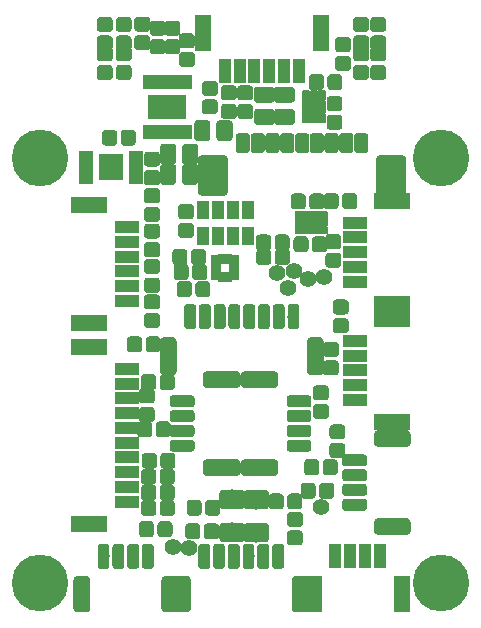
<source format=gbr>
G04 #@! TF.GenerationSoftware,KiCad,Pcbnew,(5.1.0-0)*
G04 #@! TF.CreationDate,2019-05-27T15:35:51-07:00*
G04 #@! TF.ProjectId,Nanopilot,4e616e6f-7069-46c6-9f74-2e6b69636164,rev?*
G04 #@! TF.SameCoordinates,Original*
G04 #@! TF.FileFunction,Soldermask,Top*
G04 #@! TF.FilePolarity,Negative*
%FSLAX46Y46*%
G04 Gerber Fmt 4.6, Leading zero omitted, Abs format (unit mm)*
G04 Created by KiCad (PCBNEW (5.1.0-0)) date 2019-05-27 15:35:51*
%MOMM*%
%LPD*%
G04 APERTURE LIST*
%ADD10C,0.100000*%
%ADD11C,1.275000*%
%ADD12C,1.400000*%
%ADD13C,1.000000*%
%ADD14R,1.000000X2.100000*%
%ADD15R,1.400000X3.100000*%
%ADD16C,0.700000*%
%ADD17C,1.650000*%
%ADD18R,2.080000X2.280000*%
%ADD19R,1.290000X0.820000*%
%ADD20C,1.375000*%
%ADD21C,2.500000*%
%ADD22C,1.200000*%
%ADD23R,3.100000X1.400000*%
%ADD24R,2.100000X1.000000*%
%ADD25C,4.800000*%
%ADD26C,1.100000*%
%ADD27R,0.820000X1.290000*%
%ADD28R,3.250000X2.050000*%
%ADD29R,0.750000X0.850000*%
%ADD30R,0.850000X0.750000*%
%ADD31R,1.000000X1.500000*%
G04 APERTURE END LIST*
D10*
G36*
X78974809Y-49810190D02*
G01*
X78974809Y-49310191D01*
X79375191Y-49310191D01*
X79375191Y-49810190D01*
X78974809Y-49810190D01*
G37*
G36*
X78474858Y-49810140D02*
G01*
X78474858Y-49310045D01*
X78875045Y-49310045D01*
X78875045Y-49810140D01*
X78474858Y-49810140D01*
G37*
G36*
X78874007Y-47789010D02*
G01*
X78874007Y-48289944D01*
X78475056Y-48289944D01*
X78475056Y-47789010D01*
X78874007Y-47789010D01*
G37*
G36*
X79374673Y-47789670D02*
G01*
X79374673Y-48289673D01*
X78975327Y-48289673D01*
X78975327Y-47789670D01*
X79374673Y-47789670D01*
G37*
G36*
X77914560Y-49350000D02*
G01*
X78415000Y-49350000D01*
X78415000Y-49750411D01*
X77914560Y-49750411D01*
X77914560Y-49350000D01*
G37*
G36*
X79935000Y-49751204D02*
G01*
X79435646Y-49751204D01*
X79435646Y-49350000D01*
X79935000Y-49350000D01*
X79935000Y-49751204D01*
G37*
G36*
X79935000Y-48249666D02*
G01*
X79435310Y-48249666D01*
X79435310Y-47850000D01*
X79935000Y-47850000D01*
X79935000Y-48249666D01*
G37*
G36*
X79935000Y-48749957D02*
G01*
X79435441Y-48749957D01*
X79435441Y-48350000D01*
X79935000Y-48350000D01*
X79935000Y-48749957D01*
G37*
G36*
X79935000Y-49250803D02*
G01*
X79435910Y-49250803D01*
X79435910Y-48850000D01*
X79935000Y-48850000D01*
X79935000Y-49250803D01*
G37*
G36*
X77913040Y-48850000D02*
G01*
X78415000Y-48850000D01*
X78415000Y-49250873D01*
X77913040Y-49250873D01*
X77913040Y-48850000D01*
G37*
G36*
X77913400Y-48350000D02*
G01*
X78415000Y-48350000D01*
X78415000Y-48749921D01*
X77913400Y-48749921D01*
X77913400Y-48350000D01*
G37*
G36*
X77913500Y-47850000D02*
G01*
X78415000Y-47850000D01*
X78415000Y-48249185D01*
X77913500Y-48249185D01*
X77913500Y-47850000D01*
G37*
G36*
X82562493Y-47226535D02*
G01*
X82593435Y-47231125D01*
X82623778Y-47238725D01*
X82653230Y-47249263D01*
X82681508Y-47262638D01*
X82708338Y-47278719D01*
X82733463Y-47297353D01*
X82756640Y-47318360D01*
X82777647Y-47341537D01*
X82796281Y-47366662D01*
X82812362Y-47393492D01*
X82825737Y-47421770D01*
X82836275Y-47451222D01*
X82843875Y-47481565D01*
X82848465Y-47512507D01*
X82850000Y-47543750D01*
X82850000Y-48256250D01*
X82848465Y-48287493D01*
X82843875Y-48318435D01*
X82836275Y-48348778D01*
X82825737Y-48378230D01*
X82812362Y-48406508D01*
X82796281Y-48433338D01*
X82777647Y-48458463D01*
X82756640Y-48481640D01*
X82733463Y-48502647D01*
X82708338Y-48521281D01*
X82681508Y-48537362D01*
X82653230Y-48550737D01*
X82623778Y-48561275D01*
X82593435Y-48568875D01*
X82562493Y-48573465D01*
X82531250Y-48575000D01*
X81893750Y-48575000D01*
X81862507Y-48573465D01*
X81831565Y-48568875D01*
X81801222Y-48561275D01*
X81771770Y-48550737D01*
X81743492Y-48537362D01*
X81716662Y-48521281D01*
X81691537Y-48502647D01*
X81668360Y-48481640D01*
X81647353Y-48458463D01*
X81628719Y-48433338D01*
X81612638Y-48406508D01*
X81599263Y-48378230D01*
X81588725Y-48348778D01*
X81581125Y-48318435D01*
X81576535Y-48287493D01*
X81575000Y-48256250D01*
X81575000Y-47543750D01*
X81576535Y-47512507D01*
X81581125Y-47481565D01*
X81588725Y-47451222D01*
X81599263Y-47421770D01*
X81612638Y-47393492D01*
X81628719Y-47366662D01*
X81647353Y-47341537D01*
X81668360Y-47318360D01*
X81691537Y-47297353D01*
X81716662Y-47278719D01*
X81743492Y-47262638D01*
X81771770Y-47249263D01*
X81801222Y-47238725D01*
X81831565Y-47231125D01*
X81862507Y-47226535D01*
X81893750Y-47225000D01*
X82531250Y-47225000D01*
X82562493Y-47226535D01*
X82562493Y-47226535D01*
G37*
D11*
X82212500Y-47900000D03*
D10*
G36*
X84137493Y-47226535D02*
G01*
X84168435Y-47231125D01*
X84198778Y-47238725D01*
X84228230Y-47249263D01*
X84256508Y-47262638D01*
X84283338Y-47278719D01*
X84308463Y-47297353D01*
X84331640Y-47318360D01*
X84352647Y-47341537D01*
X84371281Y-47366662D01*
X84387362Y-47393492D01*
X84400737Y-47421770D01*
X84411275Y-47451222D01*
X84418875Y-47481565D01*
X84423465Y-47512507D01*
X84425000Y-47543750D01*
X84425000Y-48256250D01*
X84423465Y-48287493D01*
X84418875Y-48318435D01*
X84411275Y-48348778D01*
X84400737Y-48378230D01*
X84387362Y-48406508D01*
X84371281Y-48433338D01*
X84352647Y-48458463D01*
X84331640Y-48481640D01*
X84308463Y-48502647D01*
X84283338Y-48521281D01*
X84256508Y-48537362D01*
X84228230Y-48550737D01*
X84198778Y-48561275D01*
X84168435Y-48568875D01*
X84137493Y-48573465D01*
X84106250Y-48575000D01*
X83468750Y-48575000D01*
X83437507Y-48573465D01*
X83406565Y-48568875D01*
X83376222Y-48561275D01*
X83346770Y-48550737D01*
X83318492Y-48537362D01*
X83291662Y-48521281D01*
X83266537Y-48502647D01*
X83243360Y-48481640D01*
X83222353Y-48458463D01*
X83203719Y-48433338D01*
X83187638Y-48406508D01*
X83174263Y-48378230D01*
X83163725Y-48348778D01*
X83156125Y-48318435D01*
X83151535Y-48287493D01*
X83150000Y-48256250D01*
X83150000Y-47543750D01*
X83151535Y-47512507D01*
X83156125Y-47481565D01*
X83163725Y-47451222D01*
X83174263Y-47421770D01*
X83187638Y-47393492D01*
X83203719Y-47366662D01*
X83222353Y-47341537D01*
X83243360Y-47318360D01*
X83266537Y-47297353D01*
X83291662Y-47278719D01*
X83318492Y-47262638D01*
X83346770Y-47249263D01*
X83376222Y-47238725D01*
X83406565Y-47231125D01*
X83437507Y-47226535D01*
X83468750Y-47225000D01*
X84106250Y-47225000D01*
X84137493Y-47226535D01*
X84137493Y-47226535D01*
G37*
D11*
X83787500Y-47900000D03*
D10*
G36*
X84112493Y-46001535D02*
G01*
X84143435Y-46006125D01*
X84173778Y-46013725D01*
X84203230Y-46024263D01*
X84231508Y-46037638D01*
X84258338Y-46053719D01*
X84283463Y-46072353D01*
X84306640Y-46093360D01*
X84327647Y-46116537D01*
X84346281Y-46141662D01*
X84362362Y-46168492D01*
X84375737Y-46196770D01*
X84386275Y-46226222D01*
X84393875Y-46256565D01*
X84398465Y-46287507D01*
X84400000Y-46318750D01*
X84400000Y-47031250D01*
X84398465Y-47062493D01*
X84393875Y-47093435D01*
X84386275Y-47123778D01*
X84375737Y-47153230D01*
X84362362Y-47181508D01*
X84346281Y-47208338D01*
X84327647Y-47233463D01*
X84306640Y-47256640D01*
X84283463Y-47277647D01*
X84258338Y-47296281D01*
X84231508Y-47312362D01*
X84203230Y-47325737D01*
X84173778Y-47336275D01*
X84143435Y-47343875D01*
X84112493Y-47348465D01*
X84081250Y-47350000D01*
X83443750Y-47350000D01*
X83412507Y-47348465D01*
X83381565Y-47343875D01*
X83351222Y-47336275D01*
X83321770Y-47325737D01*
X83293492Y-47312362D01*
X83266662Y-47296281D01*
X83241537Y-47277647D01*
X83218360Y-47256640D01*
X83197353Y-47233463D01*
X83178719Y-47208338D01*
X83162638Y-47181508D01*
X83149263Y-47153230D01*
X83138725Y-47123778D01*
X83131125Y-47093435D01*
X83126535Y-47062493D01*
X83125000Y-47031250D01*
X83125000Y-46318750D01*
X83126535Y-46287507D01*
X83131125Y-46256565D01*
X83138725Y-46226222D01*
X83149263Y-46196770D01*
X83162638Y-46168492D01*
X83178719Y-46141662D01*
X83197353Y-46116537D01*
X83218360Y-46093360D01*
X83241537Y-46072353D01*
X83266662Y-46053719D01*
X83293492Y-46037638D01*
X83321770Y-46024263D01*
X83351222Y-46013725D01*
X83381565Y-46006125D01*
X83412507Y-46001535D01*
X83443750Y-46000000D01*
X84081250Y-46000000D01*
X84112493Y-46001535D01*
X84112493Y-46001535D01*
G37*
D11*
X83762500Y-46675000D03*
D10*
G36*
X82537493Y-46001535D02*
G01*
X82568435Y-46006125D01*
X82598778Y-46013725D01*
X82628230Y-46024263D01*
X82656508Y-46037638D01*
X82683338Y-46053719D01*
X82708463Y-46072353D01*
X82731640Y-46093360D01*
X82752647Y-46116537D01*
X82771281Y-46141662D01*
X82787362Y-46168492D01*
X82800737Y-46196770D01*
X82811275Y-46226222D01*
X82818875Y-46256565D01*
X82823465Y-46287507D01*
X82825000Y-46318750D01*
X82825000Y-47031250D01*
X82823465Y-47062493D01*
X82818875Y-47093435D01*
X82811275Y-47123778D01*
X82800737Y-47153230D01*
X82787362Y-47181508D01*
X82771281Y-47208338D01*
X82752647Y-47233463D01*
X82731640Y-47256640D01*
X82708463Y-47277647D01*
X82683338Y-47296281D01*
X82656508Y-47312362D01*
X82628230Y-47325737D01*
X82598778Y-47336275D01*
X82568435Y-47343875D01*
X82537493Y-47348465D01*
X82506250Y-47350000D01*
X81868750Y-47350000D01*
X81837507Y-47348465D01*
X81806565Y-47343875D01*
X81776222Y-47336275D01*
X81746770Y-47325737D01*
X81718492Y-47312362D01*
X81691662Y-47296281D01*
X81666537Y-47277647D01*
X81643360Y-47256640D01*
X81622353Y-47233463D01*
X81603719Y-47208338D01*
X81587638Y-47181508D01*
X81574263Y-47153230D01*
X81563725Y-47123778D01*
X81556125Y-47093435D01*
X81551535Y-47062493D01*
X81550000Y-47031250D01*
X81550000Y-46318750D01*
X81551535Y-46287507D01*
X81556125Y-46256565D01*
X81563725Y-46226222D01*
X81574263Y-46196770D01*
X81587638Y-46168492D01*
X81603719Y-46141662D01*
X81622353Y-46116537D01*
X81643360Y-46093360D01*
X81666537Y-46072353D01*
X81691662Y-46053719D01*
X81718492Y-46037638D01*
X81746770Y-46024263D01*
X81776222Y-46013725D01*
X81806565Y-46006125D01*
X81837507Y-46001535D01*
X81868750Y-46000000D01*
X82506250Y-46000000D01*
X82537493Y-46001535D01*
X82537493Y-46001535D01*
G37*
D11*
X82187500Y-46675000D03*
D12*
X75900000Y-72550000D03*
X74500000Y-72475000D03*
D10*
G36*
X73612493Y-27901535D02*
G01*
X73643435Y-27906125D01*
X73673778Y-27913725D01*
X73703230Y-27924263D01*
X73731508Y-27937638D01*
X73758338Y-27953719D01*
X73783463Y-27972353D01*
X73806640Y-27993360D01*
X73827647Y-28016537D01*
X73846281Y-28041662D01*
X73862362Y-28068492D01*
X73875737Y-28096770D01*
X73886275Y-28126222D01*
X73893875Y-28156565D01*
X73898465Y-28187507D01*
X73900000Y-28218750D01*
X73900000Y-28856250D01*
X73898465Y-28887493D01*
X73893875Y-28918435D01*
X73886275Y-28948778D01*
X73875737Y-28978230D01*
X73862362Y-29006508D01*
X73846281Y-29033338D01*
X73827647Y-29058463D01*
X73806640Y-29081640D01*
X73783463Y-29102647D01*
X73758338Y-29121281D01*
X73731508Y-29137362D01*
X73703230Y-29150737D01*
X73673778Y-29161275D01*
X73643435Y-29168875D01*
X73612493Y-29173465D01*
X73581250Y-29175000D01*
X72868750Y-29175000D01*
X72837507Y-29173465D01*
X72806565Y-29168875D01*
X72776222Y-29161275D01*
X72746770Y-29150737D01*
X72718492Y-29137362D01*
X72691662Y-29121281D01*
X72666537Y-29102647D01*
X72643360Y-29081640D01*
X72622353Y-29058463D01*
X72603719Y-29033338D01*
X72587638Y-29006508D01*
X72574263Y-28978230D01*
X72563725Y-28948778D01*
X72556125Y-28918435D01*
X72551535Y-28887493D01*
X72550000Y-28856250D01*
X72550000Y-28218750D01*
X72551535Y-28187507D01*
X72556125Y-28156565D01*
X72563725Y-28126222D01*
X72574263Y-28096770D01*
X72587638Y-28068492D01*
X72603719Y-28041662D01*
X72622353Y-28016537D01*
X72643360Y-27993360D01*
X72666537Y-27972353D01*
X72691662Y-27953719D01*
X72718492Y-27937638D01*
X72746770Y-27924263D01*
X72776222Y-27913725D01*
X72806565Y-27906125D01*
X72837507Y-27901535D01*
X72868750Y-27900000D01*
X73581250Y-27900000D01*
X73612493Y-27901535D01*
X73612493Y-27901535D01*
G37*
D11*
X73225000Y-28537500D03*
D10*
G36*
X73612493Y-29476535D02*
G01*
X73643435Y-29481125D01*
X73673778Y-29488725D01*
X73703230Y-29499263D01*
X73731508Y-29512638D01*
X73758338Y-29528719D01*
X73783463Y-29547353D01*
X73806640Y-29568360D01*
X73827647Y-29591537D01*
X73846281Y-29616662D01*
X73862362Y-29643492D01*
X73875737Y-29671770D01*
X73886275Y-29701222D01*
X73893875Y-29731565D01*
X73898465Y-29762507D01*
X73900000Y-29793750D01*
X73900000Y-30431250D01*
X73898465Y-30462493D01*
X73893875Y-30493435D01*
X73886275Y-30523778D01*
X73875737Y-30553230D01*
X73862362Y-30581508D01*
X73846281Y-30608338D01*
X73827647Y-30633463D01*
X73806640Y-30656640D01*
X73783463Y-30677647D01*
X73758338Y-30696281D01*
X73731508Y-30712362D01*
X73703230Y-30725737D01*
X73673778Y-30736275D01*
X73643435Y-30743875D01*
X73612493Y-30748465D01*
X73581250Y-30750000D01*
X72868750Y-30750000D01*
X72837507Y-30748465D01*
X72806565Y-30743875D01*
X72776222Y-30736275D01*
X72746770Y-30725737D01*
X72718492Y-30712362D01*
X72691662Y-30696281D01*
X72666537Y-30677647D01*
X72643360Y-30656640D01*
X72622353Y-30633463D01*
X72603719Y-30608338D01*
X72587638Y-30581508D01*
X72574263Y-30553230D01*
X72563725Y-30523778D01*
X72556125Y-30493435D01*
X72551535Y-30462493D01*
X72550000Y-30431250D01*
X72550000Y-29793750D01*
X72551535Y-29762507D01*
X72556125Y-29731565D01*
X72563725Y-29701222D01*
X72574263Y-29671770D01*
X72587638Y-29643492D01*
X72603719Y-29616662D01*
X72622353Y-29591537D01*
X72643360Y-29568360D01*
X72666537Y-29547353D01*
X72691662Y-29528719D01*
X72718492Y-29512638D01*
X72746770Y-29499263D01*
X72776222Y-29488725D01*
X72806565Y-29481125D01*
X72837507Y-29476535D01*
X72868750Y-29475000D01*
X73581250Y-29475000D01*
X73612493Y-29476535D01*
X73612493Y-29476535D01*
G37*
D11*
X73225000Y-30112500D03*
D10*
G36*
X72312493Y-27551535D02*
G01*
X72343435Y-27556125D01*
X72373778Y-27563725D01*
X72403230Y-27574263D01*
X72431508Y-27587638D01*
X72458338Y-27603719D01*
X72483463Y-27622353D01*
X72506640Y-27643360D01*
X72527647Y-27666537D01*
X72546281Y-27691662D01*
X72562362Y-27718492D01*
X72575737Y-27746770D01*
X72586275Y-27776222D01*
X72593875Y-27806565D01*
X72598465Y-27837507D01*
X72600000Y-27868750D01*
X72600000Y-28506250D01*
X72598465Y-28537493D01*
X72593875Y-28568435D01*
X72586275Y-28598778D01*
X72575737Y-28628230D01*
X72562362Y-28656508D01*
X72546281Y-28683338D01*
X72527647Y-28708463D01*
X72506640Y-28731640D01*
X72483463Y-28752647D01*
X72458338Y-28771281D01*
X72431508Y-28787362D01*
X72403230Y-28800737D01*
X72373778Y-28811275D01*
X72343435Y-28818875D01*
X72312493Y-28823465D01*
X72281250Y-28825000D01*
X71568750Y-28825000D01*
X71537507Y-28823465D01*
X71506565Y-28818875D01*
X71476222Y-28811275D01*
X71446770Y-28800737D01*
X71418492Y-28787362D01*
X71391662Y-28771281D01*
X71366537Y-28752647D01*
X71343360Y-28731640D01*
X71322353Y-28708463D01*
X71303719Y-28683338D01*
X71287638Y-28656508D01*
X71274263Y-28628230D01*
X71263725Y-28598778D01*
X71256125Y-28568435D01*
X71251535Y-28537493D01*
X71250000Y-28506250D01*
X71250000Y-27868750D01*
X71251535Y-27837507D01*
X71256125Y-27806565D01*
X71263725Y-27776222D01*
X71274263Y-27746770D01*
X71287638Y-27718492D01*
X71303719Y-27691662D01*
X71322353Y-27666537D01*
X71343360Y-27643360D01*
X71366537Y-27622353D01*
X71391662Y-27603719D01*
X71418492Y-27587638D01*
X71446770Y-27574263D01*
X71476222Y-27563725D01*
X71506565Y-27556125D01*
X71537507Y-27551535D01*
X71568750Y-27550000D01*
X72281250Y-27550000D01*
X72312493Y-27551535D01*
X72312493Y-27551535D01*
G37*
D11*
X71925000Y-28187500D03*
D10*
G36*
X72312493Y-29126535D02*
G01*
X72343435Y-29131125D01*
X72373778Y-29138725D01*
X72403230Y-29149263D01*
X72431508Y-29162638D01*
X72458338Y-29178719D01*
X72483463Y-29197353D01*
X72506640Y-29218360D01*
X72527647Y-29241537D01*
X72546281Y-29266662D01*
X72562362Y-29293492D01*
X72575737Y-29321770D01*
X72586275Y-29351222D01*
X72593875Y-29381565D01*
X72598465Y-29412507D01*
X72600000Y-29443750D01*
X72600000Y-30081250D01*
X72598465Y-30112493D01*
X72593875Y-30143435D01*
X72586275Y-30173778D01*
X72575737Y-30203230D01*
X72562362Y-30231508D01*
X72546281Y-30258338D01*
X72527647Y-30283463D01*
X72506640Y-30306640D01*
X72483463Y-30327647D01*
X72458338Y-30346281D01*
X72431508Y-30362362D01*
X72403230Y-30375737D01*
X72373778Y-30386275D01*
X72343435Y-30393875D01*
X72312493Y-30398465D01*
X72281250Y-30400000D01*
X71568750Y-30400000D01*
X71537507Y-30398465D01*
X71506565Y-30393875D01*
X71476222Y-30386275D01*
X71446770Y-30375737D01*
X71418492Y-30362362D01*
X71391662Y-30346281D01*
X71366537Y-30327647D01*
X71343360Y-30306640D01*
X71322353Y-30283463D01*
X71303719Y-30258338D01*
X71287638Y-30231508D01*
X71274263Y-30203230D01*
X71263725Y-30173778D01*
X71256125Y-30143435D01*
X71251535Y-30112493D01*
X71250000Y-30081250D01*
X71250000Y-29443750D01*
X71251535Y-29412507D01*
X71256125Y-29381565D01*
X71263725Y-29351222D01*
X71274263Y-29321770D01*
X71287638Y-29293492D01*
X71303719Y-29266662D01*
X71322353Y-29241537D01*
X71343360Y-29218360D01*
X71366537Y-29197353D01*
X71391662Y-29178719D01*
X71418492Y-29162638D01*
X71446770Y-29149263D01*
X71476222Y-29138725D01*
X71506565Y-29131125D01*
X71537507Y-29126535D01*
X71568750Y-29125000D01*
X72281250Y-29125000D01*
X72312493Y-29126535D01*
X72312493Y-29126535D01*
G37*
D11*
X71925000Y-29762500D03*
D10*
G36*
X94334306Y-62576685D02*
G01*
X94368282Y-62581725D01*
X94401600Y-62590071D01*
X94433939Y-62601642D01*
X94464989Y-62616328D01*
X94494450Y-62633986D01*
X94522038Y-62654446D01*
X94547487Y-62677513D01*
X94570554Y-62702962D01*
X94591014Y-62730550D01*
X94608672Y-62760011D01*
X94623358Y-62791061D01*
X94634929Y-62823400D01*
X94643275Y-62856718D01*
X94648315Y-62890694D01*
X94650000Y-62925000D01*
X94650000Y-63625000D01*
X94648315Y-63659306D01*
X94643275Y-63693282D01*
X94634929Y-63726600D01*
X94623358Y-63758939D01*
X94608672Y-63789989D01*
X94591014Y-63819450D01*
X94570554Y-63847038D01*
X94547487Y-63872487D01*
X94522038Y-63895554D01*
X94494450Y-63916014D01*
X94464989Y-63933672D01*
X94433939Y-63948358D01*
X94401600Y-63959929D01*
X94368282Y-63968275D01*
X94334306Y-63973315D01*
X94300000Y-63975000D01*
X91900000Y-63975000D01*
X91865694Y-63973315D01*
X91831718Y-63968275D01*
X91798400Y-63959929D01*
X91766061Y-63948358D01*
X91735011Y-63933672D01*
X91705550Y-63916014D01*
X91677962Y-63895554D01*
X91652513Y-63872487D01*
X91629446Y-63847038D01*
X91608986Y-63819450D01*
X91591328Y-63789989D01*
X91576642Y-63758939D01*
X91565071Y-63726600D01*
X91556725Y-63693282D01*
X91551685Y-63659306D01*
X91550000Y-63625000D01*
X91550000Y-62925000D01*
X91551685Y-62890694D01*
X91556725Y-62856718D01*
X91565071Y-62823400D01*
X91576642Y-62791061D01*
X91591328Y-62760011D01*
X91608986Y-62730550D01*
X91629446Y-62702962D01*
X91652513Y-62677513D01*
X91677962Y-62654446D01*
X91705550Y-62633986D01*
X91735011Y-62616328D01*
X91766061Y-62601642D01*
X91798400Y-62590071D01*
X91831718Y-62581725D01*
X91865694Y-62576685D01*
X91900000Y-62575000D01*
X94300000Y-62575000D01*
X94334306Y-62576685D01*
X94334306Y-62576685D01*
G37*
D12*
X93100000Y-63275000D03*
D10*
G36*
X94334306Y-70026685D02*
G01*
X94368282Y-70031725D01*
X94401600Y-70040071D01*
X94433939Y-70051642D01*
X94464989Y-70066328D01*
X94494450Y-70083986D01*
X94522038Y-70104446D01*
X94547487Y-70127513D01*
X94570554Y-70152962D01*
X94591014Y-70180550D01*
X94608672Y-70210011D01*
X94623358Y-70241061D01*
X94634929Y-70273400D01*
X94643275Y-70306718D01*
X94648315Y-70340694D01*
X94650000Y-70375000D01*
X94650000Y-71075000D01*
X94648315Y-71109306D01*
X94643275Y-71143282D01*
X94634929Y-71176600D01*
X94623358Y-71208939D01*
X94608672Y-71239989D01*
X94591014Y-71269450D01*
X94570554Y-71297038D01*
X94547487Y-71322487D01*
X94522038Y-71345554D01*
X94494450Y-71366014D01*
X94464989Y-71383672D01*
X94433939Y-71398358D01*
X94401600Y-71409929D01*
X94368282Y-71418275D01*
X94334306Y-71423315D01*
X94300000Y-71425000D01*
X91900000Y-71425000D01*
X91865694Y-71423315D01*
X91831718Y-71418275D01*
X91798400Y-71409929D01*
X91766061Y-71398358D01*
X91735011Y-71383672D01*
X91705550Y-71366014D01*
X91677962Y-71345554D01*
X91652513Y-71322487D01*
X91629446Y-71297038D01*
X91608986Y-71269450D01*
X91591328Y-71239989D01*
X91576642Y-71208939D01*
X91565071Y-71176600D01*
X91556725Y-71143282D01*
X91551685Y-71109306D01*
X91550000Y-71075000D01*
X91550000Y-70375000D01*
X91551685Y-70340694D01*
X91556725Y-70306718D01*
X91565071Y-70273400D01*
X91576642Y-70241061D01*
X91591328Y-70210011D01*
X91608986Y-70180550D01*
X91629446Y-70152962D01*
X91652513Y-70127513D01*
X91677962Y-70104446D01*
X91705550Y-70083986D01*
X91735011Y-70066328D01*
X91766061Y-70051642D01*
X91798400Y-70040071D01*
X91831718Y-70031725D01*
X91865694Y-70026685D01*
X91900000Y-70025000D01*
X94300000Y-70025000D01*
X94334306Y-70026685D01*
X94334306Y-70026685D01*
G37*
D12*
X93100000Y-70725000D03*
D10*
G36*
X90724504Y-64626204D02*
G01*
X90748773Y-64629804D01*
X90772571Y-64635765D01*
X90795671Y-64644030D01*
X90817849Y-64654520D01*
X90838893Y-64667133D01*
X90858598Y-64681747D01*
X90876777Y-64698223D01*
X90893253Y-64716402D01*
X90907867Y-64736107D01*
X90920480Y-64757151D01*
X90930970Y-64779329D01*
X90939235Y-64802429D01*
X90945196Y-64826227D01*
X90948796Y-64850496D01*
X90950000Y-64875000D01*
X90950000Y-65375000D01*
X90948796Y-65399504D01*
X90945196Y-65423773D01*
X90939235Y-65447571D01*
X90930970Y-65470671D01*
X90920480Y-65492849D01*
X90907867Y-65513893D01*
X90893253Y-65533598D01*
X90876777Y-65551777D01*
X90858598Y-65568253D01*
X90838893Y-65582867D01*
X90817849Y-65595480D01*
X90795671Y-65605970D01*
X90772571Y-65614235D01*
X90748773Y-65620196D01*
X90724504Y-65623796D01*
X90700000Y-65625000D01*
X89100000Y-65625000D01*
X89075496Y-65623796D01*
X89051227Y-65620196D01*
X89027429Y-65614235D01*
X89004329Y-65605970D01*
X88982151Y-65595480D01*
X88961107Y-65582867D01*
X88941402Y-65568253D01*
X88923223Y-65551777D01*
X88906747Y-65533598D01*
X88892133Y-65513893D01*
X88879520Y-65492849D01*
X88869030Y-65470671D01*
X88860765Y-65447571D01*
X88854804Y-65423773D01*
X88851204Y-65399504D01*
X88850000Y-65375000D01*
X88850000Y-64875000D01*
X88851204Y-64850496D01*
X88854804Y-64826227D01*
X88860765Y-64802429D01*
X88869030Y-64779329D01*
X88879520Y-64757151D01*
X88892133Y-64736107D01*
X88906747Y-64716402D01*
X88923223Y-64698223D01*
X88941402Y-64681747D01*
X88961107Y-64667133D01*
X88982151Y-64654520D01*
X89004329Y-64644030D01*
X89027429Y-64635765D01*
X89051227Y-64629804D01*
X89075496Y-64626204D01*
X89100000Y-64625000D01*
X90700000Y-64625000D01*
X90724504Y-64626204D01*
X90724504Y-64626204D01*
G37*
D13*
X89900000Y-65125000D03*
D10*
G36*
X90724504Y-65876204D02*
G01*
X90748773Y-65879804D01*
X90772571Y-65885765D01*
X90795671Y-65894030D01*
X90817849Y-65904520D01*
X90838893Y-65917133D01*
X90858598Y-65931747D01*
X90876777Y-65948223D01*
X90893253Y-65966402D01*
X90907867Y-65986107D01*
X90920480Y-66007151D01*
X90930970Y-66029329D01*
X90939235Y-66052429D01*
X90945196Y-66076227D01*
X90948796Y-66100496D01*
X90950000Y-66125000D01*
X90950000Y-66625000D01*
X90948796Y-66649504D01*
X90945196Y-66673773D01*
X90939235Y-66697571D01*
X90930970Y-66720671D01*
X90920480Y-66742849D01*
X90907867Y-66763893D01*
X90893253Y-66783598D01*
X90876777Y-66801777D01*
X90858598Y-66818253D01*
X90838893Y-66832867D01*
X90817849Y-66845480D01*
X90795671Y-66855970D01*
X90772571Y-66864235D01*
X90748773Y-66870196D01*
X90724504Y-66873796D01*
X90700000Y-66875000D01*
X89100000Y-66875000D01*
X89075496Y-66873796D01*
X89051227Y-66870196D01*
X89027429Y-66864235D01*
X89004329Y-66855970D01*
X88982151Y-66845480D01*
X88961107Y-66832867D01*
X88941402Y-66818253D01*
X88923223Y-66801777D01*
X88906747Y-66783598D01*
X88892133Y-66763893D01*
X88879520Y-66742849D01*
X88869030Y-66720671D01*
X88860765Y-66697571D01*
X88854804Y-66673773D01*
X88851204Y-66649504D01*
X88850000Y-66625000D01*
X88850000Y-66125000D01*
X88851204Y-66100496D01*
X88854804Y-66076227D01*
X88860765Y-66052429D01*
X88869030Y-66029329D01*
X88879520Y-66007151D01*
X88892133Y-65986107D01*
X88906747Y-65966402D01*
X88923223Y-65948223D01*
X88941402Y-65931747D01*
X88961107Y-65917133D01*
X88982151Y-65904520D01*
X89004329Y-65894030D01*
X89027429Y-65885765D01*
X89051227Y-65879804D01*
X89075496Y-65876204D01*
X89100000Y-65875000D01*
X90700000Y-65875000D01*
X90724504Y-65876204D01*
X90724504Y-65876204D01*
G37*
D13*
X89900000Y-66375000D03*
D10*
G36*
X90724504Y-67126204D02*
G01*
X90748773Y-67129804D01*
X90772571Y-67135765D01*
X90795671Y-67144030D01*
X90817849Y-67154520D01*
X90838893Y-67167133D01*
X90858598Y-67181747D01*
X90876777Y-67198223D01*
X90893253Y-67216402D01*
X90907867Y-67236107D01*
X90920480Y-67257151D01*
X90930970Y-67279329D01*
X90939235Y-67302429D01*
X90945196Y-67326227D01*
X90948796Y-67350496D01*
X90950000Y-67375000D01*
X90950000Y-67875000D01*
X90948796Y-67899504D01*
X90945196Y-67923773D01*
X90939235Y-67947571D01*
X90930970Y-67970671D01*
X90920480Y-67992849D01*
X90907867Y-68013893D01*
X90893253Y-68033598D01*
X90876777Y-68051777D01*
X90858598Y-68068253D01*
X90838893Y-68082867D01*
X90817849Y-68095480D01*
X90795671Y-68105970D01*
X90772571Y-68114235D01*
X90748773Y-68120196D01*
X90724504Y-68123796D01*
X90700000Y-68125000D01*
X89100000Y-68125000D01*
X89075496Y-68123796D01*
X89051227Y-68120196D01*
X89027429Y-68114235D01*
X89004329Y-68105970D01*
X88982151Y-68095480D01*
X88961107Y-68082867D01*
X88941402Y-68068253D01*
X88923223Y-68051777D01*
X88906747Y-68033598D01*
X88892133Y-68013893D01*
X88879520Y-67992849D01*
X88869030Y-67970671D01*
X88860765Y-67947571D01*
X88854804Y-67923773D01*
X88851204Y-67899504D01*
X88850000Y-67875000D01*
X88850000Y-67375000D01*
X88851204Y-67350496D01*
X88854804Y-67326227D01*
X88860765Y-67302429D01*
X88869030Y-67279329D01*
X88879520Y-67257151D01*
X88892133Y-67236107D01*
X88906747Y-67216402D01*
X88923223Y-67198223D01*
X88941402Y-67181747D01*
X88961107Y-67167133D01*
X88982151Y-67154520D01*
X89004329Y-67144030D01*
X89027429Y-67135765D01*
X89051227Y-67129804D01*
X89075496Y-67126204D01*
X89100000Y-67125000D01*
X90700000Y-67125000D01*
X90724504Y-67126204D01*
X90724504Y-67126204D01*
G37*
D13*
X89900000Y-67625000D03*
D10*
G36*
X90724504Y-68376204D02*
G01*
X90748773Y-68379804D01*
X90772571Y-68385765D01*
X90795671Y-68394030D01*
X90817849Y-68404520D01*
X90838893Y-68417133D01*
X90858598Y-68431747D01*
X90876777Y-68448223D01*
X90893253Y-68466402D01*
X90907867Y-68486107D01*
X90920480Y-68507151D01*
X90930970Y-68529329D01*
X90939235Y-68552429D01*
X90945196Y-68576227D01*
X90948796Y-68600496D01*
X90950000Y-68625000D01*
X90950000Y-69125000D01*
X90948796Y-69149504D01*
X90945196Y-69173773D01*
X90939235Y-69197571D01*
X90930970Y-69220671D01*
X90920480Y-69242849D01*
X90907867Y-69263893D01*
X90893253Y-69283598D01*
X90876777Y-69301777D01*
X90858598Y-69318253D01*
X90838893Y-69332867D01*
X90817849Y-69345480D01*
X90795671Y-69355970D01*
X90772571Y-69364235D01*
X90748773Y-69370196D01*
X90724504Y-69373796D01*
X90700000Y-69375000D01*
X89100000Y-69375000D01*
X89075496Y-69373796D01*
X89051227Y-69370196D01*
X89027429Y-69364235D01*
X89004329Y-69355970D01*
X88982151Y-69345480D01*
X88961107Y-69332867D01*
X88941402Y-69318253D01*
X88923223Y-69301777D01*
X88906747Y-69283598D01*
X88892133Y-69263893D01*
X88879520Y-69242849D01*
X88869030Y-69220671D01*
X88860765Y-69197571D01*
X88854804Y-69173773D01*
X88851204Y-69149504D01*
X88850000Y-69125000D01*
X88850000Y-68625000D01*
X88851204Y-68600496D01*
X88854804Y-68576227D01*
X88860765Y-68552429D01*
X88869030Y-68529329D01*
X88879520Y-68507151D01*
X88892133Y-68486107D01*
X88906747Y-68466402D01*
X88923223Y-68448223D01*
X88941402Y-68431747D01*
X88961107Y-68417133D01*
X88982151Y-68404520D01*
X89004329Y-68394030D01*
X89027429Y-68385765D01*
X89051227Y-68379804D01*
X89075496Y-68376204D01*
X89100000Y-68375000D01*
X90700000Y-68375000D01*
X90724504Y-68376204D01*
X90724504Y-68376204D01*
G37*
D13*
X89900000Y-68875000D03*
D10*
G36*
X74634306Y-74901685D02*
G01*
X74668282Y-74906725D01*
X74701600Y-74915071D01*
X74733939Y-74926642D01*
X74764989Y-74941328D01*
X74794450Y-74958986D01*
X74822038Y-74979446D01*
X74847487Y-75002513D01*
X74870554Y-75027962D01*
X74891014Y-75055550D01*
X74908672Y-75085011D01*
X74923358Y-75116061D01*
X74934929Y-75148400D01*
X74943275Y-75181718D01*
X74948315Y-75215694D01*
X74950000Y-75250000D01*
X74950000Y-77650000D01*
X74948315Y-77684306D01*
X74943275Y-77718282D01*
X74934929Y-77751600D01*
X74923358Y-77783939D01*
X74908672Y-77814989D01*
X74891014Y-77844450D01*
X74870554Y-77872038D01*
X74847487Y-77897487D01*
X74822038Y-77920554D01*
X74794450Y-77941014D01*
X74764989Y-77958672D01*
X74733939Y-77973358D01*
X74701600Y-77984929D01*
X74668282Y-77993275D01*
X74634306Y-77998315D01*
X74600000Y-78000000D01*
X73900000Y-78000000D01*
X73865694Y-77998315D01*
X73831718Y-77993275D01*
X73798400Y-77984929D01*
X73766061Y-77973358D01*
X73735011Y-77958672D01*
X73705550Y-77941014D01*
X73677962Y-77920554D01*
X73652513Y-77897487D01*
X73629446Y-77872038D01*
X73608986Y-77844450D01*
X73591328Y-77814989D01*
X73576642Y-77783939D01*
X73565071Y-77751600D01*
X73556725Y-77718282D01*
X73551685Y-77684306D01*
X73550000Y-77650000D01*
X73550000Y-75250000D01*
X73551685Y-75215694D01*
X73556725Y-75181718D01*
X73565071Y-75148400D01*
X73576642Y-75116061D01*
X73591328Y-75085011D01*
X73608986Y-75055550D01*
X73629446Y-75027962D01*
X73652513Y-75002513D01*
X73677962Y-74979446D01*
X73705550Y-74958986D01*
X73735011Y-74941328D01*
X73766061Y-74926642D01*
X73798400Y-74915071D01*
X73831718Y-74906725D01*
X73865694Y-74901685D01*
X73900000Y-74900000D01*
X74600000Y-74900000D01*
X74634306Y-74901685D01*
X74634306Y-74901685D01*
G37*
D12*
X74250000Y-76450000D03*
D10*
G36*
X67184306Y-74901685D02*
G01*
X67218282Y-74906725D01*
X67251600Y-74915071D01*
X67283939Y-74926642D01*
X67314989Y-74941328D01*
X67344450Y-74958986D01*
X67372038Y-74979446D01*
X67397487Y-75002513D01*
X67420554Y-75027962D01*
X67441014Y-75055550D01*
X67458672Y-75085011D01*
X67473358Y-75116061D01*
X67484929Y-75148400D01*
X67493275Y-75181718D01*
X67498315Y-75215694D01*
X67500000Y-75250000D01*
X67500000Y-77650000D01*
X67498315Y-77684306D01*
X67493275Y-77718282D01*
X67484929Y-77751600D01*
X67473358Y-77783939D01*
X67458672Y-77814989D01*
X67441014Y-77844450D01*
X67420554Y-77872038D01*
X67397487Y-77897487D01*
X67372038Y-77920554D01*
X67344450Y-77941014D01*
X67314989Y-77958672D01*
X67283939Y-77973358D01*
X67251600Y-77984929D01*
X67218282Y-77993275D01*
X67184306Y-77998315D01*
X67150000Y-78000000D01*
X66450000Y-78000000D01*
X66415694Y-77998315D01*
X66381718Y-77993275D01*
X66348400Y-77984929D01*
X66316061Y-77973358D01*
X66285011Y-77958672D01*
X66255550Y-77941014D01*
X66227962Y-77920554D01*
X66202513Y-77897487D01*
X66179446Y-77872038D01*
X66158986Y-77844450D01*
X66141328Y-77814989D01*
X66126642Y-77783939D01*
X66115071Y-77751600D01*
X66106725Y-77718282D01*
X66101685Y-77684306D01*
X66100000Y-77650000D01*
X66100000Y-75250000D01*
X66101685Y-75215694D01*
X66106725Y-75181718D01*
X66115071Y-75148400D01*
X66126642Y-75116061D01*
X66141328Y-75085011D01*
X66158986Y-75055550D01*
X66179446Y-75027962D01*
X66202513Y-75002513D01*
X66227962Y-74979446D01*
X66255550Y-74958986D01*
X66285011Y-74941328D01*
X66316061Y-74926642D01*
X66348400Y-74915071D01*
X66381718Y-74906725D01*
X66415694Y-74901685D01*
X66450000Y-74900000D01*
X67150000Y-74900000D01*
X67184306Y-74901685D01*
X67184306Y-74901685D01*
G37*
D12*
X66800000Y-76450000D03*
D10*
G36*
X72674504Y-72201204D02*
G01*
X72698773Y-72204804D01*
X72722571Y-72210765D01*
X72745671Y-72219030D01*
X72767849Y-72229520D01*
X72788893Y-72242133D01*
X72808598Y-72256747D01*
X72826777Y-72273223D01*
X72843253Y-72291402D01*
X72857867Y-72311107D01*
X72870480Y-72332151D01*
X72880970Y-72354329D01*
X72889235Y-72377429D01*
X72895196Y-72401227D01*
X72898796Y-72425496D01*
X72900000Y-72450000D01*
X72900000Y-74050000D01*
X72898796Y-74074504D01*
X72895196Y-74098773D01*
X72889235Y-74122571D01*
X72880970Y-74145671D01*
X72870480Y-74167849D01*
X72857867Y-74188893D01*
X72843253Y-74208598D01*
X72826777Y-74226777D01*
X72808598Y-74243253D01*
X72788893Y-74257867D01*
X72767849Y-74270480D01*
X72745671Y-74280970D01*
X72722571Y-74289235D01*
X72698773Y-74295196D01*
X72674504Y-74298796D01*
X72650000Y-74300000D01*
X72150000Y-74300000D01*
X72125496Y-74298796D01*
X72101227Y-74295196D01*
X72077429Y-74289235D01*
X72054329Y-74280970D01*
X72032151Y-74270480D01*
X72011107Y-74257867D01*
X71991402Y-74243253D01*
X71973223Y-74226777D01*
X71956747Y-74208598D01*
X71942133Y-74188893D01*
X71929520Y-74167849D01*
X71919030Y-74145671D01*
X71910765Y-74122571D01*
X71904804Y-74098773D01*
X71901204Y-74074504D01*
X71900000Y-74050000D01*
X71900000Y-72450000D01*
X71901204Y-72425496D01*
X71904804Y-72401227D01*
X71910765Y-72377429D01*
X71919030Y-72354329D01*
X71929520Y-72332151D01*
X71942133Y-72311107D01*
X71956747Y-72291402D01*
X71973223Y-72273223D01*
X71991402Y-72256747D01*
X72011107Y-72242133D01*
X72032151Y-72229520D01*
X72054329Y-72219030D01*
X72077429Y-72210765D01*
X72101227Y-72204804D01*
X72125496Y-72201204D01*
X72150000Y-72200000D01*
X72650000Y-72200000D01*
X72674504Y-72201204D01*
X72674504Y-72201204D01*
G37*
D13*
X72400000Y-73250000D03*
D10*
G36*
X71424504Y-72201204D02*
G01*
X71448773Y-72204804D01*
X71472571Y-72210765D01*
X71495671Y-72219030D01*
X71517849Y-72229520D01*
X71538893Y-72242133D01*
X71558598Y-72256747D01*
X71576777Y-72273223D01*
X71593253Y-72291402D01*
X71607867Y-72311107D01*
X71620480Y-72332151D01*
X71630970Y-72354329D01*
X71639235Y-72377429D01*
X71645196Y-72401227D01*
X71648796Y-72425496D01*
X71650000Y-72450000D01*
X71650000Y-74050000D01*
X71648796Y-74074504D01*
X71645196Y-74098773D01*
X71639235Y-74122571D01*
X71630970Y-74145671D01*
X71620480Y-74167849D01*
X71607867Y-74188893D01*
X71593253Y-74208598D01*
X71576777Y-74226777D01*
X71558598Y-74243253D01*
X71538893Y-74257867D01*
X71517849Y-74270480D01*
X71495671Y-74280970D01*
X71472571Y-74289235D01*
X71448773Y-74295196D01*
X71424504Y-74298796D01*
X71400000Y-74300000D01*
X70900000Y-74300000D01*
X70875496Y-74298796D01*
X70851227Y-74295196D01*
X70827429Y-74289235D01*
X70804329Y-74280970D01*
X70782151Y-74270480D01*
X70761107Y-74257867D01*
X70741402Y-74243253D01*
X70723223Y-74226777D01*
X70706747Y-74208598D01*
X70692133Y-74188893D01*
X70679520Y-74167849D01*
X70669030Y-74145671D01*
X70660765Y-74122571D01*
X70654804Y-74098773D01*
X70651204Y-74074504D01*
X70650000Y-74050000D01*
X70650000Y-72450000D01*
X70651204Y-72425496D01*
X70654804Y-72401227D01*
X70660765Y-72377429D01*
X70669030Y-72354329D01*
X70679520Y-72332151D01*
X70692133Y-72311107D01*
X70706747Y-72291402D01*
X70723223Y-72273223D01*
X70741402Y-72256747D01*
X70761107Y-72242133D01*
X70782151Y-72229520D01*
X70804329Y-72219030D01*
X70827429Y-72210765D01*
X70851227Y-72204804D01*
X70875496Y-72201204D01*
X70900000Y-72200000D01*
X71400000Y-72200000D01*
X71424504Y-72201204D01*
X71424504Y-72201204D01*
G37*
D13*
X71150000Y-73250000D03*
D10*
G36*
X70174504Y-72201204D02*
G01*
X70198773Y-72204804D01*
X70222571Y-72210765D01*
X70245671Y-72219030D01*
X70267849Y-72229520D01*
X70288893Y-72242133D01*
X70308598Y-72256747D01*
X70326777Y-72273223D01*
X70343253Y-72291402D01*
X70357867Y-72311107D01*
X70370480Y-72332151D01*
X70380970Y-72354329D01*
X70389235Y-72377429D01*
X70395196Y-72401227D01*
X70398796Y-72425496D01*
X70400000Y-72450000D01*
X70400000Y-74050000D01*
X70398796Y-74074504D01*
X70395196Y-74098773D01*
X70389235Y-74122571D01*
X70380970Y-74145671D01*
X70370480Y-74167849D01*
X70357867Y-74188893D01*
X70343253Y-74208598D01*
X70326777Y-74226777D01*
X70308598Y-74243253D01*
X70288893Y-74257867D01*
X70267849Y-74270480D01*
X70245671Y-74280970D01*
X70222571Y-74289235D01*
X70198773Y-74295196D01*
X70174504Y-74298796D01*
X70150000Y-74300000D01*
X69650000Y-74300000D01*
X69625496Y-74298796D01*
X69601227Y-74295196D01*
X69577429Y-74289235D01*
X69554329Y-74280970D01*
X69532151Y-74270480D01*
X69511107Y-74257867D01*
X69491402Y-74243253D01*
X69473223Y-74226777D01*
X69456747Y-74208598D01*
X69442133Y-74188893D01*
X69429520Y-74167849D01*
X69419030Y-74145671D01*
X69410765Y-74122571D01*
X69404804Y-74098773D01*
X69401204Y-74074504D01*
X69400000Y-74050000D01*
X69400000Y-72450000D01*
X69401204Y-72425496D01*
X69404804Y-72401227D01*
X69410765Y-72377429D01*
X69419030Y-72354329D01*
X69429520Y-72332151D01*
X69442133Y-72311107D01*
X69456747Y-72291402D01*
X69473223Y-72273223D01*
X69491402Y-72256747D01*
X69511107Y-72242133D01*
X69532151Y-72229520D01*
X69554329Y-72219030D01*
X69577429Y-72210765D01*
X69601227Y-72204804D01*
X69625496Y-72201204D01*
X69650000Y-72200000D01*
X70150000Y-72200000D01*
X70174504Y-72201204D01*
X70174504Y-72201204D01*
G37*
D13*
X69900000Y-73250000D03*
D10*
G36*
X68924504Y-72201204D02*
G01*
X68948773Y-72204804D01*
X68972571Y-72210765D01*
X68995671Y-72219030D01*
X69017849Y-72229520D01*
X69038893Y-72242133D01*
X69058598Y-72256747D01*
X69076777Y-72273223D01*
X69093253Y-72291402D01*
X69107867Y-72311107D01*
X69120480Y-72332151D01*
X69130970Y-72354329D01*
X69139235Y-72377429D01*
X69145196Y-72401227D01*
X69148796Y-72425496D01*
X69150000Y-72450000D01*
X69150000Y-74050000D01*
X69148796Y-74074504D01*
X69145196Y-74098773D01*
X69139235Y-74122571D01*
X69130970Y-74145671D01*
X69120480Y-74167849D01*
X69107867Y-74188893D01*
X69093253Y-74208598D01*
X69076777Y-74226777D01*
X69058598Y-74243253D01*
X69038893Y-74257867D01*
X69017849Y-74270480D01*
X68995671Y-74280970D01*
X68972571Y-74289235D01*
X68948773Y-74295196D01*
X68924504Y-74298796D01*
X68900000Y-74300000D01*
X68400000Y-74300000D01*
X68375496Y-74298796D01*
X68351227Y-74295196D01*
X68327429Y-74289235D01*
X68304329Y-74280970D01*
X68282151Y-74270480D01*
X68261107Y-74257867D01*
X68241402Y-74243253D01*
X68223223Y-74226777D01*
X68206747Y-74208598D01*
X68192133Y-74188893D01*
X68179520Y-74167849D01*
X68169030Y-74145671D01*
X68160765Y-74122571D01*
X68154804Y-74098773D01*
X68151204Y-74074504D01*
X68150000Y-74050000D01*
X68150000Y-72450000D01*
X68151204Y-72425496D01*
X68154804Y-72401227D01*
X68160765Y-72377429D01*
X68169030Y-72354329D01*
X68179520Y-72332151D01*
X68192133Y-72311107D01*
X68206747Y-72291402D01*
X68223223Y-72273223D01*
X68241402Y-72256747D01*
X68261107Y-72242133D01*
X68282151Y-72229520D01*
X68304329Y-72219030D01*
X68327429Y-72210765D01*
X68351227Y-72204804D01*
X68375496Y-72201204D01*
X68400000Y-72200000D01*
X68900000Y-72200000D01*
X68924504Y-72201204D01*
X68924504Y-72201204D01*
G37*
D13*
X68650000Y-73250000D03*
D10*
G36*
X74509306Y-54701685D02*
G01*
X74543282Y-54706725D01*
X74576600Y-54715071D01*
X74608939Y-54726642D01*
X74639989Y-54741328D01*
X74669450Y-54758986D01*
X74697038Y-54779446D01*
X74722487Y-54802513D01*
X74745554Y-54827962D01*
X74766014Y-54855550D01*
X74783672Y-54885011D01*
X74798358Y-54916061D01*
X74809929Y-54948400D01*
X74818275Y-54981718D01*
X74823315Y-55015694D01*
X74825000Y-55050000D01*
X74825000Y-57550000D01*
X74823315Y-57584306D01*
X74818275Y-57618282D01*
X74809929Y-57651600D01*
X74798358Y-57683939D01*
X74783672Y-57714989D01*
X74766014Y-57744450D01*
X74745554Y-57772038D01*
X74722487Y-57797487D01*
X74697038Y-57820554D01*
X74669450Y-57841014D01*
X74639989Y-57858672D01*
X74608939Y-57873358D01*
X74576600Y-57884929D01*
X74543282Y-57893275D01*
X74509306Y-57898315D01*
X74475000Y-57900000D01*
X73775000Y-57900000D01*
X73740694Y-57898315D01*
X73706718Y-57893275D01*
X73673400Y-57884929D01*
X73641061Y-57873358D01*
X73610011Y-57858672D01*
X73580550Y-57841014D01*
X73552962Y-57820554D01*
X73527513Y-57797487D01*
X73504446Y-57772038D01*
X73483986Y-57744450D01*
X73466328Y-57714989D01*
X73451642Y-57683939D01*
X73440071Y-57651600D01*
X73431725Y-57618282D01*
X73426685Y-57584306D01*
X73425000Y-57550000D01*
X73425000Y-55050000D01*
X73426685Y-55015694D01*
X73431725Y-54981718D01*
X73440071Y-54948400D01*
X73451642Y-54916061D01*
X73466328Y-54885011D01*
X73483986Y-54855550D01*
X73504446Y-54827962D01*
X73527513Y-54802513D01*
X73552962Y-54779446D01*
X73580550Y-54758986D01*
X73610011Y-54741328D01*
X73641061Y-54726642D01*
X73673400Y-54715071D01*
X73706718Y-54706725D01*
X73740694Y-54701685D01*
X73775000Y-54700000D01*
X74475000Y-54700000D01*
X74509306Y-54701685D01*
X74509306Y-54701685D01*
G37*
D12*
X74125000Y-56300000D03*
D10*
G36*
X86959306Y-54701685D02*
G01*
X86993282Y-54706725D01*
X87026600Y-54715071D01*
X87058939Y-54726642D01*
X87089989Y-54741328D01*
X87119450Y-54758986D01*
X87147038Y-54779446D01*
X87172487Y-54802513D01*
X87195554Y-54827962D01*
X87216014Y-54855550D01*
X87233672Y-54885011D01*
X87248358Y-54916061D01*
X87259929Y-54948400D01*
X87268275Y-54981718D01*
X87273315Y-55015694D01*
X87275000Y-55050000D01*
X87275000Y-57550000D01*
X87273315Y-57584306D01*
X87268275Y-57618282D01*
X87259929Y-57651600D01*
X87248358Y-57683939D01*
X87233672Y-57714989D01*
X87216014Y-57744450D01*
X87195554Y-57772038D01*
X87172487Y-57797487D01*
X87147038Y-57820554D01*
X87119450Y-57841014D01*
X87089989Y-57858672D01*
X87058939Y-57873358D01*
X87026600Y-57884929D01*
X86993282Y-57893275D01*
X86959306Y-57898315D01*
X86925000Y-57900000D01*
X86225000Y-57900000D01*
X86190694Y-57898315D01*
X86156718Y-57893275D01*
X86123400Y-57884929D01*
X86091061Y-57873358D01*
X86060011Y-57858672D01*
X86030550Y-57841014D01*
X86002962Y-57820554D01*
X85977513Y-57797487D01*
X85954446Y-57772038D01*
X85933986Y-57744450D01*
X85916328Y-57714989D01*
X85901642Y-57683939D01*
X85890071Y-57651600D01*
X85881725Y-57618282D01*
X85876685Y-57584306D01*
X85875000Y-57550000D01*
X85875000Y-55050000D01*
X85876685Y-55015694D01*
X85881725Y-54981718D01*
X85890071Y-54948400D01*
X85901642Y-54916061D01*
X85916328Y-54885011D01*
X85933986Y-54855550D01*
X85954446Y-54827962D01*
X85977513Y-54802513D01*
X86002962Y-54779446D01*
X86030550Y-54758986D01*
X86060011Y-54741328D01*
X86091061Y-54726642D01*
X86123400Y-54715071D01*
X86156718Y-54706725D01*
X86190694Y-54701685D01*
X86225000Y-54700000D01*
X86925000Y-54700000D01*
X86959306Y-54701685D01*
X86959306Y-54701685D01*
G37*
D12*
X86575000Y-56300000D03*
D10*
G36*
X76249504Y-51901204D02*
G01*
X76273773Y-51904804D01*
X76297571Y-51910765D01*
X76320671Y-51919030D01*
X76342849Y-51929520D01*
X76363893Y-51942133D01*
X76383598Y-51956747D01*
X76401777Y-51973223D01*
X76418253Y-51991402D01*
X76432867Y-52011107D01*
X76445480Y-52032151D01*
X76455970Y-52054329D01*
X76464235Y-52077429D01*
X76470196Y-52101227D01*
X76473796Y-52125496D01*
X76475000Y-52150000D01*
X76475000Y-53750000D01*
X76473796Y-53774504D01*
X76470196Y-53798773D01*
X76464235Y-53822571D01*
X76455970Y-53845671D01*
X76445480Y-53867849D01*
X76432867Y-53888893D01*
X76418253Y-53908598D01*
X76401777Y-53926777D01*
X76383598Y-53943253D01*
X76363893Y-53957867D01*
X76342849Y-53970480D01*
X76320671Y-53980970D01*
X76297571Y-53989235D01*
X76273773Y-53995196D01*
X76249504Y-53998796D01*
X76225000Y-54000000D01*
X75725000Y-54000000D01*
X75700496Y-53998796D01*
X75676227Y-53995196D01*
X75652429Y-53989235D01*
X75629329Y-53980970D01*
X75607151Y-53970480D01*
X75586107Y-53957867D01*
X75566402Y-53943253D01*
X75548223Y-53926777D01*
X75531747Y-53908598D01*
X75517133Y-53888893D01*
X75504520Y-53867849D01*
X75494030Y-53845671D01*
X75485765Y-53822571D01*
X75479804Y-53798773D01*
X75476204Y-53774504D01*
X75475000Y-53750000D01*
X75475000Y-52150000D01*
X75476204Y-52125496D01*
X75479804Y-52101227D01*
X75485765Y-52077429D01*
X75494030Y-52054329D01*
X75504520Y-52032151D01*
X75517133Y-52011107D01*
X75531747Y-51991402D01*
X75548223Y-51973223D01*
X75566402Y-51956747D01*
X75586107Y-51942133D01*
X75607151Y-51929520D01*
X75629329Y-51919030D01*
X75652429Y-51910765D01*
X75676227Y-51904804D01*
X75700496Y-51901204D01*
X75725000Y-51900000D01*
X76225000Y-51900000D01*
X76249504Y-51901204D01*
X76249504Y-51901204D01*
G37*
D13*
X75975000Y-52950000D03*
D10*
G36*
X77499504Y-51901204D02*
G01*
X77523773Y-51904804D01*
X77547571Y-51910765D01*
X77570671Y-51919030D01*
X77592849Y-51929520D01*
X77613893Y-51942133D01*
X77633598Y-51956747D01*
X77651777Y-51973223D01*
X77668253Y-51991402D01*
X77682867Y-52011107D01*
X77695480Y-52032151D01*
X77705970Y-52054329D01*
X77714235Y-52077429D01*
X77720196Y-52101227D01*
X77723796Y-52125496D01*
X77725000Y-52150000D01*
X77725000Y-53750000D01*
X77723796Y-53774504D01*
X77720196Y-53798773D01*
X77714235Y-53822571D01*
X77705970Y-53845671D01*
X77695480Y-53867849D01*
X77682867Y-53888893D01*
X77668253Y-53908598D01*
X77651777Y-53926777D01*
X77633598Y-53943253D01*
X77613893Y-53957867D01*
X77592849Y-53970480D01*
X77570671Y-53980970D01*
X77547571Y-53989235D01*
X77523773Y-53995196D01*
X77499504Y-53998796D01*
X77475000Y-54000000D01*
X76975000Y-54000000D01*
X76950496Y-53998796D01*
X76926227Y-53995196D01*
X76902429Y-53989235D01*
X76879329Y-53980970D01*
X76857151Y-53970480D01*
X76836107Y-53957867D01*
X76816402Y-53943253D01*
X76798223Y-53926777D01*
X76781747Y-53908598D01*
X76767133Y-53888893D01*
X76754520Y-53867849D01*
X76744030Y-53845671D01*
X76735765Y-53822571D01*
X76729804Y-53798773D01*
X76726204Y-53774504D01*
X76725000Y-53750000D01*
X76725000Y-52150000D01*
X76726204Y-52125496D01*
X76729804Y-52101227D01*
X76735765Y-52077429D01*
X76744030Y-52054329D01*
X76754520Y-52032151D01*
X76767133Y-52011107D01*
X76781747Y-51991402D01*
X76798223Y-51973223D01*
X76816402Y-51956747D01*
X76836107Y-51942133D01*
X76857151Y-51929520D01*
X76879329Y-51919030D01*
X76902429Y-51910765D01*
X76926227Y-51904804D01*
X76950496Y-51901204D01*
X76975000Y-51900000D01*
X77475000Y-51900000D01*
X77499504Y-51901204D01*
X77499504Y-51901204D01*
G37*
D13*
X77225000Y-52950000D03*
D10*
G36*
X78749504Y-51901204D02*
G01*
X78773773Y-51904804D01*
X78797571Y-51910765D01*
X78820671Y-51919030D01*
X78842849Y-51929520D01*
X78863893Y-51942133D01*
X78883598Y-51956747D01*
X78901777Y-51973223D01*
X78918253Y-51991402D01*
X78932867Y-52011107D01*
X78945480Y-52032151D01*
X78955970Y-52054329D01*
X78964235Y-52077429D01*
X78970196Y-52101227D01*
X78973796Y-52125496D01*
X78975000Y-52150000D01*
X78975000Y-53750000D01*
X78973796Y-53774504D01*
X78970196Y-53798773D01*
X78964235Y-53822571D01*
X78955970Y-53845671D01*
X78945480Y-53867849D01*
X78932867Y-53888893D01*
X78918253Y-53908598D01*
X78901777Y-53926777D01*
X78883598Y-53943253D01*
X78863893Y-53957867D01*
X78842849Y-53970480D01*
X78820671Y-53980970D01*
X78797571Y-53989235D01*
X78773773Y-53995196D01*
X78749504Y-53998796D01*
X78725000Y-54000000D01*
X78225000Y-54000000D01*
X78200496Y-53998796D01*
X78176227Y-53995196D01*
X78152429Y-53989235D01*
X78129329Y-53980970D01*
X78107151Y-53970480D01*
X78086107Y-53957867D01*
X78066402Y-53943253D01*
X78048223Y-53926777D01*
X78031747Y-53908598D01*
X78017133Y-53888893D01*
X78004520Y-53867849D01*
X77994030Y-53845671D01*
X77985765Y-53822571D01*
X77979804Y-53798773D01*
X77976204Y-53774504D01*
X77975000Y-53750000D01*
X77975000Y-52150000D01*
X77976204Y-52125496D01*
X77979804Y-52101227D01*
X77985765Y-52077429D01*
X77994030Y-52054329D01*
X78004520Y-52032151D01*
X78017133Y-52011107D01*
X78031747Y-51991402D01*
X78048223Y-51973223D01*
X78066402Y-51956747D01*
X78086107Y-51942133D01*
X78107151Y-51929520D01*
X78129329Y-51919030D01*
X78152429Y-51910765D01*
X78176227Y-51904804D01*
X78200496Y-51901204D01*
X78225000Y-51900000D01*
X78725000Y-51900000D01*
X78749504Y-51901204D01*
X78749504Y-51901204D01*
G37*
D13*
X78475000Y-52950000D03*
D10*
G36*
X79999504Y-51901204D02*
G01*
X80023773Y-51904804D01*
X80047571Y-51910765D01*
X80070671Y-51919030D01*
X80092849Y-51929520D01*
X80113893Y-51942133D01*
X80133598Y-51956747D01*
X80151777Y-51973223D01*
X80168253Y-51991402D01*
X80182867Y-52011107D01*
X80195480Y-52032151D01*
X80205970Y-52054329D01*
X80214235Y-52077429D01*
X80220196Y-52101227D01*
X80223796Y-52125496D01*
X80225000Y-52150000D01*
X80225000Y-53750000D01*
X80223796Y-53774504D01*
X80220196Y-53798773D01*
X80214235Y-53822571D01*
X80205970Y-53845671D01*
X80195480Y-53867849D01*
X80182867Y-53888893D01*
X80168253Y-53908598D01*
X80151777Y-53926777D01*
X80133598Y-53943253D01*
X80113893Y-53957867D01*
X80092849Y-53970480D01*
X80070671Y-53980970D01*
X80047571Y-53989235D01*
X80023773Y-53995196D01*
X79999504Y-53998796D01*
X79975000Y-54000000D01*
X79475000Y-54000000D01*
X79450496Y-53998796D01*
X79426227Y-53995196D01*
X79402429Y-53989235D01*
X79379329Y-53980970D01*
X79357151Y-53970480D01*
X79336107Y-53957867D01*
X79316402Y-53943253D01*
X79298223Y-53926777D01*
X79281747Y-53908598D01*
X79267133Y-53888893D01*
X79254520Y-53867849D01*
X79244030Y-53845671D01*
X79235765Y-53822571D01*
X79229804Y-53798773D01*
X79226204Y-53774504D01*
X79225000Y-53750000D01*
X79225000Y-52150000D01*
X79226204Y-52125496D01*
X79229804Y-52101227D01*
X79235765Y-52077429D01*
X79244030Y-52054329D01*
X79254520Y-52032151D01*
X79267133Y-52011107D01*
X79281747Y-51991402D01*
X79298223Y-51973223D01*
X79316402Y-51956747D01*
X79336107Y-51942133D01*
X79357151Y-51929520D01*
X79379329Y-51919030D01*
X79402429Y-51910765D01*
X79426227Y-51904804D01*
X79450496Y-51901204D01*
X79475000Y-51900000D01*
X79975000Y-51900000D01*
X79999504Y-51901204D01*
X79999504Y-51901204D01*
G37*
D13*
X79725000Y-52950000D03*
D10*
G36*
X81249504Y-51901204D02*
G01*
X81273773Y-51904804D01*
X81297571Y-51910765D01*
X81320671Y-51919030D01*
X81342849Y-51929520D01*
X81363893Y-51942133D01*
X81383598Y-51956747D01*
X81401777Y-51973223D01*
X81418253Y-51991402D01*
X81432867Y-52011107D01*
X81445480Y-52032151D01*
X81455970Y-52054329D01*
X81464235Y-52077429D01*
X81470196Y-52101227D01*
X81473796Y-52125496D01*
X81475000Y-52150000D01*
X81475000Y-53750000D01*
X81473796Y-53774504D01*
X81470196Y-53798773D01*
X81464235Y-53822571D01*
X81455970Y-53845671D01*
X81445480Y-53867849D01*
X81432867Y-53888893D01*
X81418253Y-53908598D01*
X81401777Y-53926777D01*
X81383598Y-53943253D01*
X81363893Y-53957867D01*
X81342849Y-53970480D01*
X81320671Y-53980970D01*
X81297571Y-53989235D01*
X81273773Y-53995196D01*
X81249504Y-53998796D01*
X81225000Y-54000000D01*
X80725000Y-54000000D01*
X80700496Y-53998796D01*
X80676227Y-53995196D01*
X80652429Y-53989235D01*
X80629329Y-53980970D01*
X80607151Y-53970480D01*
X80586107Y-53957867D01*
X80566402Y-53943253D01*
X80548223Y-53926777D01*
X80531747Y-53908598D01*
X80517133Y-53888893D01*
X80504520Y-53867849D01*
X80494030Y-53845671D01*
X80485765Y-53822571D01*
X80479804Y-53798773D01*
X80476204Y-53774504D01*
X80475000Y-53750000D01*
X80475000Y-52150000D01*
X80476204Y-52125496D01*
X80479804Y-52101227D01*
X80485765Y-52077429D01*
X80494030Y-52054329D01*
X80504520Y-52032151D01*
X80517133Y-52011107D01*
X80531747Y-51991402D01*
X80548223Y-51973223D01*
X80566402Y-51956747D01*
X80586107Y-51942133D01*
X80607151Y-51929520D01*
X80629329Y-51919030D01*
X80652429Y-51910765D01*
X80676227Y-51904804D01*
X80700496Y-51901204D01*
X80725000Y-51900000D01*
X81225000Y-51900000D01*
X81249504Y-51901204D01*
X81249504Y-51901204D01*
G37*
D13*
X80975000Y-52950000D03*
D10*
G36*
X82499504Y-51901204D02*
G01*
X82523773Y-51904804D01*
X82547571Y-51910765D01*
X82570671Y-51919030D01*
X82592849Y-51929520D01*
X82613893Y-51942133D01*
X82633598Y-51956747D01*
X82651777Y-51973223D01*
X82668253Y-51991402D01*
X82682867Y-52011107D01*
X82695480Y-52032151D01*
X82705970Y-52054329D01*
X82714235Y-52077429D01*
X82720196Y-52101227D01*
X82723796Y-52125496D01*
X82725000Y-52150000D01*
X82725000Y-53750000D01*
X82723796Y-53774504D01*
X82720196Y-53798773D01*
X82714235Y-53822571D01*
X82705970Y-53845671D01*
X82695480Y-53867849D01*
X82682867Y-53888893D01*
X82668253Y-53908598D01*
X82651777Y-53926777D01*
X82633598Y-53943253D01*
X82613893Y-53957867D01*
X82592849Y-53970480D01*
X82570671Y-53980970D01*
X82547571Y-53989235D01*
X82523773Y-53995196D01*
X82499504Y-53998796D01*
X82475000Y-54000000D01*
X81975000Y-54000000D01*
X81950496Y-53998796D01*
X81926227Y-53995196D01*
X81902429Y-53989235D01*
X81879329Y-53980970D01*
X81857151Y-53970480D01*
X81836107Y-53957867D01*
X81816402Y-53943253D01*
X81798223Y-53926777D01*
X81781747Y-53908598D01*
X81767133Y-53888893D01*
X81754520Y-53867849D01*
X81744030Y-53845671D01*
X81735765Y-53822571D01*
X81729804Y-53798773D01*
X81726204Y-53774504D01*
X81725000Y-53750000D01*
X81725000Y-52150000D01*
X81726204Y-52125496D01*
X81729804Y-52101227D01*
X81735765Y-52077429D01*
X81744030Y-52054329D01*
X81754520Y-52032151D01*
X81767133Y-52011107D01*
X81781747Y-51991402D01*
X81798223Y-51973223D01*
X81816402Y-51956747D01*
X81836107Y-51942133D01*
X81857151Y-51929520D01*
X81879329Y-51919030D01*
X81902429Y-51910765D01*
X81926227Y-51904804D01*
X81950496Y-51901204D01*
X81975000Y-51900000D01*
X82475000Y-51900000D01*
X82499504Y-51901204D01*
X82499504Y-51901204D01*
G37*
D13*
X82225000Y-52950000D03*
D10*
G36*
X83749504Y-51901204D02*
G01*
X83773773Y-51904804D01*
X83797571Y-51910765D01*
X83820671Y-51919030D01*
X83842849Y-51929520D01*
X83863893Y-51942133D01*
X83883598Y-51956747D01*
X83901777Y-51973223D01*
X83918253Y-51991402D01*
X83932867Y-52011107D01*
X83945480Y-52032151D01*
X83955970Y-52054329D01*
X83964235Y-52077429D01*
X83970196Y-52101227D01*
X83973796Y-52125496D01*
X83975000Y-52150000D01*
X83975000Y-53750000D01*
X83973796Y-53774504D01*
X83970196Y-53798773D01*
X83964235Y-53822571D01*
X83955970Y-53845671D01*
X83945480Y-53867849D01*
X83932867Y-53888893D01*
X83918253Y-53908598D01*
X83901777Y-53926777D01*
X83883598Y-53943253D01*
X83863893Y-53957867D01*
X83842849Y-53970480D01*
X83820671Y-53980970D01*
X83797571Y-53989235D01*
X83773773Y-53995196D01*
X83749504Y-53998796D01*
X83725000Y-54000000D01*
X83225000Y-54000000D01*
X83200496Y-53998796D01*
X83176227Y-53995196D01*
X83152429Y-53989235D01*
X83129329Y-53980970D01*
X83107151Y-53970480D01*
X83086107Y-53957867D01*
X83066402Y-53943253D01*
X83048223Y-53926777D01*
X83031747Y-53908598D01*
X83017133Y-53888893D01*
X83004520Y-53867849D01*
X82994030Y-53845671D01*
X82985765Y-53822571D01*
X82979804Y-53798773D01*
X82976204Y-53774504D01*
X82975000Y-53750000D01*
X82975000Y-52150000D01*
X82976204Y-52125496D01*
X82979804Y-52101227D01*
X82985765Y-52077429D01*
X82994030Y-52054329D01*
X83004520Y-52032151D01*
X83017133Y-52011107D01*
X83031747Y-51991402D01*
X83048223Y-51973223D01*
X83066402Y-51956747D01*
X83086107Y-51942133D01*
X83107151Y-51929520D01*
X83129329Y-51919030D01*
X83152429Y-51910765D01*
X83176227Y-51904804D01*
X83200496Y-51901204D01*
X83225000Y-51900000D01*
X83725000Y-51900000D01*
X83749504Y-51901204D01*
X83749504Y-51901204D01*
G37*
D13*
X83475000Y-52950000D03*
D10*
G36*
X84999504Y-51901204D02*
G01*
X85023773Y-51904804D01*
X85047571Y-51910765D01*
X85070671Y-51919030D01*
X85092849Y-51929520D01*
X85113893Y-51942133D01*
X85133598Y-51956747D01*
X85151777Y-51973223D01*
X85168253Y-51991402D01*
X85182867Y-52011107D01*
X85195480Y-52032151D01*
X85205970Y-52054329D01*
X85214235Y-52077429D01*
X85220196Y-52101227D01*
X85223796Y-52125496D01*
X85225000Y-52150000D01*
X85225000Y-53750000D01*
X85223796Y-53774504D01*
X85220196Y-53798773D01*
X85214235Y-53822571D01*
X85205970Y-53845671D01*
X85195480Y-53867849D01*
X85182867Y-53888893D01*
X85168253Y-53908598D01*
X85151777Y-53926777D01*
X85133598Y-53943253D01*
X85113893Y-53957867D01*
X85092849Y-53970480D01*
X85070671Y-53980970D01*
X85047571Y-53989235D01*
X85023773Y-53995196D01*
X84999504Y-53998796D01*
X84975000Y-54000000D01*
X84475000Y-54000000D01*
X84450496Y-53998796D01*
X84426227Y-53995196D01*
X84402429Y-53989235D01*
X84379329Y-53980970D01*
X84357151Y-53970480D01*
X84336107Y-53957867D01*
X84316402Y-53943253D01*
X84298223Y-53926777D01*
X84281747Y-53908598D01*
X84267133Y-53888893D01*
X84254520Y-53867849D01*
X84244030Y-53845671D01*
X84235765Y-53822571D01*
X84229804Y-53798773D01*
X84226204Y-53774504D01*
X84225000Y-53750000D01*
X84225000Y-52150000D01*
X84226204Y-52125496D01*
X84229804Y-52101227D01*
X84235765Y-52077429D01*
X84244030Y-52054329D01*
X84254520Y-52032151D01*
X84267133Y-52011107D01*
X84281747Y-51991402D01*
X84298223Y-51973223D01*
X84316402Y-51956747D01*
X84336107Y-51942133D01*
X84357151Y-51929520D01*
X84379329Y-51919030D01*
X84402429Y-51910765D01*
X84426227Y-51904804D01*
X84450496Y-51901204D01*
X84475000Y-51900000D01*
X84975000Y-51900000D01*
X84999504Y-51901204D01*
X84999504Y-51901204D01*
G37*
D13*
X84725000Y-52950000D03*
D14*
X88275000Y-73250000D03*
X89525000Y-73250000D03*
X90775000Y-73250000D03*
X92025000Y-73250000D03*
D15*
X86425000Y-76450000D03*
X93875000Y-76450000D03*
D10*
G36*
X86710328Y-44001146D02*
G01*
X86733431Y-44004573D01*
X86756088Y-44010248D01*
X86778079Y-44018117D01*
X86799192Y-44028103D01*
X86819226Y-44040110D01*
X86837986Y-44054024D01*
X86855291Y-44069709D01*
X86870976Y-44087014D01*
X86884890Y-44105774D01*
X86896897Y-44125808D01*
X86906883Y-44146921D01*
X86914752Y-44168912D01*
X86920427Y-44191569D01*
X86923854Y-44214672D01*
X86925000Y-44238000D01*
X86925000Y-45762000D01*
X86923854Y-45785328D01*
X86920427Y-45808431D01*
X86914752Y-45831088D01*
X86906883Y-45853079D01*
X86896897Y-45874192D01*
X86884890Y-45894226D01*
X86870976Y-45912986D01*
X86855291Y-45930291D01*
X86837986Y-45945976D01*
X86819226Y-45959890D01*
X86799192Y-45971897D01*
X86778079Y-45981883D01*
X86756088Y-45989752D01*
X86733431Y-45995427D01*
X86710328Y-45998854D01*
X86687000Y-46000000D01*
X85763000Y-46000000D01*
X85739672Y-45998854D01*
X85716569Y-45995427D01*
X85693912Y-45989752D01*
X85671921Y-45981883D01*
X85650808Y-45971897D01*
X85630774Y-45959890D01*
X85612014Y-45945976D01*
X85594709Y-45930291D01*
X85579024Y-45912986D01*
X85565110Y-45894226D01*
X85553103Y-45874192D01*
X85543117Y-45853079D01*
X85535248Y-45831088D01*
X85529573Y-45808431D01*
X85526146Y-45785328D01*
X85525000Y-45762000D01*
X85525000Y-44238000D01*
X85526146Y-44214672D01*
X85529573Y-44191569D01*
X85535248Y-44168912D01*
X85543117Y-44146921D01*
X85553103Y-44125808D01*
X85565110Y-44105774D01*
X85579024Y-44087014D01*
X85594709Y-44069709D01*
X85612014Y-44054024D01*
X85630774Y-44040110D01*
X85650808Y-44028103D01*
X85671921Y-44018117D01*
X85693912Y-44010248D01*
X85716569Y-44004573D01*
X85739672Y-44001146D01*
X85763000Y-44000000D01*
X86687000Y-44000000D01*
X86710328Y-44001146D01*
X86710328Y-44001146D01*
G37*
D12*
X86225000Y-45000000D03*
D16*
X86225000Y-44450000D03*
X86225000Y-45550000D03*
D10*
G36*
X85567664Y-45300573D02*
G01*
X85579216Y-45302287D01*
X85590544Y-45305124D01*
X85601539Y-45309058D01*
X85612096Y-45314051D01*
X85622113Y-45320055D01*
X85631493Y-45327012D01*
X85640146Y-45334854D01*
X85647988Y-45343507D01*
X85654945Y-45352887D01*
X85660949Y-45362904D01*
X85665942Y-45373461D01*
X85669876Y-45384456D01*
X85672713Y-45395784D01*
X85674427Y-45407336D01*
X85675000Y-45419000D01*
X85675000Y-45881000D01*
X85674427Y-45892664D01*
X85672713Y-45904216D01*
X85669876Y-45915544D01*
X85665942Y-45926539D01*
X85660949Y-45937096D01*
X85654945Y-45947113D01*
X85647988Y-45956493D01*
X85640146Y-45965146D01*
X85631493Y-45972988D01*
X85622113Y-45979945D01*
X85612096Y-45985949D01*
X85601539Y-45990942D01*
X85590544Y-45994876D01*
X85579216Y-45997713D01*
X85567664Y-45999427D01*
X85556000Y-46000000D01*
X84944000Y-46000000D01*
X84932336Y-45999427D01*
X84920784Y-45997713D01*
X84909456Y-45994876D01*
X84898461Y-45990942D01*
X84887904Y-45985949D01*
X84877887Y-45979945D01*
X84868507Y-45972988D01*
X84859854Y-45965146D01*
X84852012Y-45956493D01*
X84845055Y-45947113D01*
X84839051Y-45937096D01*
X84834058Y-45926539D01*
X84830124Y-45915544D01*
X84827287Y-45904216D01*
X84825573Y-45892664D01*
X84825000Y-45881000D01*
X84825000Y-45419000D01*
X84825573Y-45407336D01*
X84827287Y-45395784D01*
X84830124Y-45384456D01*
X84834058Y-45373461D01*
X84839051Y-45362904D01*
X84845055Y-45352887D01*
X84852012Y-45343507D01*
X84859854Y-45334854D01*
X84868507Y-45327012D01*
X84877887Y-45320055D01*
X84887904Y-45314051D01*
X84898461Y-45309058D01*
X84909456Y-45305124D01*
X84920784Y-45302287D01*
X84932336Y-45300573D01*
X84944000Y-45300000D01*
X85556000Y-45300000D01*
X85567664Y-45300573D01*
X85567664Y-45300573D01*
G37*
D16*
X85250000Y-45650000D03*
D10*
G36*
X85567664Y-44650573D02*
G01*
X85579216Y-44652287D01*
X85590544Y-44655124D01*
X85601539Y-44659058D01*
X85612096Y-44664051D01*
X85622113Y-44670055D01*
X85631493Y-44677012D01*
X85640146Y-44684854D01*
X85647988Y-44693507D01*
X85654945Y-44702887D01*
X85660949Y-44712904D01*
X85665942Y-44723461D01*
X85669876Y-44734456D01*
X85672713Y-44745784D01*
X85674427Y-44757336D01*
X85675000Y-44769000D01*
X85675000Y-45231000D01*
X85674427Y-45242664D01*
X85672713Y-45254216D01*
X85669876Y-45265544D01*
X85665942Y-45276539D01*
X85660949Y-45287096D01*
X85654945Y-45297113D01*
X85647988Y-45306493D01*
X85640146Y-45315146D01*
X85631493Y-45322988D01*
X85622113Y-45329945D01*
X85612096Y-45335949D01*
X85601539Y-45340942D01*
X85590544Y-45344876D01*
X85579216Y-45347713D01*
X85567664Y-45349427D01*
X85556000Y-45350000D01*
X84944000Y-45350000D01*
X84932336Y-45349427D01*
X84920784Y-45347713D01*
X84909456Y-45344876D01*
X84898461Y-45340942D01*
X84887904Y-45335949D01*
X84877887Y-45329945D01*
X84868507Y-45322988D01*
X84859854Y-45315146D01*
X84852012Y-45306493D01*
X84845055Y-45297113D01*
X84839051Y-45287096D01*
X84834058Y-45276539D01*
X84830124Y-45265544D01*
X84827287Y-45254216D01*
X84825573Y-45242664D01*
X84825000Y-45231000D01*
X84825000Y-44769000D01*
X84825573Y-44757336D01*
X84827287Y-44745784D01*
X84830124Y-44734456D01*
X84834058Y-44723461D01*
X84839051Y-44712904D01*
X84845055Y-44702887D01*
X84852012Y-44693507D01*
X84859854Y-44684854D01*
X84868507Y-44677012D01*
X84877887Y-44670055D01*
X84887904Y-44664051D01*
X84898461Y-44659058D01*
X84909456Y-44655124D01*
X84920784Y-44652287D01*
X84932336Y-44650573D01*
X84944000Y-44650000D01*
X85556000Y-44650000D01*
X85567664Y-44650573D01*
X85567664Y-44650573D01*
G37*
D16*
X85250000Y-45000000D03*
D10*
G36*
X85567664Y-44000573D02*
G01*
X85579216Y-44002287D01*
X85590544Y-44005124D01*
X85601539Y-44009058D01*
X85612096Y-44014051D01*
X85622113Y-44020055D01*
X85631493Y-44027012D01*
X85640146Y-44034854D01*
X85647988Y-44043507D01*
X85654945Y-44052887D01*
X85660949Y-44062904D01*
X85665942Y-44073461D01*
X85669876Y-44084456D01*
X85672713Y-44095784D01*
X85674427Y-44107336D01*
X85675000Y-44119000D01*
X85675000Y-44581000D01*
X85674427Y-44592664D01*
X85672713Y-44604216D01*
X85669876Y-44615544D01*
X85665942Y-44626539D01*
X85660949Y-44637096D01*
X85654945Y-44647113D01*
X85647988Y-44656493D01*
X85640146Y-44665146D01*
X85631493Y-44672988D01*
X85622113Y-44679945D01*
X85612096Y-44685949D01*
X85601539Y-44690942D01*
X85590544Y-44694876D01*
X85579216Y-44697713D01*
X85567664Y-44699427D01*
X85556000Y-44700000D01*
X84944000Y-44700000D01*
X84932336Y-44699427D01*
X84920784Y-44697713D01*
X84909456Y-44694876D01*
X84898461Y-44690942D01*
X84887904Y-44685949D01*
X84877887Y-44679945D01*
X84868507Y-44672988D01*
X84859854Y-44665146D01*
X84852012Y-44656493D01*
X84845055Y-44647113D01*
X84839051Y-44637096D01*
X84834058Y-44626539D01*
X84830124Y-44615544D01*
X84827287Y-44604216D01*
X84825573Y-44592664D01*
X84825000Y-44581000D01*
X84825000Y-44119000D01*
X84825573Y-44107336D01*
X84827287Y-44095784D01*
X84830124Y-44084456D01*
X84834058Y-44073461D01*
X84839051Y-44062904D01*
X84845055Y-44052887D01*
X84852012Y-44043507D01*
X84859854Y-44034854D01*
X84868507Y-44027012D01*
X84877887Y-44020055D01*
X84887904Y-44014051D01*
X84898461Y-44009058D01*
X84909456Y-44005124D01*
X84920784Y-44002287D01*
X84932336Y-44000573D01*
X84944000Y-44000000D01*
X85556000Y-44000000D01*
X85567664Y-44000573D01*
X85567664Y-44000573D01*
G37*
D16*
X85250000Y-44350000D03*
D10*
G36*
X87517664Y-44000573D02*
G01*
X87529216Y-44002287D01*
X87540544Y-44005124D01*
X87551539Y-44009058D01*
X87562096Y-44014051D01*
X87572113Y-44020055D01*
X87581493Y-44027012D01*
X87590146Y-44034854D01*
X87597988Y-44043507D01*
X87604945Y-44052887D01*
X87610949Y-44062904D01*
X87615942Y-44073461D01*
X87619876Y-44084456D01*
X87622713Y-44095784D01*
X87624427Y-44107336D01*
X87625000Y-44119000D01*
X87625000Y-44581000D01*
X87624427Y-44592664D01*
X87622713Y-44604216D01*
X87619876Y-44615544D01*
X87615942Y-44626539D01*
X87610949Y-44637096D01*
X87604945Y-44647113D01*
X87597988Y-44656493D01*
X87590146Y-44665146D01*
X87581493Y-44672988D01*
X87572113Y-44679945D01*
X87562096Y-44685949D01*
X87551539Y-44690942D01*
X87540544Y-44694876D01*
X87529216Y-44697713D01*
X87517664Y-44699427D01*
X87506000Y-44700000D01*
X86894000Y-44700000D01*
X86882336Y-44699427D01*
X86870784Y-44697713D01*
X86859456Y-44694876D01*
X86848461Y-44690942D01*
X86837904Y-44685949D01*
X86827887Y-44679945D01*
X86818507Y-44672988D01*
X86809854Y-44665146D01*
X86802012Y-44656493D01*
X86795055Y-44647113D01*
X86789051Y-44637096D01*
X86784058Y-44626539D01*
X86780124Y-44615544D01*
X86777287Y-44604216D01*
X86775573Y-44592664D01*
X86775000Y-44581000D01*
X86775000Y-44119000D01*
X86775573Y-44107336D01*
X86777287Y-44095784D01*
X86780124Y-44084456D01*
X86784058Y-44073461D01*
X86789051Y-44062904D01*
X86795055Y-44052887D01*
X86802012Y-44043507D01*
X86809854Y-44034854D01*
X86818507Y-44027012D01*
X86827887Y-44020055D01*
X86837904Y-44014051D01*
X86848461Y-44009058D01*
X86859456Y-44005124D01*
X86870784Y-44002287D01*
X86882336Y-44000573D01*
X86894000Y-44000000D01*
X87506000Y-44000000D01*
X87517664Y-44000573D01*
X87517664Y-44000573D01*
G37*
D16*
X87200000Y-44350000D03*
D10*
G36*
X87517664Y-44650573D02*
G01*
X87529216Y-44652287D01*
X87540544Y-44655124D01*
X87551539Y-44659058D01*
X87562096Y-44664051D01*
X87572113Y-44670055D01*
X87581493Y-44677012D01*
X87590146Y-44684854D01*
X87597988Y-44693507D01*
X87604945Y-44702887D01*
X87610949Y-44712904D01*
X87615942Y-44723461D01*
X87619876Y-44734456D01*
X87622713Y-44745784D01*
X87624427Y-44757336D01*
X87625000Y-44769000D01*
X87625000Y-45231000D01*
X87624427Y-45242664D01*
X87622713Y-45254216D01*
X87619876Y-45265544D01*
X87615942Y-45276539D01*
X87610949Y-45287096D01*
X87604945Y-45297113D01*
X87597988Y-45306493D01*
X87590146Y-45315146D01*
X87581493Y-45322988D01*
X87572113Y-45329945D01*
X87562096Y-45335949D01*
X87551539Y-45340942D01*
X87540544Y-45344876D01*
X87529216Y-45347713D01*
X87517664Y-45349427D01*
X87506000Y-45350000D01*
X86894000Y-45350000D01*
X86882336Y-45349427D01*
X86870784Y-45347713D01*
X86859456Y-45344876D01*
X86848461Y-45340942D01*
X86837904Y-45335949D01*
X86827887Y-45329945D01*
X86818507Y-45322988D01*
X86809854Y-45315146D01*
X86802012Y-45306493D01*
X86795055Y-45297113D01*
X86789051Y-45287096D01*
X86784058Y-45276539D01*
X86780124Y-45265544D01*
X86777287Y-45254216D01*
X86775573Y-45242664D01*
X86775000Y-45231000D01*
X86775000Y-44769000D01*
X86775573Y-44757336D01*
X86777287Y-44745784D01*
X86780124Y-44734456D01*
X86784058Y-44723461D01*
X86789051Y-44712904D01*
X86795055Y-44702887D01*
X86802012Y-44693507D01*
X86809854Y-44684854D01*
X86818507Y-44677012D01*
X86827887Y-44670055D01*
X86837904Y-44664051D01*
X86848461Y-44659058D01*
X86859456Y-44655124D01*
X86870784Y-44652287D01*
X86882336Y-44650573D01*
X86894000Y-44650000D01*
X87506000Y-44650000D01*
X87517664Y-44650573D01*
X87517664Y-44650573D01*
G37*
D16*
X87200000Y-45000000D03*
D10*
G36*
X87517664Y-45300573D02*
G01*
X87529216Y-45302287D01*
X87540544Y-45305124D01*
X87551539Y-45309058D01*
X87562096Y-45314051D01*
X87572113Y-45320055D01*
X87581493Y-45327012D01*
X87590146Y-45334854D01*
X87597988Y-45343507D01*
X87604945Y-45352887D01*
X87610949Y-45362904D01*
X87615942Y-45373461D01*
X87619876Y-45384456D01*
X87622713Y-45395784D01*
X87624427Y-45407336D01*
X87625000Y-45419000D01*
X87625000Y-45881000D01*
X87624427Y-45892664D01*
X87622713Y-45904216D01*
X87619876Y-45915544D01*
X87615942Y-45926539D01*
X87610949Y-45937096D01*
X87604945Y-45947113D01*
X87597988Y-45956493D01*
X87590146Y-45965146D01*
X87581493Y-45972988D01*
X87572113Y-45979945D01*
X87562096Y-45985949D01*
X87551539Y-45990942D01*
X87540544Y-45994876D01*
X87529216Y-45997713D01*
X87517664Y-45999427D01*
X87506000Y-46000000D01*
X86894000Y-46000000D01*
X86882336Y-45999427D01*
X86870784Y-45997713D01*
X86859456Y-45994876D01*
X86848461Y-45990942D01*
X86837904Y-45985949D01*
X86827887Y-45979945D01*
X86818507Y-45972988D01*
X86809854Y-45965146D01*
X86802012Y-45956493D01*
X86795055Y-45947113D01*
X86789051Y-45937096D01*
X86784058Y-45926539D01*
X86780124Y-45915544D01*
X86777287Y-45904216D01*
X86775573Y-45892664D01*
X86775000Y-45881000D01*
X86775000Y-45419000D01*
X86775573Y-45407336D01*
X86777287Y-45395784D01*
X86780124Y-45384456D01*
X86784058Y-45373461D01*
X86789051Y-45362904D01*
X86795055Y-45352887D01*
X86802012Y-45343507D01*
X86809854Y-45334854D01*
X86818507Y-45327012D01*
X86827887Y-45320055D01*
X86837904Y-45314051D01*
X86848461Y-45309058D01*
X86859456Y-45305124D01*
X86870784Y-45302287D01*
X86882336Y-45300573D01*
X86894000Y-45300000D01*
X87506000Y-45300000D01*
X87517664Y-45300573D01*
X87517664Y-45300573D01*
G37*
D16*
X87200000Y-45650000D03*
D10*
G36*
X85187493Y-67926535D02*
G01*
X85218435Y-67931125D01*
X85248778Y-67938725D01*
X85278230Y-67949263D01*
X85306508Y-67962638D01*
X85333338Y-67978719D01*
X85358463Y-67997353D01*
X85381640Y-68018360D01*
X85402647Y-68041537D01*
X85421281Y-68066662D01*
X85437362Y-68093492D01*
X85450737Y-68121770D01*
X85461275Y-68151222D01*
X85468875Y-68181565D01*
X85473465Y-68212507D01*
X85475000Y-68243750D01*
X85475000Y-68956250D01*
X85473465Y-68987493D01*
X85468875Y-69018435D01*
X85461275Y-69048778D01*
X85450737Y-69078230D01*
X85437362Y-69106508D01*
X85421281Y-69133338D01*
X85402647Y-69158463D01*
X85381640Y-69181640D01*
X85358463Y-69202647D01*
X85333338Y-69221281D01*
X85306508Y-69237362D01*
X85278230Y-69250737D01*
X85248778Y-69261275D01*
X85218435Y-69268875D01*
X85187493Y-69273465D01*
X85156250Y-69275000D01*
X84518750Y-69275000D01*
X84487507Y-69273465D01*
X84456565Y-69268875D01*
X84426222Y-69261275D01*
X84396770Y-69250737D01*
X84368492Y-69237362D01*
X84341662Y-69221281D01*
X84316537Y-69202647D01*
X84293360Y-69181640D01*
X84272353Y-69158463D01*
X84253719Y-69133338D01*
X84237638Y-69106508D01*
X84224263Y-69078230D01*
X84213725Y-69048778D01*
X84206125Y-69018435D01*
X84201535Y-68987493D01*
X84200000Y-68956250D01*
X84200000Y-68243750D01*
X84201535Y-68212507D01*
X84206125Y-68181565D01*
X84213725Y-68151222D01*
X84224263Y-68121770D01*
X84237638Y-68093492D01*
X84253719Y-68066662D01*
X84272353Y-68041537D01*
X84293360Y-68018360D01*
X84316537Y-67997353D01*
X84341662Y-67978719D01*
X84368492Y-67962638D01*
X84396770Y-67949263D01*
X84426222Y-67938725D01*
X84456565Y-67931125D01*
X84487507Y-67926535D01*
X84518750Y-67925000D01*
X85156250Y-67925000D01*
X85187493Y-67926535D01*
X85187493Y-67926535D01*
G37*
D11*
X84837500Y-68600000D03*
D10*
G36*
X83612493Y-67926535D02*
G01*
X83643435Y-67931125D01*
X83673778Y-67938725D01*
X83703230Y-67949263D01*
X83731508Y-67962638D01*
X83758338Y-67978719D01*
X83783463Y-67997353D01*
X83806640Y-68018360D01*
X83827647Y-68041537D01*
X83846281Y-68066662D01*
X83862362Y-68093492D01*
X83875737Y-68121770D01*
X83886275Y-68151222D01*
X83893875Y-68181565D01*
X83898465Y-68212507D01*
X83900000Y-68243750D01*
X83900000Y-68956250D01*
X83898465Y-68987493D01*
X83893875Y-69018435D01*
X83886275Y-69048778D01*
X83875737Y-69078230D01*
X83862362Y-69106508D01*
X83846281Y-69133338D01*
X83827647Y-69158463D01*
X83806640Y-69181640D01*
X83783463Y-69202647D01*
X83758338Y-69221281D01*
X83731508Y-69237362D01*
X83703230Y-69250737D01*
X83673778Y-69261275D01*
X83643435Y-69268875D01*
X83612493Y-69273465D01*
X83581250Y-69275000D01*
X82943750Y-69275000D01*
X82912507Y-69273465D01*
X82881565Y-69268875D01*
X82851222Y-69261275D01*
X82821770Y-69250737D01*
X82793492Y-69237362D01*
X82766662Y-69221281D01*
X82741537Y-69202647D01*
X82718360Y-69181640D01*
X82697353Y-69158463D01*
X82678719Y-69133338D01*
X82662638Y-69106508D01*
X82649263Y-69078230D01*
X82638725Y-69048778D01*
X82631125Y-69018435D01*
X82626535Y-68987493D01*
X82625000Y-68956250D01*
X82625000Y-68243750D01*
X82626535Y-68212507D01*
X82631125Y-68181565D01*
X82638725Y-68151222D01*
X82649263Y-68121770D01*
X82662638Y-68093492D01*
X82678719Y-68066662D01*
X82697353Y-68041537D01*
X82718360Y-68018360D01*
X82741537Y-67997353D01*
X82766662Y-67978719D01*
X82793492Y-67962638D01*
X82821770Y-67949263D01*
X82851222Y-67938725D01*
X82881565Y-67931125D01*
X82912507Y-67926535D01*
X82943750Y-67925000D01*
X83581250Y-67925000D01*
X83612493Y-67926535D01*
X83612493Y-67926535D01*
G37*
D11*
X83262500Y-68600000D03*
D10*
G36*
X82352346Y-67626589D02*
G01*
X82384380Y-67631341D01*
X82415794Y-67639210D01*
X82446286Y-67650120D01*
X82475561Y-67663966D01*
X82503338Y-67680615D01*
X82529350Y-67699907D01*
X82553345Y-67721655D01*
X82575093Y-67745650D01*
X82594385Y-67771662D01*
X82611034Y-67799439D01*
X82624880Y-67828714D01*
X82635790Y-67859206D01*
X82643659Y-67890620D01*
X82648411Y-67922654D01*
X82650000Y-67955000D01*
X82650000Y-68945000D01*
X82648411Y-68977346D01*
X82643659Y-69009380D01*
X82635790Y-69040794D01*
X82624880Y-69071286D01*
X82611034Y-69100561D01*
X82594385Y-69128338D01*
X82575093Y-69154350D01*
X82553345Y-69178345D01*
X82529350Y-69200093D01*
X82503338Y-69219385D01*
X82475561Y-69236034D01*
X82446286Y-69249880D01*
X82415794Y-69260790D01*
X82384380Y-69268659D01*
X82352346Y-69273411D01*
X82320000Y-69275000D01*
X80830000Y-69275000D01*
X80797654Y-69273411D01*
X80765620Y-69268659D01*
X80734206Y-69260790D01*
X80703714Y-69249880D01*
X80674439Y-69236034D01*
X80646662Y-69219385D01*
X80620650Y-69200093D01*
X80596655Y-69178345D01*
X80574907Y-69154350D01*
X80555615Y-69128338D01*
X80538966Y-69100561D01*
X80525120Y-69071286D01*
X80514210Y-69040794D01*
X80506341Y-69009380D01*
X80501589Y-68977346D01*
X80500000Y-68945000D01*
X80500000Y-67955000D01*
X80501589Y-67922654D01*
X80506341Y-67890620D01*
X80514210Y-67859206D01*
X80525120Y-67828714D01*
X80538966Y-67799439D01*
X80555615Y-67771662D01*
X80574907Y-67745650D01*
X80596655Y-67721655D01*
X80620650Y-67699907D01*
X80646662Y-67680615D01*
X80674439Y-67663966D01*
X80703714Y-67650120D01*
X80734206Y-67639210D01*
X80765620Y-67631341D01*
X80797654Y-67626589D01*
X80830000Y-67625000D01*
X82320000Y-67625000D01*
X82352346Y-67626589D01*
X82352346Y-67626589D01*
G37*
D17*
X81575000Y-68450000D03*
D10*
G36*
X82352346Y-70426589D02*
G01*
X82384380Y-70431341D01*
X82415794Y-70439210D01*
X82446286Y-70450120D01*
X82475561Y-70463966D01*
X82503338Y-70480615D01*
X82529350Y-70499907D01*
X82553345Y-70521655D01*
X82575093Y-70545650D01*
X82594385Y-70571662D01*
X82611034Y-70599439D01*
X82624880Y-70628714D01*
X82635790Y-70659206D01*
X82643659Y-70690620D01*
X82648411Y-70722654D01*
X82650000Y-70755000D01*
X82650000Y-71745000D01*
X82648411Y-71777346D01*
X82643659Y-71809380D01*
X82635790Y-71840794D01*
X82624880Y-71871286D01*
X82611034Y-71900561D01*
X82594385Y-71928338D01*
X82575093Y-71954350D01*
X82553345Y-71978345D01*
X82529350Y-72000093D01*
X82503338Y-72019385D01*
X82475561Y-72036034D01*
X82446286Y-72049880D01*
X82415794Y-72060790D01*
X82384380Y-72068659D01*
X82352346Y-72073411D01*
X82320000Y-72075000D01*
X80830000Y-72075000D01*
X80797654Y-72073411D01*
X80765620Y-72068659D01*
X80734206Y-72060790D01*
X80703714Y-72049880D01*
X80674439Y-72036034D01*
X80646662Y-72019385D01*
X80620650Y-72000093D01*
X80596655Y-71978345D01*
X80574907Y-71954350D01*
X80555615Y-71928338D01*
X80538966Y-71900561D01*
X80525120Y-71871286D01*
X80514210Y-71840794D01*
X80506341Y-71809380D01*
X80501589Y-71777346D01*
X80500000Y-71745000D01*
X80500000Y-70755000D01*
X80501589Y-70722654D01*
X80506341Y-70690620D01*
X80514210Y-70659206D01*
X80525120Y-70628714D01*
X80538966Y-70599439D01*
X80555615Y-70571662D01*
X80574907Y-70545650D01*
X80596655Y-70521655D01*
X80620650Y-70499907D01*
X80646662Y-70480615D01*
X80674439Y-70463966D01*
X80703714Y-70450120D01*
X80734206Y-70439210D01*
X80765620Y-70431341D01*
X80797654Y-70426589D01*
X80830000Y-70425000D01*
X82320000Y-70425000D01*
X82352346Y-70426589D01*
X82352346Y-70426589D01*
G37*
D17*
X81575000Y-71250000D03*
D10*
G36*
X78137493Y-70451535D02*
G01*
X78168435Y-70456125D01*
X78198778Y-70463725D01*
X78228230Y-70474263D01*
X78256508Y-70487638D01*
X78283338Y-70503719D01*
X78308463Y-70522353D01*
X78331640Y-70543360D01*
X78352647Y-70566537D01*
X78371281Y-70591662D01*
X78387362Y-70618492D01*
X78400737Y-70646770D01*
X78411275Y-70676222D01*
X78418875Y-70706565D01*
X78423465Y-70737507D01*
X78425000Y-70768750D01*
X78425000Y-71481250D01*
X78423465Y-71512493D01*
X78418875Y-71543435D01*
X78411275Y-71573778D01*
X78400737Y-71603230D01*
X78387362Y-71631508D01*
X78371281Y-71658338D01*
X78352647Y-71683463D01*
X78331640Y-71706640D01*
X78308463Y-71727647D01*
X78283338Y-71746281D01*
X78256508Y-71762362D01*
X78228230Y-71775737D01*
X78198778Y-71786275D01*
X78168435Y-71793875D01*
X78137493Y-71798465D01*
X78106250Y-71800000D01*
X77468750Y-71800000D01*
X77437507Y-71798465D01*
X77406565Y-71793875D01*
X77376222Y-71786275D01*
X77346770Y-71775737D01*
X77318492Y-71762362D01*
X77291662Y-71746281D01*
X77266537Y-71727647D01*
X77243360Y-71706640D01*
X77222353Y-71683463D01*
X77203719Y-71658338D01*
X77187638Y-71631508D01*
X77174263Y-71603230D01*
X77163725Y-71573778D01*
X77156125Y-71543435D01*
X77151535Y-71512493D01*
X77150000Y-71481250D01*
X77150000Y-70768750D01*
X77151535Y-70737507D01*
X77156125Y-70706565D01*
X77163725Y-70676222D01*
X77174263Y-70646770D01*
X77187638Y-70618492D01*
X77203719Y-70591662D01*
X77222353Y-70566537D01*
X77243360Y-70543360D01*
X77266537Y-70522353D01*
X77291662Y-70503719D01*
X77318492Y-70487638D01*
X77346770Y-70474263D01*
X77376222Y-70463725D01*
X77406565Y-70456125D01*
X77437507Y-70451535D01*
X77468750Y-70450000D01*
X78106250Y-70450000D01*
X78137493Y-70451535D01*
X78137493Y-70451535D01*
G37*
D11*
X77787500Y-71125000D03*
D10*
G36*
X76562493Y-70451535D02*
G01*
X76593435Y-70456125D01*
X76623778Y-70463725D01*
X76653230Y-70474263D01*
X76681508Y-70487638D01*
X76708338Y-70503719D01*
X76733463Y-70522353D01*
X76756640Y-70543360D01*
X76777647Y-70566537D01*
X76796281Y-70591662D01*
X76812362Y-70618492D01*
X76825737Y-70646770D01*
X76836275Y-70676222D01*
X76843875Y-70706565D01*
X76848465Y-70737507D01*
X76850000Y-70768750D01*
X76850000Y-71481250D01*
X76848465Y-71512493D01*
X76843875Y-71543435D01*
X76836275Y-71573778D01*
X76825737Y-71603230D01*
X76812362Y-71631508D01*
X76796281Y-71658338D01*
X76777647Y-71683463D01*
X76756640Y-71706640D01*
X76733463Y-71727647D01*
X76708338Y-71746281D01*
X76681508Y-71762362D01*
X76653230Y-71775737D01*
X76623778Y-71786275D01*
X76593435Y-71793875D01*
X76562493Y-71798465D01*
X76531250Y-71800000D01*
X75893750Y-71800000D01*
X75862507Y-71798465D01*
X75831565Y-71793875D01*
X75801222Y-71786275D01*
X75771770Y-71775737D01*
X75743492Y-71762362D01*
X75716662Y-71746281D01*
X75691537Y-71727647D01*
X75668360Y-71706640D01*
X75647353Y-71683463D01*
X75628719Y-71658338D01*
X75612638Y-71631508D01*
X75599263Y-71603230D01*
X75588725Y-71573778D01*
X75581125Y-71543435D01*
X75576535Y-71512493D01*
X75575000Y-71481250D01*
X75575000Y-70768750D01*
X75576535Y-70737507D01*
X75581125Y-70706565D01*
X75588725Y-70676222D01*
X75599263Y-70646770D01*
X75612638Y-70618492D01*
X75628719Y-70591662D01*
X75647353Y-70566537D01*
X75668360Y-70543360D01*
X75691537Y-70522353D01*
X75716662Y-70503719D01*
X75743492Y-70487638D01*
X75771770Y-70474263D01*
X75801222Y-70463725D01*
X75831565Y-70456125D01*
X75862507Y-70451535D01*
X75893750Y-70450000D01*
X76531250Y-70450000D01*
X76562493Y-70451535D01*
X76562493Y-70451535D01*
G37*
D11*
X76212500Y-71125000D03*
D10*
G36*
X85237493Y-69476535D02*
G01*
X85268435Y-69481125D01*
X85298778Y-69488725D01*
X85328230Y-69499263D01*
X85356508Y-69512638D01*
X85383338Y-69528719D01*
X85408463Y-69547353D01*
X85431640Y-69568360D01*
X85452647Y-69591537D01*
X85471281Y-69616662D01*
X85487362Y-69643492D01*
X85500737Y-69671770D01*
X85511275Y-69701222D01*
X85518875Y-69731565D01*
X85523465Y-69762507D01*
X85525000Y-69793750D01*
X85525000Y-70431250D01*
X85523465Y-70462493D01*
X85518875Y-70493435D01*
X85511275Y-70523778D01*
X85500737Y-70553230D01*
X85487362Y-70581508D01*
X85471281Y-70608338D01*
X85452647Y-70633463D01*
X85431640Y-70656640D01*
X85408463Y-70677647D01*
X85383338Y-70696281D01*
X85356508Y-70712362D01*
X85328230Y-70725737D01*
X85298778Y-70736275D01*
X85268435Y-70743875D01*
X85237493Y-70748465D01*
X85206250Y-70750000D01*
X84493750Y-70750000D01*
X84462507Y-70748465D01*
X84431565Y-70743875D01*
X84401222Y-70736275D01*
X84371770Y-70725737D01*
X84343492Y-70712362D01*
X84316662Y-70696281D01*
X84291537Y-70677647D01*
X84268360Y-70656640D01*
X84247353Y-70633463D01*
X84228719Y-70608338D01*
X84212638Y-70581508D01*
X84199263Y-70553230D01*
X84188725Y-70523778D01*
X84181125Y-70493435D01*
X84176535Y-70462493D01*
X84175000Y-70431250D01*
X84175000Y-69793750D01*
X84176535Y-69762507D01*
X84181125Y-69731565D01*
X84188725Y-69701222D01*
X84199263Y-69671770D01*
X84212638Y-69643492D01*
X84228719Y-69616662D01*
X84247353Y-69591537D01*
X84268360Y-69568360D01*
X84291537Y-69547353D01*
X84316662Y-69528719D01*
X84343492Y-69512638D01*
X84371770Y-69499263D01*
X84401222Y-69488725D01*
X84431565Y-69481125D01*
X84462507Y-69476535D01*
X84493750Y-69475000D01*
X85206250Y-69475000D01*
X85237493Y-69476535D01*
X85237493Y-69476535D01*
G37*
D11*
X84850000Y-70112500D03*
D10*
G36*
X85237493Y-71051535D02*
G01*
X85268435Y-71056125D01*
X85298778Y-71063725D01*
X85328230Y-71074263D01*
X85356508Y-71087638D01*
X85383338Y-71103719D01*
X85408463Y-71122353D01*
X85431640Y-71143360D01*
X85452647Y-71166537D01*
X85471281Y-71191662D01*
X85487362Y-71218492D01*
X85500737Y-71246770D01*
X85511275Y-71276222D01*
X85518875Y-71306565D01*
X85523465Y-71337507D01*
X85525000Y-71368750D01*
X85525000Y-72006250D01*
X85523465Y-72037493D01*
X85518875Y-72068435D01*
X85511275Y-72098778D01*
X85500737Y-72128230D01*
X85487362Y-72156508D01*
X85471281Y-72183338D01*
X85452647Y-72208463D01*
X85431640Y-72231640D01*
X85408463Y-72252647D01*
X85383338Y-72271281D01*
X85356508Y-72287362D01*
X85328230Y-72300737D01*
X85298778Y-72311275D01*
X85268435Y-72318875D01*
X85237493Y-72323465D01*
X85206250Y-72325000D01*
X84493750Y-72325000D01*
X84462507Y-72323465D01*
X84431565Y-72318875D01*
X84401222Y-72311275D01*
X84371770Y-72300737D01*
X84343492Y-72287362D01*
X84316662Y-72271281D01*
X84291537Y-72252647D01*
X84268360Y-72231640D01*
X84247353Y-72208463D01*
X84228719Y-72183338D01*
X84212638Y-72156508D01*
X84199263Y-72128230D01*
X84188725Y-72098778D01*
X84181125Y-72068435D01*
X84176535Y-72037493D01*
X84175000Y-72006250D01*
X84175000Y-71368750D01*
X84176535Y-71337507D01*
X84181125Y-71306565D01*
X84188725Y-71276222D01*
X84199263Y-71246770D01*
X84212638Y-71218492D01*
X84228719Y-71191662D01*
X84247353Y-71166537D01*
X84268360Y-71143360D01*
X84291537Y-71122353D01*
X84316662Y-71103719D01*
X84343492Y-71087638D01*
X84371770Y-71074263D01*
X84401222Y-71063725D01*
X84431565Y-71056125D01*
X84462507Y-71051535D01*
X84493750Y-71050000D01*
X85206250Y-71050000D01*
X85237493Y-71051535D01*
X85237493Y-71051535D01*
G37*
D11*
X84850000Y-71687500D03*
D10*
G36*
X80302346Y-70401589D02*
G01*
X80334380Y-70406341D01*
X80365794Y-70414210D01*
X80396286Y-70425120D01*
X80425561Y-70438966D01*
X80453338Y-70455615D01*
X80479350Y-70474907D01*
X80503345Y-70496655D01*
X80525093Y-70520650D01*
X80544385Y-70546662D01*
X80561034Y-70574439D01*
X80574880Y-70603714D01*
X80585790Y-70634206D01*
X80593659Y-70665620D01*
X80598411Y-70697654D01*
X80600000Y-70730000D01*
X80600000Y-71720000D01*
X80598411Y-71752346D01*
X80593659Y-71784380D01*
X80585790Y-71815794D01*
X80574880Y-71846286D01*
X80561034Y-71875561D01*
X80544385Y-71903338D01*
X80525093Y-71929350D01*
X80503345Y-71953345D01*
X80479350Y-71975093D01*
X80453338Y-71994385D01*
X80425561Y-72011034D01*
X80396286Y-72024880D01*
X80365794Y-72035790D01*
X80334380Y-72043659D01*
X80302346Y-72048411D01*
X80270000Y-72050000D01*
X78780000Y-72050000D01*
X78747654Y-72048411D01*
X78715620Y-72043659D01*
X78684206Y-72035790D01*
X78653714Y-72024880D01*
X78624439Y-72011034D01*
X78596662Y-71994385D01*
X78570650Y-71975093D01*
X78546655Y-71953345D01*
X78524907Y-71929350D01*
X78505615Y-71903338D01*
X78488966Y-71875561D01*
X78475120Y-71846286D01*
X78464210Y-71815794D01*
X78456341Y-71784380D01*
X78451589Y-71752346D01*
X78450000Y-71720000D01*
X78450000Y-70730000D01*
X78451589Y-70697654D01*
X78456341Y-70665620D01*
X78464210Y-70634206D01*
X78475120Y-70603714D01*
X78488966Y-70574439D01*
X78505615Y-70546662D01*
X78524907Y-70520650D01*
X78546655Y-70496655D01*
X78570650Y-70474907D01*
X78596662Y-70455615D01*
X78624439Y-70438966D01*
X78653714Y-70425120D01*
X78684206Y-70414210D01*
X78715620Y-70406341D01*
X78747654Y-70401589D01*
X78780000Y-70400000D01*
X80270000Y-70400000D01*
X80302346Y-70401589D01*
X80302346Y-70401589D01*
G37*
D17*
X79525000Y-71225000D03*
D10*
G36*
X80302346Y-67601589D02*
G01*
X80334380Y-67606341D01*
X80365794Y-67614210D01*
X80396286Y-67625120D01*
X80425561Y-67638966D01*
X80453338Y-67655615D01*
X80479350Y-67674907D01*
X80503345Y-67696655D01*
X80525093Y-67720650D01*
X80544385Y-67746662D01*
X80561034Y-67774439D01*
X80574880Y-67803714D01*
X80585790Y-67834206D01*
X80593659Y-67865620D01*
X80598411Y-67897654D01*
X80600000Y-67930000D01*
X80600000Y-68920000D01*
X80598411Y-68952346D01*
X80593659Y-68984380D01*
X80585790Y-69015794D01*
X80574880Y-69046286D01*
X80561034Y-69075561D01*
X80544385Y-69103338D01*
X80525093Y-69129350D01*
X80503345Y-69153345D01*
X80479350Y-69175093D01*
X80453338Y-69194385D01*
X80425561Y-69211034D01*
X80396286Y-69224880D01*
X80365794Y-69235790D01*
X80334380Y-69243659D01*
X80302346Y-69248411D01*
X80270000Y-69250000D01*
X78780000Y-69250000D01*
X78747654Y-69248411D01*
X78715620Y-69243659D01*
X78684206Y-69235790D01*
X78653714Y-69224880D01*
X78624439Y-69211034D01*
X78596662Y-69194385D01*
X78570650Y-69175093D01*
X78546655Y-69153345D01*
X78524907Y-69129350D01*
X78505615Y-69103338D01*
X78488966Y-69075561D01*
X78475120Y-69046286D01*
X78464210Y-69015794D01*
X78456341Y-68984380D01*
X78451589Y-68952346D01*
X78450000Y-68920000D01*
X78450000Y-67930000D01*
X78451589Y-67897654D01*
X78456341Y-67865620D01*
X78464210Y-67834206D01*
X78475120Y-67803714D01*
X78488966Y-67774439D01*
X78505615Y-67746662D01*
X78524907Y-67720650D01*
X78546655Y-67696655D01*
X78570650Y-67674907D01*
X78596662Y-67655615D01*
X78624439Y-67638966D01*
X78653714Y-67625120D01*
X78684206Y-67614210D01*
X78715620Y-67606341D01*
X78747654Y-67601589D01*
X78780000Y-67600000D01*
X80270000Y-67600000D01*
X80302346Y-67601589D01*
X80302346Y-67601589D01*
G37*
D17*
X79525000Y-68425000D03*
D10*
G36*
X78237493Y-68451535D02*
G01*
X78268435Y-68456125D01*
X78298778Y-68463725D01*
X78328230Y-68474263D01*
X78356508Y-68487638D01*
X78383338Y-68503719D01*
X78408463Y-68522353D01*
X78431640Y-68543360D01*
X78452647Y-68566537D01*
X78471281Y-68591662D01*
X78487362Y-68618492D01*
X78500737Y-68646770D01*
X78511275Y-68676222D01*
X78518875Y-68706565D01*
X78523465Y-68737507D01*
X78525000Y-68768750D01*
X78525000Y-69481250D01*
X78523465Y-69512493D01*
X78518875Y-69543435D01*
X78511275Y-69573778D01*
X78500737Y-69603230D01*
X78487362Y-69631508D01*
X78471281Y-69658338D01*
X78452647Y-69683463D01*
X78431640Y-69706640D01*
X78408463Y-69727647D01*
X78383338Y-69746281D01*
X78356508Y-69762362D01*
X78328230Y-69775737D01*
X78298778Y-69786275D01*
X78268435Y-69793875D01*
X78237493Y-69798465D01*
X78206250Y-69800000D01*
X77568750Y-69800000D01*
X77537507Y-69798465D01*
X77506565Y-69793875D01*
X77476222Y-69786275D01*
X77446770Y-69775737D01*
X77418492Y-69762362D01*
X77391662Y-69746281D01*
X77366537Y-69727647D01*
X77343360Y-69706640D01*
X77322353Y-69683463D01*
X77303719Y-69658338D01*
X77287638Y-69631508D01*
X77274263Y-69603230D01*
X77263725Y-69573778D01*
X77256125Y-69543435D01*
X77251535Y-69512493D01*
X77250000Y-69481250D01*
X77250000Y-68768750D01*
X77251535Y-68737507D01*
X77256125Y-68706565D01*
X77263725Y-68676222D01*
X77274263Y-68646770D01*
X77287638Y-68618492D01*
X77303719Y-68591662D01*
X77322353Y-68566537D01*
X77343360Y-68543360D01*
X77366537Y-68522353D01*
X77391662Y-68503719D01*
X77418492Y-68487638D01*
X77446770Y-68474263D01*
X77476222Y-68463725D01*
X77506565Y-68456125D01*
X77537507Y-68451535D01*
X77568750Y-68450000D01*
X78206250Y-68450000D01*
X78237493Y-68451535D01*
X78237493Y-68451535D01*
G37*
D11*
X77887500Y-69125000D03*
D10*
G36*
X76662493Y-68451535D02*
G01*
X76693435Y-68456125D01*
X76723778Y-68463725D01*
X76753230Y-68474263D01*
X76781508Y-68487638D01*
X76808338Y-68503719D01*
X76833463Y-68522353D01*
X76856640Y-68543360D01*
X76877647Y-68566537D01*
X76896281Y-68591662D01*
X76912362Y-68618492D01*
X76925737Y-68646770D01*
X76936275Y-68676222D01*
X76943875Y-68706565D01*
X76948465Y-68737507D01*
X76950000Y-68768750D01*
X76950000Y-69481250D01*
X76948465Y-69512493D01*
X76943875Y-69543435D01*
X76936275Y-69573778D01*
X76925737Y-69603230D01*
X76912362Y-69631508D01*
X76896281Y-69658338D01*
X76877647Y-69683463D01*
X76856640Y-69706640D01*
X76833463Y-69727647D01*
X76808338Y-69746281D01*
X76781508Y-69762362D01*
X76753230Y-69775737D01*
X76723778Y-69786275D01*
X76693435Y-69793875D01*
X76662493Y-69798465D01*
X76631250Y-69800000D01*
X75993750Y-69800000D01*
X75962507Y-69798465D01*
X75931565Y-69793875D01*
X75901222Y-69786275D01*
X75871770Y-69775737D01*
X75843492Y-69762362D01*
X75816662Y-69746281D01*
X75791537Y-69727647D01*
X75768360Y-69706640D01*
X75747353Y-69683463D01*
X75728719Y-69658338D01*
X75712638Y-69631508D01*
X75699263Y-69603230D01*
X75688725Y-69573778D01*
X75681125Y-69543435D01*
X75676535Y-69512493D01*
X75675000Y-69481250D01*
X75675000Y-68768750D01*
X75676535Y-68737507D01*
X75681125Y-68706565D01*
X75688725Y-68676222D01*
X75699263Y-68646770D01*
X75712638Y-68618492D01*
X75728719Y-68591662D01*
X75747353Y-68566537D01*
X75768360Y-68543360D01*
X75791537Y-68522353D01*
X75816662Y-68503719D01*
X75843492Y-68487638D01*
X75871770Y-68474263D01*
X75901222Y-68463725D01*
X75931565Y-68456125D01*
X75962507Y-68451535D01*
X75993750Y-68450000D01*
X76631250Y-68450000D01*
X76662493Y-68451535D01*
X76662493Y-68451535D01*
G37*
D11*
X76312500Y-69125000D03*
D10*
G36*
X77449504Y-72201204D02*
G01*
X77473773Y-72204804D01*
X77497571Y-72210765D01*
X77520671Y-72219030D01*
X77542849Y-72229520D01*
X77563893Y-72242133D01*
X77583598Y-72256747D01*
X77601777Y-72273223D01*
X77618253Y-72291402D01*
X77632867Y-72311107D01*
X77645480Y-72332151D01*
X77655970Y-72354329D01*
X77664235Y-72377429D01*
X77670196Y-72401227D01*
X77673796Y-72425496D01*
X77675000Y-72450000D01*
X77675000Y-74050000D01*
X77673796Y-74074504D01*
X77670196Y-74098773D01*
X77664235Y-74122571D01*
X77655970Y-74145671D01*
X77645480Y-74167849D01*
X77632867Y-74188893D01*
X77618253Y-74208598D01*
X77601777Y-74226777D01*
X77583598Y-74243253D01*
X77563893Y-74257867D01*
X77542849Y-74270480D01*
X77520671Y-74280970D01*
X77497571Y-74289235D01*
X77473773Y-74295196D01*
X77449504Y-74298796D01*
X77425000Y-74300000D01*
X76925000Y-74300000D01*
X76900496Y-74298796D01*
X76876227Y-74295196D01*
X76852429Y-74289235D01*
X76829329Y-74280970D01*
X76807151Y-74270480D01*
X76786107Y-74257867D01*
X76766402Y-74243253D01*
X76748223Y-74226777D01*
X76731747Y-74208598D01*
X76717133Y-74188893D01*
X76704520Y-74167849D01*
X76694030Y-74145671D01*
X76685765Y-74122571D01*
X76679804Y-74098773D01*
X76676204Y-74074504D01*
X76675000Y-74050000D01*
X76675000Y-72450000D01*
X76676204Y-72425496D01*
X76679804Y-72401227D01*
X76685765Y-72377429D01*
X76694030Y-72354329D01*
X76704520Y-72332151D01*
X76717133Y-72311107D01*
X76731747Y-72291402D01*
X76748223Y-72273223D01*
X76766402Y-72256747D01*
X76786107Y-72242133D01*
X76807151Y-72229520D01*
X76829329Y-72219030D01*
X76852429Y-72210765D01*
X76876227Y-72204804D01*
X76900496Y-72201204D01*
X76925000Y-72200000D01*
X77425000Y-72200000D01*
X77449504Y-72201204D01*
X77449504Y-72201204D01*
G37*
D13*
X77175000Y-73250000D03*
D10*
G36*
X78699504Y-72201204D02*
G01*
X78723773Y-72204804D01*
X78747571Y-72210765D01*
X78770671Y-72219030D01*
X78792849Y-72229520D01*
X78813893Y-72242133D01*
X78833598Y-72256747D01*
X78851777Y-72273223D01*
X78868253Y-72291402D01*
X78882867Y-72311107D01*
X78895480Y-72332151D01*
X78905970Y-72354329D01*
X78914235Y-72377429D01*
X78920196Y-72401227D01*
X78923796Y-72425496D01*
X78925000Y-72450000D01*
X78925000Y-74050000D01*
X78923796Y-74074504D01*
X78920196Y-74098773D01*
X78914235Y-74122571D01*
X78905970Y-74145671D01*
X78895480Y-74167849D01*
X78882867Y-74188893D01*
X78868253Y-74208598D01*
X78851777Y-74226777D01*
X78833598Y-74243253D01*
X78813893Y-74257867D01*
X78792849Y-74270480D01*
X78770671Y-74280970D01*
X78747571Y-74289235D01*
X78723773Y-74295196D01*
X78699504Y-74298796D01*
X78675000Y-74300000D01*
X78175000Y-74300000D01*
X78150496Y-74298796D01*
X78126227Y-74295196D01*
X78102429Y-74289235D01*
X78079329Y-74280970D01*
X78057151Y-74270480D01*
X78036107Y-74257867D01*
X78016402Y-74243253D01*
X77998223Y-74226777D01*
X77981747Y-74208598D01*
X77967133Y-74188893D01*
X77954520Y-74167849D01*
X77944030Y-74145671D01*
X77935765Y-74122571D01*
X77929804Y-74098773D01*
X77926204Y-74074504D01*
X77925000Y-74050000D01*
X77925000Y-72450000D01*
X77926204Y-72425496D01*
X77929804Y-72401227D01*
X77935765Y-72377429D01*
X77944030Y-72354329D01*
X77954520Y-72332151D01*
X77967133Y-72311107D01*
X77981747Y-72291402D01*
X77998223Y-72273223D01*
X78016402Y-72256747D01*
X78036107Y-72242133D01*
X78057151Y-72229520D01*
X78079329Y-72219030D01*
X78102429Y-72210765D01*
X78126227Y-72204804D01*
X78150496Y-72201204D01*
X78175000Y-72200000D01*
X78675000Y-72200000D01*
X78699504Y-72201204D01*
X78699504Y-72201204D01*
G37*
D13*
X78425000Y-73250000D03*
D10*
G36*
X79949504Y-72201204D02*
G01*
X79973773Y-72204804D01*
X79997571Y-72210765D01*
X80020671Y-72219030D01*
X80042849Y-72229520D01*
X80063893Y-72242133D01*
X80083598Y-72256747D01*
X80101777Y-72273223D01*
X80118253Y-72291402D01*
X80132867Y-72311107D01*
X80145480Y-72332151D01*
X80155970Y-72354329D01*
X80164235Y-72377429D01*
X80170196Y-72401227D01*
X80173796Y-72425496D01*
X80175000Y-72450000D01*
X80175000Y-74050000D01*
X80173796Y-74074504D01*
X80170196Y-74098773D01*
X80164235Y-74122571D01*
X80155970Y-74145671D01*
X80145480Y-74167849D01*
X80132867Y-74188893D01*
X80118253Y-74208598D01*
X80101777Y-74226777D01*
X80083598Y-74243253D01*
X80063893Y-74257867D01*
X80042849Y-74270480D01*
X80020671Y-74280970D01*
X79997571Y-74289235D01*
X79973773Y-74295196D01*
X79949504Y-74298796D01*
X79925000Y-74300000D01*
X79425000Y-74300000D01*
X79400496Y-74298796D01*
X79376227Y-74295196D01*
X79352429Y-74289235D01*
X79329329Y-74280970D01*
X79307151Y-74270480D01*
X79286107Y-74257867D01*
X79266402Y-74243253D01*
X79248223Y-74226777D01*
X79231747Y-74208598D01*
X79217133Y-74188893D01*
X79204520Y-74167849D01*
X79194030Y-74145671D01*
X79185765Y-74122571D01*
X79179804Y-74098773D01*
X79176204Y-74074504D01*
X79175000Y-74050000D01*
X79175000Y-72450000D01*
X79176204Y-72425496D01*
X79179804Y-72401227D01*
X79185765Y-72377429D01*
X79194030Y-72354329D01*
X79204520Y-72332151D01*
X79217133Y-72311107D01*
X79231747Y-72291402D01*
X79248223Y-72273223D01*
X79266402Y-72256747D01*
X79286107Y-72242133D01*
X79307151Y-72229520D01*
X79329329Y-72219030D01*
X79352429Y-72210765D01*
X79376227Y-72204804D01*
X79400496Y-72201204D01*
X79425000Y-72200000D01*
X79925000Y-72200000D01*
X79949504Y-72201204D01*
X79949504Y-72201204D01*
G37*
D13*
X79675000Y-73250000D03*
D10*
G36*
X81199504Y-72201204D02*
G01*
X81223773Y-72204804D01*
X81247571Y-72210765D01*
X81270671Y-72219030D01*
X81292849Y-72229520D01*
X81313893Y-72242133D01*
X81333598Y-72256747D01*
X81351777Y-72273223D01*
X81368253Y-72291402D01*
X81382867Y-72311107D01*
X81395480Y-72332151D01*
X81405970Y-72354329D01*
X81414235Y-72377429D01*
X81420196Y-72401227D01*
X81423796Y-72425496D01*
X81425000Y-72450000D01*
X81425000Y-74050000D01*
X81423796Y-74074504D01*
X81420196Y-74098773D01*
X81414235Y-74122571D01*
X81405970Y-74145671D01*
X81395480Y-74167849D01*
X81382867Y-74188893D01*
X81368253Y-74208598D01*
X81351777Y-74226777D01*
X81333598Y-74243253D01*
X81313893Y-74257867D01*
X81292849Y-74270480D01*
X81270671Y-74280970D01*
X81247571Y-74289235D01*
X81223773Y-74295196D01*
X81199504Y-74298796D01*
X81175000Y-74300000D01*
X80675000Y-74300000D01*
X80650496Y-74298796D01*
X80626227Y-74295196D01*
X80602429Y-74289235D01*
X80579329Y-74280970D01*
X80557151Y-74270480D01*
X80536107Y-74257867D01*
X80516402Y-74243253D01*
X80498223Y-74226777D01*
X80481747Y-74208598D01*
X80467133Y-74188893D01*
X80454520Y-74167849D01*
X80444030Y-74145671D01*
X80435765Y-74122571D01*
X80429804Y-74098773D01*
X80426204Y-74074504D01*
X80425000Y-74050000D01*
X80425000Y-72450000D01*
X80426204Y-72425496D01*
X80429804Y-72401227D01*
X80435765Y-72377429D01*
X80444030Y-72354329D01*
X80454520Y-72332151D01*
X80467133Y-72311107D01*
X80481747Y-72291402D01*
X80498223Y-72273223D01*
X80516402Y-72256747D01*
X80536107Y-72242133D01*
X80557151Y-72229520D01*
X80579329Y-72219030D01*
X80602429Y-72210765D01*
X80626227Y-72204804D01*
X80650496Y-72201204D01*
X80675000Y-72200000D01*
X81175000Y-72200000D01*
X81199504Y-72201204D01*
X81199504Y-72201204D01*
G37*
D13*
X80925000Y-73250000D03*
D10*
G36*
X82449504Y-72201204D02*
G01*
X82473773Y-72204804D01*
X82497571Y-72210765D01*
X82520671Y-72219030D01*
X82542849Y-72229520D01*
X82563893Y-72242133D01*
X82583598Y-72256747D01*
X82601777Y-72273223D01*
X82618253Y-72291402D01*
X82632867Y-72311107D01*
X82645480Y-72332151D01*
X82655970Y-72354329D01*
X82664235Y-72377429D01*
X82670196Y-72401227D01*
X82673796Y-72425496D01*
X82675000Y-72450000D01*
X82675000Y-74050000D01*
X82673796Y-74074504D01*
X82670196Y-74098773D01*
X82664235Y-74122571D01*
X82655970Y-74145671D01*
X82645480Y-74167849D01*
X82632867Y-74188893D01*
X82618253Y-74208598D01*
X82601777Y-74226777D01*
X82583598Y-74243253D01*
X82563893Y-74257867D01*
X82542849Y-74270480D01*
X82520671Y-74280970D01*
X82497571Y-74289235D01*
X82473773Y-74295196D01*
X82449504Y-74298796D01*
X82425000Y-74300000D01*
X81925000Y-74300000D01*
X81900496Y-74298796D01*
X81876227Y-74295196D01*
X81852429Y-74289235D01*
X81829329Y-74280970D01*
X81807151Y-74270480D01*
X81786107Y-74257867D01*
X81766402Y-74243253D01*
X81748223Y-74226777D01*
X81731747Y-74208598D01*
X81717133Y-74188893D01*
X81704520Y-74167849D01*
X81694030Y-74145671D01*
X81685765Y-74122571D01*
X81679804Y-74098773D01*
X81676204Y-74074504D01*
X81675000Y-74050000D01*
X81675000Y-72450000D01*
X81676204Y-72425496D01*
X81679804Y-72401227D01*
X81685765Y-72377429D01*
X81694030Y-72354329D01*
X81704520Y-72332151D01*
X81717133Y-72311107D01*
X81731747Y-72291402D01*
X81748223Y-72273223D01*
X81766402Y-72256747D01*
X81786107Y-72242133D01*
X81807151Y-72229520D01*
X81829329Y-72219030D01*
X81852429Y-72210765D01*
X81876227Y-72204804D01*
X81900496Y-72201204D01*
X81925000Y-72200000D01*
X82425000Y-72200000D01*
X82449504Y-72201204D01*
X82449504Y-72201204D01*
G37*
D13*
X82175000Y-73250000D03*
D10*
G36*
X83699504Y-72201204D02*
G01*
X83723773Y-72204804D01*
X83747571Y-72210765D01*
X83770671Y-72219030D01*
X83792849Y-72229520D01*
X83813893Y-72242133D01*
X83833598Y-72256747D01*
X83851777Y-72273223D01*
X83868253Y-72291402D01*
X83882867Y-72311107D01*
X83895480Y-72332151D01*
X83905970Y-72354329D01*
X83914235Y-72377429D01*
X83920196Y-72401227D01*
X83923796Y-72425496D01*
X83925000Y-72450000D01*
X83925000Y-74050000D01*
X83923796Y-74074504D01*
X83920196Y-74098773D01*
X83914235Y-74122571D01*
X83905970Y-74145671D01*
X83895480Y-74167849D01*
X83882867Y-74188893D01*
X83868253Y-74208598D01*
X83851777Y-74226777D01*
X83833598Y-74243253D01*
X83813893Y-74257867D01*
X83792849Y-74270480D01*
X83770671Y-74280970D01*
X83747571Y-74289235D01*
X83723773Y-74295196D01*
X83699504Y-74298796D01*
X83675000Y-74300000D01*
X83175000Y-74300000D01*
X83150496Y-74298796D01*
X83126227Y-74295196D01*
X83102429Y-74289235D01*
X83079329Y-74280970D01*
X83057151Y-74270480D01*
X83036107Y-74257867D01*
X83016402Y-74243253D01*
X82998223Y-74226777D01*
X82981747Y-74208598D01*
X82967133Y-74188893D01*
X82954520Y-74167849D01*
X82944030Y-74145671D01*
X82935765Y-74122571D01*
X82929804Y-74098773D01*
X82926204Y-74074504D01*
X82925000Y-74050000D01*
X82925000Y-72450000D01*
X82926204Y-72425496D01*
X82929804Y-72401227D01*
X82935765Y-72377429D01*
X82944030Y-72354329D01*
X82954520Y-72332151D01*
X82967133Y-72311107D01*
X82981747Y-72291402D01*
X82998223Y-72273223D01*
X83016402Y-72256747D01*
X83036107Y-72242133D01*
X83057151Y-72229520D01*
X83079329Y-72219030D01*
X83102429Y-72210765D01*
X83126227Y-72204804D01*
X83150496Y-72201204D01*
X83175000Y-72200000D01*
X83675000Y-72200000D01*
X83699504Y-72201204D01*
X83699504Y-72201204D01*
G37*
D13*
X83425000Y-73250000D03*
D10*
G36*
X75709306Y-74901685D02*
G01*
X75743282Y-74906725D01*
X75776600Y-74915071D01*
X75808939Y-74926642D01*
X75839989Y-74941328D01*
X75869450Y-74958986D01*
X75897038Y-74979446D01*
X75922487Y-75002513D01*
X75945554Y-75027962D01*
X75966014Y-75055550D01*
X75983672Y-75085011D01*
X75998358Y-75116061D01*
X76009929Y-75148400D01*
X76018275Y-75181718D01*
X76023315Y-75215694D01*
X76025000Y-75250000D01*
X76025000Y-77650000D01*
X76023315Y-77684306D01*
X76018275Y-77718282D01*
X76009929Y-77751600D01*
X75998358Y-77783939D01*
X75983672Y-77814989D01*
X75966014Y-77844450D01*
X75945554Y-77872038D01*
X75922487Y-77897487D01*
X75897038Y-77920554D01*
X75869450Y-77941014D01*
X75839989Y-77958672D01*
X75808939Y-77973358D01*
X75776600Y-77984929D01*
X75743282Y-77993275D01*
X75709306Y-77998315D01*
X75675000Y-78000000D01*
X74975000Y-78000000D01*
X74940694Y-77998315D01*
X74906718Y-77993275D01*
X74873400Y-77984929D01*
X74841061Y-77973358D01*
X74810011Y-77958672D01*
X74780550Y-77941014D01*
X74752962Y-77920554D01*
X74727513Y-77897487D01*
X74704446Y-77872038D01*
X74683986Y-77844450D01*
X74666328Y-77814989D01*
X74651642Y-77783939D01*
X74640071Y-77751600D01*
X74631725Y-77718282D01*
X74626685Y-77684306D01*
X74625000Y-77650000D01*
X74625000Y-75250000D01*
X74626685Y-75215694D01*
X74631725Y-75181718D01*
X74640071Y-75148400D01*
X74651642Y-75116061D01*
X74666328Y-75085011D01*
X74683986Y-75055550D01*
X74704446Y-75027962D01*
X74727513Y-75002513D01*
X74752962Y-74979446D01*
X74780550Y-74958986D01*
X74810011Y-74941328D01*
X74841061Y-74926642D01*
X74873400Y-74915071D01*
X74906718Y-74906725D01*
X74940694Y-74901685D01*
X74975000Y-74900000D01*
X75675000Y-74900000D01*
X75709306Y-74901685D01*
X75709306Y-74901685D01*
G37*
D12*
X75325000Y-76450000D03*
D10*
G36*
X85659306Y-74901685D02*
G01*
X85693282Y-74906725D01*
X85726600Y-74915071D01*
X85758939Y-74926642D01*
X85789989Y-74941328D01*
X85819450Y-74958986D01*
X85847038Y-74979446D01*
X85872487Y-75002513D01*
X85895554Y-75027962D01*
X85916014Y-75055550D01*
X85933672Y-75085011D01*
X85948358Y-75116061D01*
X85959929Y-75148400D01*
X85968275Y-75181718D01*
X85973315Y-75215694D01*
X85975000Y-75250000D01*
X85975000Y-77650000D01*
X85973315Y-77684306D01*
X85968275Y-77718282D01*
X85959929Y-77751600D01*
X85948358Y-77783939D01*
X85933672Y-77814989D01*
X85916014Y-77844450D01*
X85895554Y-77872038D01*
X85872487Y-77897487D01*
X85847038Y-77920554D01*
X85819450Y-77941014D01*
X85789989Y-77958672D01*
X85758939Y-77973358D01*
X85726600Y-77984929D01*
X85693282Y-77993275D01*
X85659306Y-77998315D01*
X85625000Y-78000000D01*
X84925000Y-78000000D01*
X84890694Y-77998315D01*
X84856718Y-77993275D01*
X84823400Y-77984929D01*
X84791061Y-77973358D01*
X84760011Y-77958672D01*
X84730550Y-77941014D01*
X84702962Y-77920554D01*
X84677513Y-77897487D01*
X84654446Y-77872038D01*
X84633986Y-77844450D01*
X84616328Y-77814989D01*
X84601642Y-77783939D01*
X84590071Y-77751600D01*
X84581725Y-77718282D01*
X84576685Y-77684306D01*
X84575000Y-77650000D01*
X84575000Y-75250000D01*
X84576685Y-75215694D01*
X84581725Y-75181718D01*
X84590071Y-75148400D01*
X84601642Y-75116061D01*
X84616328Y-75085011D01*
X84633986Y-75055550D01*
X84654446Y-75027962D01*
X84677513Y-75002513D01*
X84702962Y-74979446D01*
X84730550Y-74958986D01*
X84760011Y-74941328D01*
X84791061Y-74926642D01*
X84823400Y-74915071D01*
X84856718Y-74906725D01*
X84890694Y-74901685D01*
X84925000Y-74900000D01*
X85625000Y-74900000D01*
X85659306Y-74901685D01*
X85659306Y-74901685D01*
G37*
D12*
X85275000Y-76450000D03*
D10*
G36*
X89112493Y-53076535D02*
G01*
X89143435Y-53081125D01*
X89173778Y-53088725D01*
X89203230Y-53099263D01*
X89231508Y-53112638D01*
X89258338Y-53128719D01*
X89283463Y-53147353D01*
X89306640Y-53168360D01*
X89327647Y-53191537D01*
X89346281Y-53216662D01*
X89362362Y-53243492D01*
X89375737Y-53271770D01*
X89386275Y-53301222D01*
X89393875Y-53331565D01*
X89398465Y-53362507D01*
X89400000Y-53393750D01*
X89400000Y-54031250D01*
X89398465Y-54062493D01*
X89393875Y-54093435D01*
X89386275Y-54123778D01*
X89375737Y-54153230D01*
X89362362Y-54181508D01*
X89346281Y-54208338D01*
X89327647Y-54233463D01*
X89306640Y-54256640D01*
X89283463Y-54277647D01*
X89258338Y-54296281D01*
X89231508Y-54312362D01*
X89203230Y-54325737D01*
X89173778Y-54336275D01*
X89143435Y-54343875D01*
X89112493Y-54348465D01*
X89081250Y-54350000D01*
X88368750Y-54350000D01*
X88337507Y-54348465D01*
X88306565Y-54343875D01*
X88276222Y-54336275D01*
X88246770Y-54325737D01*
X88218492Y-54312362D01*
X88191662Y-54296281D01*
X88166537Y-54277647D01*
X88143360Y-54256640D01*
X88122353Y-54233463D01*
X88103719Y-54208338D01*
X88087638Y-54181508D01*
X88074263Y-54153230D01*
X88063725Y-54123778D01*
X88056125Y-54093435D01*
X88051535Y-54062493D01*
X88050000Y-54031250D01*
X88050000Y-53393750D01*
X88051535Y-53362507D01*
X88056125Y-53331565D01*
X88063725Y-53301222D01*
X88074263Y-53271770D01*
X88087638Y-53243492D01*
X88103719Y-53216662D01*
X88122353Y-53191537D01*
X88143360Y-53168360D01*
X88166537Y-53147353D01*
X88191662Y-53128719D01*
X88218492Y-53112638D01*
X88246770Y-53099263D01*
X88276222Y-53088725D01*
X88306565Y-53081125D01*
X88337507Y-53076535D01*
X88368750Y-53075000D01*
X89081250Y-53075000D01*
X89112493Y-53076535D01*
X89112493Y-53076535D01*
G37*
D11*
X88725000Y-53712500D03*
D10*
G36*
X89112493Y-51501535D02*
G01*
X89143435Y-51506125D01*
X89173778Y-51513725D01*
X89203230Y-51524263D01*
X89231508Y-51537638D01*
X89258338Y-51553719D01*
X89283463Y-51572353D01*
X89306640Y-51593360D01*
X89327647Y-51616537D01*
X89346281Y-51641662D01*
X89362362Y-51668492D01*
X89375737Y-51696770D01*
X89386275Y-51726222D01*
X89393875Y-51756565D01*
X89398465Y-51787507D01*
X89400000Y-51818750D01*
X89400000Y-52456250D01*
X89398465Y-52487493D01*
X89393875Y-52518435D01*
X89386275Y-52548778D01*
X89375737Y-52578230D01*
X89362362Y-52606508D01*
X89346281Y-52633338D01*
X89327647Y-52658463D01*
X89306640Y-52681640D01*
X89283463Y-52702647D01*
X89258338Y-52721281D01*
X89231508Y-52737362D01*
X89203230Y-52750737D01*
X89173778Y-52761275D01*
X89143435Y-52768875D01*
X89112493Y-52773465D01*
X89081250Y-52775000D01*
X88368750Y-52775000D01*
X88337507Y-52773465D01*
X88306565Y-52768875D01*
X88276222Y-52761275D01*
X88246770Y-52750737D01*
X88218492Y-52737362D01*
X88191662Y-52721281D01*
X88166537Y-52702647D01*
X88143360Y-52681640D01*
X88122353Y-52658463D01*
X88103719Y-52633338D01*
X88087638Y-52606508D01*
X88074263Y-52578230D01*
X88063725Y-52548778D01*
X88056125Y-52518435D01*
X88051535Y-52487493D01*
X88050000Y-52456250D01*
X88050000Y-51818750D01*
X88051535Y-51787507D01*
X88056125Y-51756565D01*
X88063725Y-51726222D01*
X88074263Y-51696770D01*
X88087638Y-51668492D01*
X88103719Y-51641662D01*
X88122353Y-51616537D01*
X88143360Y-51593360D01*
X88166537Y-51572353D01*
X88191662Y-51553719D01*
X88218492Y-51537638D01*
X88246770Y-51524263D01*
X88276222Y-51513725D01*
X88306565Y-51506125D01*
X88337507Y-51501535D01*
X88368750Y-51500000D01*
X89081250Y-51500000D01*
X89112493Y-51501535D01*
X89112493Y-51501535D01*
G37*
D11*
X88725000Y-52137500D03*
D10*
G36*
X85712493Y-46151535D02*
G01*
X85743435Y-46156125D01*
X85773778Y-46163725D01*
X85803230Y-46174263D01*
X85831508Y-46187638D01*
X85858338Y-46203719D01*
X85883463Y-46222353D01*
X85906640Y-46243360D01*
X85927647Y-46266537D01*
X85946281Y-46291662D01*
X85962362Y-46318492D01*
X85975737Y-46346770D01*
X85986275Y-46376222D01*
X85993875Y-46406565D01*
X85998465Y-46437507D01*
X86000000Y-46468750D01*
X86000000Y-47181250D01*
X85998465Y-47212493D01*
X85993875Y-47243435D01*
X85986275Y-47273778D01*
X85975737Y-47303230D01*
X85962362Y-47331508D01*
X85946281Y-47358338D01*
X85927647Y-47383463D01*
X85906640Y-47406640D01*
X85883463Y-47427647D01*
X85858338Y-47446281D01*
X85831508Y-47462362D01*
X85803230Y-47475737D01*
X85773778Y-47486275D01*
X85743435Y-47493875D01*
X85712493Y-47498465D01*
X85681250Y-47500000D01*
X85043750Y-47500000D01*
X85012507Y-47498465D01*
X84981565Y-47493875D01*
X84951222Y-47486275D01*
X84921770Y-47475737D01*
X84893492Y-47462362D01*
X84866662Y-47446281D01*
X84841537Y-47427647D01*
X84818360Y-47406640D01*
X84797353Y-47383463D01*
X84778719Y-47358338D01*
X84762638Y-47331508D01*
X84749263Y-47303230D01*
X84738725Y-47273778D01*
X84731125Y-47243435D01*
X84726535Y-47212493D01*
X84725000Y-47181250D01*
X84725000Y-46468750D01*
X84726535Y-46437507D01*
X84731125Y-46406565D01*
X84738725Y-46376222D01*
X84749263Y-46346770D01*
X84762638Y-46318492D01*
X84778719Y-46291662D01*
X84797353Y-46266537D01*
X84818360Y-46243360D01*
X84841537Y-46222353D01*
X84866662Y-46203719D01*
X84893492Y-46187638D01*
X84921770Y-46174263D01*
X84951222Y-46163725D01*
X84981565Y-46156125D01*
X85012507Y-46151535D01*
X85043750Y-46150000D01*
X85681250Y-46150000D01*
X85712493Y-46151535D01*
X85712493Y-46151535D01*
G37*
D11*
X85362500Y-46825000D03*
D10*
G36*
X87287493Y-46151535D02*
G01*
X87318435Y-46156125D01*
X87348778Y-46163725D01*
X87378230Y-46174263D01*
X87406508Y-46187638D01*
X87433338Y-46203719D01*
X87458463Y-46222353D01*
X87481640Y-46243360D01*
X87502647Y-46266537D01*
X87521281Y-46291662D01*
X87537362Y-46318492D01*
X87550737Y-46346770D01*
X87561275Y-46376222D01*
X87568875Y-46406565D01*
X87573465Y-46437507D01*
X87575000Y-46468750D01*
X87575000Y-47181250D01*
X87573465Y-47212493D01*
X87568875Y-47243435D01*
X87561275Y-47273778D01*
X87550737Y-47303230D01*
X87537362Y-47331508D01*
X87521281Y-47358338D01*
X87502647Y-47383463D01*
X87481640Y-47406640D01*
X87458463Y-47427647D01*
X87433338Y-47446281D01*
X87406508Y-47462362D01*
X87378230Y-47475737D01*
X87348778Y-47486275D01*
X87318435Y-47493875D01*
X87287493Y-47498465D01*
X87256250Y-47500000D01*
X86618750Y-47500000D01*
X86587507Y-47498465D01*
X86556565Y-47493875D01*
X86526222Y-47486275D01*
X86496770Y-47475737D01*
X86468492Y-47462362D01*
X86441662Y-47446281D01*
X86416537Y-47427647D01*
X86393360Y-47406640D01*
X86372353Y-47383463D01*
X86353719Y-47358338D01*
X86337638Y-47331508D01*
X86324263Y-47303230D01*
X86313725Y-47273778D01*
X86306125Y-47243435D01*
X86301535Y-47212493D01*
X86300000Y-47181250D01*
X86300000Y-46468750D01*
X86301535Y-46437507D01*
X86306125Y-46406565D01*
X86313725Y-46376222D01*
X86324263Y-46346770D01*
X86337638Y-46318492D01*
X86353719Y-46291662D01*
X86372353Y-46266537D01*
X86393360Y-46243360D01*
X86416537Y-46222353D01*
X86441662Y-46203719D01*
X86468492Y-46187638D01*
X86496770Y-46174263D01*
X86526222Y-46163725D01*
X86556565Y-46156125D01*
X86587507Y-46151535D01*
X86618750Y-46150000D01*
X87256250Y-46150000D01*
X87287493Y-46151535D01*
X87287493Y-46151535D01*
G37*
D11*
X86937500Y-46825000D03*
D10*
G36*
X75837493Y-49951535D02*
G01*
X75868435Y-49956125D01*
X75898778Y-49963725D01*
X75928230Y-49974263D01*
X75956508Y-49987638D01*
X75983338Y-50003719D01*
X76008463Y-50022353D01*
X76031640Y-50043360D01*
X76052647Y-50066537D01*
X76071281Y-50091662D01*
X76087362Y-50118492D01*
X76100737Y-50146770D01*
X76111275Y-50176222D01*
X76118875Y-50206565D01*
X76123465Y-50237507D01*
X76125000Y-50268750D01*
X76125000Y-50981250D01*
X76123465Y-51012493D01*
X76118875Y-51043435D01*
X76111275Y-51073778D01*
X76100737Y-51103230D01*
X76087362Y-51131508D01*
X76071281Y-51158338D01*
X76052647Y-51183463D01*
X76031640Y-51206640D01*
X76008463Y-51227647D01*
X75983338Y-51246281D01*
X75956508Y-51262362D01*
X75928230Y-51275737D01*
X75898778Y-51286275D01*
X75868435Y-51293875D01*
X75837493Y-51298465D01*
X75806250Y-51300000D01*
X75168750Y-51300000D01*
X75137507Y-51298465D01*
X75106565Y-51293875D01*
X75076222Y-51286275D01*
X75046770Y-51275737D01*
X75018492Y-51262362D01*
X74991662Y-51246281D01*
X74966537Y-51227647D01*
X74943360Y-51206640D01*
X74922353Y-51183463D01*
X74903719Y-51158338D01*
X74887638Y-51131508D01*
X74874263Y-51103230D01*
X74863725Y-51073778D01*
X74856125Y-51043435D01*
X74851535Y-51012493D01*
X74850000Y-50981250D01*
X74850000Y-50268750D01*
X74851535Y-50237507D01*
X74856125Y-50206565D01*
X74863725Y-50176222D01*
X74874263Y-50146770D01*
X74887638Y-50118492D01*
X74903719Y-50091662D01*
X74922353Y-50066537D01*
X74943360Y-50043360D01*
X74966537Y-50022353D01*
X74991662Y-50003719D01*
X75018492Y-49987638D01*
X75046770Y-49974263D01*
X75076222Y-49963725D01*
X75106565Y-49956125D01*
X75137507Y-49951535D01*
X75168750Y-49950000D01*
X75806250Y-49950000D01*
X75837493Y-49951535D01*
X75837493Y-49951535D01*
G37*
D11*
X75487500Y-50625000D03*
D10*
G36*
X77412493Y-49951535D02*
G01*
X77443435Y-49956125D01*
X77473778Y-49963725D01*
X77503230Y-49974263D01*
X77531508Y-49987638D01*
X77558338Y-50003719D01*
X77583463Y-50022353D01*
X77606640Y-50043360D01*
X77627647Y-50066537D01*
X77646281Y-50091662D01*
X77662362Y-50118492D01*
X77675737Y-50146770D01*
X77686275Y-50176222D01*
X77693875Y-50206565D01*
X77698465Y-50237507D01*
X77700000Y-50268750D01*
X77700000Y-50981250D01*
X77698465Y-51012493D01*
X77693875Y-51043435D01*
X77686275Y-51073778D01*
X77675737Y-51103230D01*
X77662362Y-51131508D01*
X77646281Y-51158338D01*
X77627647Y-51183463D01*
X77606640Y-51206640D01*
X77583463Y-51227647D01*
X77558338Y-51246281D01*
X77531508Y-51262362D01*
X77503230Y-51275737D01*
X77473778Y-51286275D01*
X77443435Y-51293875D01*
X77412493Y-51298465D01*
X77381250Y-51300000D01*
X76743750Y-51300000D01*
X76712507Y-51298465D01*
X76681565Y-51293875D01*
X76651222Y-51286275D01*
X76621770Y-51275737D01*
X76593492Y-51262362D01*
X76566662Y-51246281D01*
X76541537Y-51227647D01*
X76518360Y-51206640D01*
X76497353Y-51183463D01*
X76478719Y-51158338D01*
X76462638Y-51131508D01*
X76449263Y-51103230D01*
X76438725Y-51073778D01*
X76431125Y-51043435D01*
X76426535Y-51012493D01*
X76425000Y-50981250D01*
X76425000Y-50268750D01*
X76426535Y-50237507D01*
X76431125Y-50206565D01*
X76438725Y-50176222D01*
X76449263Y-50146770D01*
X76462638Y-50118492D01*
X76478719Y-50091662D01*
X76497353Y-50066537D01*
X76518360Y-50043360D01*
X76541537Y-50022353D01*
X76566662Y-50003719D01*
X76593492Y-49987638D01*
X76621770Y-49974263D01*
X76651222Y-49963725D01*
X76681565Y-49956125D01*
X76712507Y-49951535D01*
X76743750Y-49950000D01*
X77381250Y-49950000D01*
X77412493Y-49951535D01*
X77412493Y-49951535D01*
G37*
D11*
X77062500Y-50625000D03*
D18*
X69250000Y-40300000D03*
D19*
X71355000Y-39325000D03*
X71355000Y-39975000D03*
X71355000Y-40625000D03*
X71355000Y-41275000D03*
X67145000Y-41275000D03*
X67145000Y-40625000D03*
X67145000Y-39975000D03*
X67145000Y-39325000D03*
D10*
G36*
X79264943Y-36301655D02*
G01*
X79298312Y-36306605D01*
X79331035Y-36314802D01*
X79362797Y-36326166D01*
X79393293Y-36340590D01*
X79422227Y-36357932D01*
X79449323Y-36378028D01*
X79474318Y-36400682D01*
X79496972Y-36425677D01*
X79517068Y-36452773D01*
X79534410Y-36481707D01*
X79548834Y-36512203D01*
X79560198Y-36543965D01*
X79568395Y-36576688D01*
X79573345Y-36610057D01*
X79575000Y-36643750D01*
X79575000Y-37756250D01*
X79573345Y-37789943D01*
X79568395Y-37823312D01*
X79560198Y-37856035D01*
X79548834Y-37887797D01*
X79534410Y-37918293D01*
X79517068Y-37947227D01*
X79496972Y-37974323D01*
X79474318Y-37999318D01*
X79449323Y-38021972D01*
X79422227Y-38042068D01*
X79393293Y-38059410D01*
X79362797Y-38073834D01*
X79331035Y-38085198D01*
X79298312Y-38093395D01*
X79264943Y-38098345D01*
X79231250Y-38100000D01*
X78543750Y-38100000D01*
X78510057Y-38098345D01*
X78476688Y-38093395D01*
X78443965Y-38085198D01*
X78412203Y-38073834D01*
X78381707Y-38059410D01*
X78352773Y-38042068D01*
X78325677Y-38021972D01*
X78300682Y-37999318D01*
X78278028Y-37974323D01*
X78257932Y-37947227D01*
X78240590Y-37918293D01*
X78226166Y-37887797D01*
X78214802Y-37856035D01*
X78206605Y-37823312D01*
X78201655Y-37789943D01*
X78200000Y-37756250D01*
X78200000Y-36643750D01*
X78201655Y-36610057D01*
X78206605Y-36576688D01*
X78214802Y-36543965D01*
X78226166Y-36512203D01*
X78240590Y-36481707D01*
X78257932Y-36452773D01*
X78278028Y-36425677D01*
X78300682Y-36400682D01*
X78325677Y-36378028D01*
X78352773Y-36357932D01*
X78381707Y-36340590D01*
X78412203Y-36326166D01*
X78443965Y-36314802D01*
X78476688Y-36306605D01*
X78510057Y-36301655D01*
X78543750Y-36300000D01*
X79231250Y-36300000D01*
X79264943Y-36301655D01*
X79264943Y-36301655D01*
G37*
D20*
X78887500Y-37200000D03*
D10*
G36*
X77389943Y-36301655D02*
G01*
X77423312Y-36306605D01*
X77456035Y-36314802D01*
X77487797Y-36326166D01*
X77518293Y-36340590D01*
X77547227Y-36357932D01*
X77574323Y-36378028D01*
X77599318Y-36400682D01*
X77621972Y-36425677D01*
X77642068Y-36452773D01*
X77659410Y-36481707D01*
X77673834Y-36512203D01*
X77685198Y-36543965D01*
X77693395Y-36576688D01*
X77698345Y-36610057D01*
X77700000Y-36643750D01*
X77700000Y-37756250D01*
X77698345Y-37789943D01*
X77693395Y-37823312D01*
X77685198Y-37856035D01*
X77673834Y-37887797D01*
X77659410Y-37918293D01*
X77642068Y-37947227D01*
X77621972Y-37974323D01*
X77599318Y-37999318D01*
X77574323Y-38021972D01*
X77547227Y-38042068D01*
X77518293Y-38059410D01*
X77487797Y-38073834D01*
X77456035Y-38085198D01*
X77423312Y-38093395D01*
X77389943Y-38098345D01*
X77356250Y-38100000D01*
X76668750Y-38100000D01*
X76635057Y-38098345D01*
X76601688Y-38093395D01*
X76568965Y-38085198D01*
X76537203Y-38073834D01*
X76506707Y-38059410D01*
X76477773Y-38042068D01*
X76450677Y-38021972D01*
X76425682Y-37999318D01*
X76403028Y-37974323D01*
X76382932Y-37947227D01*
X76365590Y-37918293D01*
X76351166Y-37887797D01*
X76339802Y-37856035D01*
X76331605Y-37823312D01*
X76326655Y-37789943D01*
X76325000Y-37756250D01*
X76325000Y-36643750D01*
X76326655Y-36610057D01*
X76331605Y-36576688D01*
X76339802Y-36543965D01*
X76351166Y-36512203D01*
X76365590Y-36481707D01*
X76382932Y-36452773D01*
X76403028Y-36425677D01*
X76425682Y-36400682D01*
X76450677Y-36378028D01*
X76477773Y-36357932D01*
X76506707Y-36340590D01*
X76537203Y-36326166D01*
X76568965Y-36314802D01*
X76601688Y-36306605D01*
X76635057Y-36301655D01*
X76668750Y-36300000D01*
X77356250Y-36300000D01*
X77389943Y-36301655D01*
X77389943Y-36301655D01*
G37*
D20*
X77012500Y-37200000D03*
D10*
G36*
X88262493Y-42501535D02*
G01*
X88293435Y-42506125D01*
X88323778Y-42513725D01*
X88353230Y-42524263D01*
X88381508Y-42537638D01*
X88408338Y-42553719D01*
X88433463Y-42572353D01*
X88456640Y-42593360D01*
X88477647Y-42616537D01*
X88496281Y-42641662D01*
X88512362Y-42668492D01*
X88525737Y-42696770D01*
X88536275Y-42726222D01*
X88543875Y-42756565D01*
X88548465Y-42787507D01*
X88550000Y-42818750D01*
X88550000Y-43531250D01*
X88548465Y-43562493D01*
X88543875Y-43593435D01*
X88536275Y-43623778D01*
X88525737Y-43653230D01*
X88512362Y-43681508D01*
X88496281Y-43708338D01*
X88477647Y-43733463D01*
X88456640Y-43756640D01*
X88433463Y-43777647D01*
X88408338Y-43796281D01*
X88381508Y-43812362D01*
X88353230Y-43825737D01*
X88323778Y-43836275D01*
X88293435Y-43843875D01*
X88262493Y-43848465D01*
X88231250Y-43850000D01*
X87593750Y-43850000D01*
X87562507Y-43848465D01*
X87531565Y-43843875D01*
X87501222Y-43836275D01*
X87471770Y-43825737D01*
X87443492Y-43812362D01*
X87416662Y-43796281D01*
X87391537Y-43777647D01*
X87368360Y-43756640D01*
X87347353Y-43733463D01*
X87328719Y-43708338D01*
X87312638Y-43681508D01*
X87299263Y-43653230D01*
X87288725Y-43623778D01*
X87281125Y-43593435D01*
X87276535Y-43562493D01*
X87275000Y-43531250D01*
X87275000Y-42818750D01*
X87276535Y-42787507D01*
X87281125Y-42756565D01*
X87288725Y-42726222D01*
X87299263Y-42696770D01*
X87312638Y-42668492D01*
X87328719Y-42641662D01*
X87347353Y-42616537D01*
X87368360Y-42593360D01*
X87391537Y-42572353D01*
X87416662Y-42553719D01*
X87443492Y-42537638D01*
X87471770Y-42524263D01*
X87501222Y-42513725D01*
X87531565Y-42506125D01*
X87562507Y-42501535D01*
X87593750Y-42500000D01*
X88231250Y-42500000D01*
X88262493Y-42501535D01*
X88262493Y-42501535D01*
G37*
D11*
X87912500Y-43175000D03*
D10*
G36*
X89837493Y-42501535D02*
G01*
X89868435Y-42506125D01*
X89898778Y-42513725D01*
X89928230Y-42524263D01*
X89956508Y-42537638D01*
X89983338Y-42553719D01*
X90008463Y-42572353D01*
X90031640Y-42593360D01*
X90052647Y-42616537D01*
X90071281Y-42641662D01*
X90087362Y-42668492D01*
X90100737Y-42696770D01*
X90111275Y-42726222D01*
X90118875Y-42756565D01*
X90123465Y-42787507D01*
X90125000Y-42818750D01*
X90125000Y-43531250D01*
X90123465Y-43562493D01*
X90118875Y-43593435D01*
X90111275Y-43623778D01*
X90100737Y-43653230D01*
X90087362Y-43681508D01*
X90071281Y-43708338D01*
X90052647Y-43733463D01*
X90031640Y-43756640D01*
X90008463Y-43777647D01*
X89983338Y-43796281D01*
X89956508Y-43812362D01*
X89928230Y-43825737D01*
X89898778Y-43836275D01*
X89868435Y-43843875D01*
X89837493Y-43848465D01*
X89806250Y-43850000D01*
X89168750Y-43850000D01*
X89137507Y-43848465D01*
X89106565Y-43843875D01*
X89076222Y-43836275D01*
X89046770Y-43825737D01*
X89018492Y-43812362D01*
X88991662Y-43796281D01*
X88966537Y-43777647D01*
X88943360Y-43756640D01*
X88922353Y-43733463D01*
X88903719Y-43708338D01*
X88887638Y-43681508D01*
X88874263Y-43653230D01*
X88863725Y-43623778D01*
X88856125Y-43593435D01*
X88851535Y-43562493D01*
X88850000Y-43531250D01*
X88850000Y-42818750D01*
X88851535Y-42787507D01*
X88856125Y-42756565D01*
X88863725Y-42726222D01*
X88874263Y-42696770D01*
X88887638Y-42668492D01*
X88903719Y-42641662D01*
X88922353Y-42616537D01*
X88943360Y-42593360D01*
X88966537Y-42572353D01*
X88991662Y-42553719D01*
X89018492Y-42537638D01*
X89046770Y-42524263D01*
X89076222Y-42513725D01*
X89106565Y-42506125D01*
X89137507Y-42501535D01*
X89168750Y-42500000D01*
X89806250Y-42500000D01*
X89837493Y-42501535D01*
X89837493Y-42501535D01*
G37*
D11*
X89487500Y-43175000D03*
D10*
G36*
X76087493Y-30551535D02*
G01*
X76118435Y-30556125D01*
X76148778Y-30563725D01*
X76178230Y-30574263D01*
X76206508Y-30587638D01*
X76233338Y-30603719D01*
X76258463Y-30622353D01*
X76281640Y-30643360D01*
X76302647Y-30666537D01*
X76321281Y-30691662D01*
X76337362Y-30718492D01*
X76350737Y-30746770D01*
X76361275Y-30776222D01*
X76368875Y-30806565D01*
X76373465Y-30837507D01*
X76375000Y-30868750D01*
X76375000Y-31506250D01*
X76373465Y-31537493D01*
X76368875Y-31568435D01*
X76361275Y-31598778D01*
X76350737Y-31628230D01*
X76337362Y-31656508D01*
X76321281Y-31683338D01*
X76302647Y-31708463D01*
X76281640Y-31731640D01*
X76258463Y-31752647D01*
X76233338Y-31771281D01*
X76206508Y-31787362D01*
X76178230Y-31800737D01*
X76148778Y-31811275D01*
X76118435Y-31818875D01*
X76087493Y-31823465D01*
X76056250Y-31825000D01*
X75343750Y-31825000D01*
X75312507Y-31823465D01*
X75281565Y-31818875D01*
X75251222Y-31811275D01*
X75221770Y-31800737D01*
X75193492Y-31787362D01*
X75166662Y-31771281D01*
X75141537Y-31752647D01*
X75118360Y-31731640D01*
X75097353Y-31708463D01*
X75078719Y-31683338D01*
X75062638Y-31656508D01*
X75049263Y-31628230D01*
X75038725Y-31598778D01*
X75031125Y-31568435D01*
X75026535Y-31537493D01*
X75025000Y-31506250D01*
X75025000Y-30868750D01*
X75026535Y-30837507D01*
X75031125Y-30806565D01*
X75038725Y-30776222D01*
X75049263Y-30746770D01*
X75062638Y-30718492D01*
X75078719Y-30691662D01*
X75097353Y-30666537D01*
X75118360Y-30643360D01*
X75141537Y-30622353D01*
X75166662Y-30603719D01*
X75193492Y-30587638D01*
X75221770Y-30574263D01*
X75251222Y-30563725D01*
X75281565Y-30556125D01*
X75312507Y-30551535D01*
X75343750Y-30550000D01*
X76056250Y-30550000D01*
X76087493Y-30551535D01*
X76087493Y-30551535D01*
G37*
D11*
X75700000Y-31187500D03*
D10*
G36*
X76087493Y-28976535D02*
G01*
X76118435Y-28981125D01*
X76148778Y-28988725D01*
X76178230Y-28999263D01*
X76206508Y-29012638D01*
X76233338Y-29028719D01*
X76258463Y-29047353D01*
X76281640Y-29068360D01*
X76302647Y-29091537D01*
X76321281Y-29116662D01*
X76337362Y-29143492D01*
X76350737Y-29171770D01*
X76361275Y-29201222D01*
X76368875Y-29231565D01*
X76373465Y-29262507D01*
X76375000Y-29293750D01*
X76375000Y-29931250D01*
X76373465Y-29962493D01*
X76368875Y-29993435D01*
X76361275Y-30023778D01*
X76350737Y-30053230D01*
X76337362Y-30081508D01*
X76321281Y-30108338D01*
X76302647Y-30133463D01*
X76281640Y-30156640D01*
X76258463Y-30177647D01*
X76233338Y-30196281D01*
X76206508Y-30212362D01*
X76178230Y-30225737D01*
X76148778Y-30236275D01*
X76118435Y-30243875D01*
X76087493Y-30248465D01*
X76056250Y-30250000D01*
X75343750Y-30250000D01*
X75312507Y-30248465D01*
X75281565Y-30243875D01*
X75251222Y-30236275D01*
X75221770Y-30225737D01*
X75193492Y-30212362D01*
X75166662Y-30196281D01*
X75141537Y-30177647D01*
X75118360Y-30156640D01*
X75097353Y-30133463D01*
X75078719Y-30108338D01*
X75062638Y-30081508D01*
X75049263Y-30053230D01*
X75038725Y-30023778D01*
X75031125Y-29993435D01*
X75026535Y-29962493D01*
X75025000Y-29931250D01*
X75025000Y-29293750D01*
X75026535Y-29262507D01*
X75031125Y-29231565D01*
X75038725Y-29201222D01*
X75049263Y-29171770D01*
X75062638Y-29143492D01*
X75078719Y-29116662D01*
X75097353Y-29091537D01*
X75118360Y-29068360D01*
X75141537Y-29047353D01*
X75166662Y-29028719D01*
X75193492Y-29012638D01*
X75221770Y-28999263D01*
X75251222Y-28988725D01*
X75281565Y-28981125D01*
X75312507Y-28976535D01*
X75343750Y-28975000D01*
X76056250Y-28975000D01*
X76087493Y-28976535D01*
X76087493Y-28976535D01*
G37*
D11*
X75700000Y-29612500D03*
D10*
G36*
X88487493Y-47539035D02*
G01*
X88518435Y-47543625D01*
X88548778Y-47551225D01*
X88578230Y-47561763D01*
X88606508Y-47575138D01*
X88633338Y-47591219D01*
X88658463Y-47609853D01*
X88681640Y-47630860D01*
X88702647Y-47654037D01*
X88721281Y-47679162D01*
X88737362Y-47705992D01*
X88750737Y-47734270D01*
X88761275Y-47763722D01*
X88768875Y-47794065D01*
X88773465Y-47825007D01*
X88775000Y-47856250D01*
X88775000Y-48493750D01*
X88773465Y-48524993D01*
X88768875Y-48555935D01*
X88761275Y-48586278D01*
X88750737Y-48615730D01*
X88737362Y-48644008D01*
X88721281Y-48670838D01*
X88702647Y-48695963D01*
X88681640Y-48719140D01*
X88658463Y-48740147D01*
X88633338Y-48758781D01*
X88606508Y-48774862D01*
X88578230Y-48788237D01*
X88548778Y-48798775D01*
X88518435Y-48806375D01*
X88487493Y-48810965D01*
X88456250Y-48812500D01*
X87743750Y-48812500D01*
X87712507Y-48810965D01*
X87681565Y-48806375D01*
X87651222Y-48798775D01*
X87621770Y-48788237D01*
X87593492Y-48774862D01*
X87566662Y-48758781D01*
X87541537Y-48740147D01*
X87518360Y-48719140D01*
X87497353Y-48695963D01*
X87478719Y-48670838D01*
X87462638Y-48644008D01*
X87449263Y-48615730D01*
X87438725Y-48586278D01*
X87431125Y-48555935D01*
X87426535Y-48524993D01*
X87425000Y-48493750D01*
X87425000Y-47856250D01*
X87426535Y-47825007D01*
X87431125Y-47794065D01*
X87438725Y-47763722D01*
X87449263Y-47734270D01*
X87462638Y-47705992D01*
X87478719Y-47679162D01*
X87497353Y-47654037D01*
X87518360Y-47630860D01*
X87541537Y-47609853D01*
X87566662Y-47591219D01*
X87593492Y-47575138D01*
X87621770Y-47561763D01*
X87651222Y-47551225D01*
X87681565Y-47543625D01*
X87712507Y-47539035D01*
X87743750Y-47537500D01*
X88456250Y-47537500D01*
X88487493Y-47539035D01*
X88487493Y-47539035D01*
G37*
D11*
X88100000Y-48175000D03*
D10*
G36*
X88487493Y-45964035D02*
G01*
X88518435Y-45968625D01*
X88548778Y-45976225D01*
X88578230Y-45986763D01*
X88606508Y-46000138D01*
X88633338Y-46016219D01*
X88658463Y-46034853D01*
X88681640Y-46055860D01*
X88702647Y-46079037D01*
X88721281Y-46104162D01*
X88737362Y-46130992D01*
X88750737Y-46159270D01*
X88761275Y-46188722D01*
X88768875Y-46219065D01*
X88773465Y-46250007D01*
X88775000Y-46281250D01*
X88775000Y-46918750D01*
X88773465Y-46949993D01*
X88768875Y-46980935D01*
X88761275Y-47011278D01*
X88750737Y-47040730D01*
X88737362Y-47069008D01*
X88721281Y-47095838D01*
X88702647Y-47120963D01*
X88681640Y-47144140D01*
X88658463Y-47165147D01*
X88633338Y-47183781D01*
X88606508Y-47199862D01*
X88578230Y-47213237D01*
X88548778Y-47223775D01*
X88518435Y-47231375D01*
X88487493Y-47235965D01*
X88456250Y-47237500D01*
X87743750Y-47237500D01*
X87712507Y-47235965D01*
X87681565Y-47231375D01*
X87651222Y-47223775D01*
X87621770Y-47213237D01*
X87593492Y-47199862D01*
X87566662Y-47183781D01*
X87541537Y-47165147D01*
X87518360Y-47144140D01*
X87497353Y-47120963D01*
X87478719Y-47095838D01*
X87462638Y-47069008D01*
X87449263Y-47040730D01*
X87438725Y-47011278D01*
X87431125Y-46980935D01*
X87426535Y-46949993D01*
X87425000Y-46918750D01*
X87425000Y-46281250D01*
X87426535Y-46250007D01*
X87431125Y-46219065D01*
X87438725Y-46188722D01*
X87449263Y-46159270D01*
X87462638Y-46130992D01*
X87478719Y-46104162D01*
X87497353Y-46079037D01*
X87518360Y-46055860D01*
X87541537Y-46034853D01*
X87566662Y-46016219D01*
X87593492Y-46000138D01*
X87621770Y-45986763D01*
X87651222Y-45976225D01*
X87681565Y-45968625D01*
X87712507Y-45964035D01*
X87743750Y-45962500D01*
X88456250Y-45962500D01*
X88487493Y-45964035D01*
X88487493Y-45964035D01*
G37*
D11*
X88100000Y-46600000D03*
D10*
G36*
X72687493Y-59026535D02*
G01*
X72718435Y-59031125D01*
X72748778Y-59038725D01*
X72778230Y-59049263D01*
X72806508Y-59062638D01*
X72833338Y-59078719D01*
X72858463Y-59097353D01*
X72881640Y-59118360D01*
X72902647Y-59141537D01*
X72921281Y-59166662D01*
X72937362Y-59193492D01*
X72950737Y-59221770D01*
X72961275Y-59251222D01*
X72968875Y-59281565D01*
X72973465Y-59312507D01*
X72975000Y-59343750D01*
X72975000Y-59981250D01*
X72973465Y-60012493D01*
X72968875Y-60043435D01*
X72961275Y-60073778D01*
X72950737Y-60103230D01*
X72937362Y-60131508D01*
X72921281Y-60158338D01*
X72902647Y-60183463D01*
X72881640Y-60206640D01*
X72858463Y-60227647D01*
X72833338Y-60246281D01*
X72806508Y-60262362D01*
X72778230Y-60275737D01*
X72748778Y-60286275D01*
X72718435Y-60293875D01*
X72687493Y-60298465D01*
X72656250Y-60300000D01*
X71943750Y-60300000D01*
X71912507Y-60298465D01*
X71881565Y-60293875D01*
X71851222Y-60286275D01*
X71821770Y-60275737D01*
X71793492Y-60262362D01*
X71766662Y-60246281D01*
X71741537Y-60227647D01*
X71718360Y-60206640D01*
X71697353Y-60183463D01*
X71678719Y-60158338D01*
X71662638Y-60131508D01*
X71649263Y-60103230D01*
X71638725Y-60073778D01*
X71631125Y-60043435D01*
X71626535Y-60012493D01*
X71625000Y-59981250D01*
X71625000Y-59343750D01*
X71626535Y-59312507D01*
X71631125Y-59281565D01*
X71638725Y-59251222D01*
X71649263Y-59221770D01*
X71662638Y-59193492D01*
X71678719Y-59166662D01*
X71697353Y-59141537D01*
X71718360Y-59118360D01*
X71741537Y-59097353D01*
X71766662Y-59078719D01*
X71793492Y-59062638D01*
X71821770Y-59049263D01*
X71851222Y-59038725D01*
X71881565Y-59031125D01*
X71912507Y-59026535D01*
X71943750Y-59025000D01*
X72656250Y-59025000D01*
X72687493Y-59026535D01*
X72687493Y-59026535D01*
G37*
D11*
X72300000Y-59662500D03*
D10*
G36*
X72687493Y-60601535D02*
G01*
X72718435Y-60606125D01*
X72748778Y-60613725D01*
X72778230Y-60624263D01*
X72806508Y-60637638D01*
X72833338Y-60653719D01*
X72858463Y-60672353D01*
X72881640Y-60693360D01*
X72902647Y-60716537D01*
X72921281Y-60741662D01*
X72937362Y-60768492D01*
X72950737Y-60796770D01*
X72961275Y-60826222D01*
X72968875Y-60856565D01*
X72973465Y-60887507D01*
X72975000Y-60918750D01*
X72975000Y-61556250D01*
X72973465Y-61587493D01*
X72968875Y-61618435D01*
X72961275Y-61648778D01*
X72950737Y-61678230D01*
X72937362Y-61706508D01*
X72921281Y-61733338D01*
X72902647Y-61758463D01*
X72881640Y-61781640D01*
X72858463Y-61802647D01*
X72833338Y-61821281D01*
X72806508Y-61837362D01*
X72778230Y-61850737D01*
X72748778Y-61861275D01*
X72718435Y-61868875D01*
X72687493Y-61873465D01*
X72656250Y-61875000D01*
X71943750Y-61875000D01*
X71912507Y-61873465D01*
X71881565Y-61868875D01*
X71851222Y-61861275D01*
X71821770Y-61850737D01*
X71793492Y-61837362D01*
X71766662Y-61821281D01*
X71741537Y-61802647D01*
X71718360Y-61781640D01*
X71697353Y-61758463D01*
X71678719Y-61733338D01*
X71662638Y-61706508D01*
X71649263Y-61678230D01*
X71638725Y-61648778D01*
X71631125Y-61618435D01*
X71626535Y-61587493D01*
X71625000Y-61556250D01*
X71625000Y-60918750D01*
X71626535Y-60887507D01*
X71631125Y-60856565D01*
X71638725Y-60826222D01*
X71649263Y-60796770D01*
X71662638Y-60768492D01*
X71678719Y-60741662D01*
X71697353Y-60716537D01*
X71718360Y-60693360D01*
X71741537Y-60672353D01*
X71766662Y-60653719D01*
X71793492Y-60637638D01*
X71821770Y-60624263D01*
X71851222Y-60613725D01*
X71881565Y-60606125D01*
X71912507Y-60601535D01*
X71943750Y-60600000D01*
X72656250Y-60600000D01*
X72687493Y-60601535D01*
X72687493Y-60601535D01*
G37*
D11*
X72300000Y-61237500D03*
D10*
G36*
X74862493Y-27901535D02*
G01*
X74893435Y-27906125D01*
X74923778Y-27913725D01*
X74953230Y-27924263D01*
X74981508Y-27937638D01*
X75008338Y-27953719D01*
X75033463Y-27972353D01*
X75056640Y-27993360D01*
X75077647Y-28016537D01*
X75096281Y-28041662D01*
X75112362Y-28068492D01*
X75125737Y-28096770D01*
X75136275Y-28126222D01*
X75143875Y-28156565D01*
X75148465Y-28187507D01*
X75150000Y-28218750D01*
X75150000Y-28856250D01*
X75148465Y-28887493D01*
X75143875Y-28918435D01*
X75136275Y-28948778D01*
X75125737Y-28978230D01*
X75112362Y-29006508D01*
X75096281Y-29033338D01*
X75077647Y-29058463D01*
X75056640Y-29081640D01*
X75033463Y-29102647D01*
X75008338Y-29121281D01*
X74981508Y-29137362D01*
X74953230Y-29150737D01*
X74923778Y-29161275D01*
X74893435Y-29168875D01*
X74862493Y-29173465D01*
X74831250Y-29175000D01*
X74118750Y-29175000D01*
X74087507Y-29173465D01*
X74056565Y-29168875D01*
X74026222Y-29161275D01*
X73996770Y-29150737D01*
X73968492Y-29137362D01*
X73941662Y-29121281D01*
X73916537Y-29102647D01*
X73893360Y-29081640D01*
X73872353Y-29058463D01*
X73853719Y-29033338D01*
X73837638Y-29006508D01*
X73824263Y-28978230D01*
X73813725Y-28948778D01*
X73806125Y-28918435D01*
X73801535Y-28887493D01*
X73800000Y-28856250D01*
X73800000Y-28218750D01*
X73801535Y-28187507D01*
X73806125Y-28156565D01*
X73813725Y-28126222D01*
X73824263Y-28096770D01*
X73837638Y-28068492D01*
X73853719Y-28041662D01*
X73872353Y-28016537D01*
X73893360Y-27993360D01*
X73916537Y-27972353D01*
X73941662Y-27953719D01*
X73968492Y-27937638D01*
X73996770Y-27924263D01*
X74026222Y-27913725D01*
X74056565Y-27906125D01*
X74087507Y-27901535D01*
X74118750Y-27900000D01*
X74831250Y-27900000D01*
X74862493Y-27901535D01*
X74862493Y-27901535D01*
G37*
D11*
X74475000Y-28537500D03*
D10*
G36*
X74862493Y-29476535D02*
G01*
X74893435Y-29481125D01*
X74923778Y-29488725D01*
X74953230Y-29499263D01*
X74981508Y-29512638D01*
X75008338Y-29528719D01*
X75033463Y-29547353D01*
X75056640Y-29568360D01*
X75077647Y-29591537D01*
X75096281Y-29616662D01*
X75112362Y-29643492D01*
X75125737Y-29671770D01*
X75136275Y-29701222D01*
X75143875Y-29731565D01*
X75148465Y-29762507D01*
X75150000Y-29793750D01*
X75150000Y-30431250D01*
X75148465Y-30462493D01*
X75143875Y-30493435D01*
X75136275Y-30523778D01*
X75125737Y-30553230D01*
X75112362Y-30581508D01*
X75096281Y-30608338D01*
X75077647Y-30633463D01*
X75056640Y-30656640D01*
X75033463Y-30677647D01*
X75008338Y-30696281D01*
X74981508Y-30712362D01*
X74953230Y-30725737D01*
X74923778Y-30736275D01*
X74893435Y-30743875D01*
X74862493Y-30748465D01*
X74831250Y-30750000D01*
X74118750Y-30750000D01*
X74087507Y-30748465D01*
X74056565Y-30743875D01*
X74026222Y-30736275D01*
X73996770Y-30725737D01*
X73968492Y-30712362D01*
X73941662Y-30696281D01*
X73916537Y-30677647D01*
X73893360Y-30656640D01*
X73872353Y-30633463D01*
X73853719Y-30608338D01*
X73837638Y-30581508D01*
X73824263Y-30553230D01*
X73813725Y-30523778D01*
X73806125Y-30493435D01*
X73801535Y-30462493D01*
X73800000Y-30431250D01*
X73800000Y-29793750D01*
X73801535Y-29762507D01*
X73806125Y-29731565D01*
X73813725Y-29701222D01*
X73824263Y-29671770D01*
X73837638Y-29643492D01*
X73853719Y-29616662D01*
X73872353Y-29591537D01*
X73893360Y-29568360D01*
X73916537Y-29547353D01*
X73941662Y-29528719D01*
X73968492Y-29512638D01*
X73996770Y-29499263D01*
X74026222Y-29488725D01*
X74056565Y-29481125D01*
X74087507Y-29476535D01*
X74118750Y-29475000D01*
X74831250Y-29475000D01*
X74862493Y-29476535D01*
X74862493Y-29476535D01*
G37*
D11*
X74475000Y-30112500D03*
D10*
G36*
X93981552Y-39301433D02*
G01*
X94010443Y-39305719D01*
X94038775Y-39312815D01*
X94066274Y-39322655D01*
X94092677Y-39335143D01*
X94117729Y-39350158D01*
X94141188Y-39367557D01*
X94162829Y-39387171D01*
X94182443Y-39408812D01*
X94199842Y-39432271D01*
X94214857Y-39457323D01*
X94227345Y-39483726D01*
X94237185Y-39511225D01*
X94244281Y-39539557D01*
X94248567Y-39568448D01*
X94250000Y-39597620D01*
X94250000Y-42402380D01*
X94248567Y-42431552D01*
X94244281Y-42460443D01*
X94237185Y-42488775D01*
X94227345Y-42516274D01*
X94214857Y-42542677D01*
X94199842Y-42567729D01*
X94182443Y-42591188D01*
X94162829Y-42612829D01*
X94141188Y-42632443D01*
X94117729Y-42649842D01*
X94092677Y-42664857D01*
X94066274Y-42677345D01*
X94038775Y-42687185D01*
X94010443Y-42694281D01*
X93981552Y-42698567D01*
X93952380Y-42700000D01*
X92047620Y-42700000D01*
X92018448Y-42698567D01*
X91989557Y-42694281D01*
X91961225Y-42687185D01*
X91933726Y-42677345D01*
X91907323Y-42664857D01*
X91882271Y-42649842D01*
X91858812Y-42632443D01*
X91837171Y-42612829D01*
X91817557Y-42591188D01*
X91800158Y-42567729D01*
X91785143Y-42542677D01*
X91772655Y-42516274D01*
X91762815Y-42488775D01*
X91755719Y-42460443D01*
X91751433Y-42431552D01*
X91750000Y-42402380D01*
X91750000Y-39597620D01*
X91751433Y-39568448D01*
X91755719Y-39539557D01*
X91762815Y-39511225D01*
X91772655Y-39483726D01*
X91785143Y-39457323D01*
X91800158Y-39432271D01*
X91817557Y-39408812D01*
X91837171Y-39387171D01*
X91858812Y-39367557D01*
X91882271Y-39350158D01*
X91907323Y-39335143D01*
X91933726Y-39322655D01*
X91961225Y-39312815D01*
X91989557Y-39305719D01*
X92018448Y-39301433D01*
X92047620Y-39300000D01*
X93952380Y-39300000D01*
X93981552Y-39301433D01*
X93981552Y-39301433D01*
G37*
D21*
X93000000Y-41000000D03*
D10*
G36*
X78881552Y-39301433D02*
G01*
X78910443Y-39305719D01*
X78938775Y-39312815D01*
X78966274Y-39322655D01*
X78992677Y-39335143D01*
X79017729Y-39350158D01*
X79041188Y-39367557D01*
X79062829Y-39387171D01*
X79082443Y-39408812D01*
X79099842Y-39432271D01*
X79114857Y-39457323D01*
X79127345Y-39483726D01*
X79137185Y-39511225D01*
X79144281Y-39539557D01*
X79148567Y-39568448D01*
X79150000Y-39597620D01*
X79150000Y-42402380D01*
X79148567Y-42431552D01*
X79144281Y-42460443D01*
X79137185Y-42488775D01*
X79127345Y-42516274D01*
X79114857Y-42542677D01*
X79099842Y-42567729D01*
X79082443Y-42591188D01*
X79062829Y-42612829D01*
X79041188Y-42632443D01*
X79017729Y-42649842D01*
X78992677Y-42664857D01*
X78966274Y-42677345D01*
X78938775Y-42687185D01*
X78910443Y-42694281D01*
X78881552Y-42698567D01*
X78852380Y-42700000D01*
X76947620Y-42700000D01*
X76918448Y-42698567D01*
X76889557Y-42694281D01*
X76861225Y-42687185D01*
X76833726Y-42677345D01*
X76807323Y-42664857D01*
X76782271Y-42649842D01*
X76758812Y-42632443D01*
X76737171Y-42612829D01*
X76717557Y-42591188D01*
X76700158Y-42567729D01*
X76685143Y-42542677D01*
X76672655Y-42516274D01*
X76662815Y-42488775D01*
X76655719Y-42460443D01*
X76651433Y-42431552D01*
X76650000Y-42402380D01*
X76650000Y-39597620D01*
X76651433Y-39568448D01*
X76655719Y-39539557D01*
X76662815Y-39511225D01*
X76672655Y-39483726D01*
X76685143Y-39457323D01*
X76700158Y-39432271D01*
X76717557Y-39408812D01*
X76737171Y-39387171D01*
X76758812Y-39367557D01*
X76782271Y-39350158D01*
X76807323Y-39335143D01*
X76833726Y-39322655D01*
X76861225Y-39312815D01*
X76889557Y-39305719D01*
X76918448Y-39301433D01*
X76947620Y-39300000D01*
X78852380Y-39300000D01*
X78881552Y-39301433D01*
X78881552Y-39301433D01*
G37*
D21*
X77900000Y-41000000D03*
D10*
G36*
X90779405Y-37401445D02*
G01*
X90808527Y-37405764D01*
X90837085Y-37412918D01*
X90864805Y-37422836D01*
X90891419Y-37435424D01*
X90916671Y-37450559D01*
X90940318Y-37468097D01*
X90962132Y-37487868D01*
X90981903Y-37509682D01*
X90999441Y-37533329D01*
X91014576Y-37558581D01*
X91027164Y-37585195D01*
X91037082Y-37612915D01*
X91044236Y-37641473D01*
X91048555Y-37670595D01*
X91050000Y-37700000D01*
X91050000Y-38800000D01*
X91048555Y-38829405D01*
X91044236Y-38858527D01*
X91037082Y-38887085D01*
X91027164Y-38914805D01*
X91014576Y-38941419D01*
X90999441Y-38966671D01*
X90981903Y-38990318D01*
X90962132Y-39012132D01*
X90940318Y-39031903D01*
X90916671Y-39049441D01*
X90891419Y-39064576D01*
X90864805Y-39077164D01*
X90837085Y-39087082D01*
X90808527Y-39094236D01*
X90779405Y-39098555D01*
X90750000Y-39100000D01*
X90150000Y-39100000D01*
X90120595Y-39098555D01*
X90091473Y-39094236D01*
X90062915Y-39087082D01*
X90035195Y-39077164D01*
X90008581Y-39064576D01*
X89983329Y-39049441D01*
X89959682Y-39031903D01*
X89937868Y-39012132D01*
X89918097Y-38990318D01*
X89900559Y-38966671D01*
X89885424Y-38941419D01*
X89872836Y-38914805D01*
X89862918Y-38887085D01*
X89855764Y-38858527D01*
X89851445Y-38829405D01*
X89850000Y-38800000D01*
X89850000Y-37700000D01*
X89851445Y-37670595D01*
X89855764Y-37641473D01*
X89862918Y-37612915D01*
X89872836Y-37585195D01*
X89885424Y-37558581D01*
X89900559Y-37533329D01*
X89918097Y-37509682D01*
X89937868Y-37487868D01*
X89959682Y-37468097D01*
X89983329Y-37450559D01*
X90008581Y-37435424D01*
X90035195Y-37422836D01*
X90062915Y-37412918D01*
X90091473Y-37405764D01*
X90120595Y-37401445D01*
X90150000Y-37400000D01*
X90750000Y-37400000D01*
X90779405Y-37401445D01*
X90779405Y-37401445D01*
G37*
D22*
X90450000Y-38250000D03*
D10*
G36*
X89529405Y-37401445D02*
G01*
X89558527Y-37405764D01*
X89587085Y-37412918D01*
X89614805Y-37422836D01*
X89641419Y-37435424D01*
X89666671Y-37450559D01*
X89690318Y-37468097D01*
X89712132Y-37487868D01*
X89731903Y-37509682D01*
X89749441Y-37533329D01*
X89764576Y-37558581D01*
X89777164Y-37585195D01*
X89787082Y-37612915D01*
X89794236Y-37641473D01*
X89798555Y-37670595D01*
X89800000Y-37700000D01*
X89800000Y-38800000D01*
X89798555Y-38829405D01*
X89794236Y-38858527D01*
X89787082Y-38887085D01*
X89777164Y-38914805D01*
X89764576Y-38941419D01*
X89749441Y-38966671D01*
X89731903Y-38990318D01*
X89712132Y-39012132D01*
X89690318Y-39031903D01*
X89666671Y-39049441D01*
X89641419Y-39064576D01*
X89614805Y-39077164D01*
X89587085Y-39087082D01*
X89558527Y-39094236D01*
X89529405Y-39098555D01*
X89500000Y-39100000D01*
X88900000Y-39100000D01*
X88870595Y-39098555D01*
X88841473Y-39094236D01*
X88812915Y-39087082D01*
X88785195Y-39077164D01*
X88758581Y-39064576D01*
X88733329Y-39049441D01*
X88709682Y-39031903D01*
X88687868Y-39012132D01*
X88668097Y-38990318D01*
X88650559Y-38966671D01*
X88635424Y-38941419D01*
X88622836Y-38914805D01*
X88612918Y-38887085D01*
X88605764Y-38858527D01*
X88601445Y-38829405D01*
X88600000Y-38800000D01*
X88600000Y-37700000D01*
X88601445Y-37670595D01*
X88605764Y-37641473D01*
X88612918Y-37612915D01*
X88622836Y-37585195D01*
X88635424Y-37558581D01*
X88650559Y-37533329D01*
X88668097Y-37509682D01*
X88687868Y-37487868D01*
X88709682Y-37468097D01*
X88733329Y-37450559D01*
X88758581Y-37435424D01*
X88785195Y-37422836D01*
X88812915Y-37412918D01*
X88841473Y-37405764D01*
X88870595Y-37401445D01*
X88900000Y-37400000D01*
X89500000Y-37400000D01*
X89529405Y-37401445D01*
X89529405Y-37401445D01*
G37*
D22*
X89200000Y-38250000D03*
D10*
G36*
X88279405Y-37401445D02*
G01*
X88308527Y-37405764D01*
X88337085Y-37412918D01*
X88364805Y-37422836D01*
X88391419Y-37435424D01*
X88416671Y-37450559D01*
X88440318Y-37468097D01*
X88462132Y-37487868D01*
X88481903Y-37509682D01*
X88499441Y-37533329D01*
X88514576Y-37558581D01*
X88527164Y-37585195D01*
X88537082Y-37612915D01*
X88544236Y-37641473D01*
X88548555Y-37670595D01*
X88550000Y-37700000D01*
X88550000Y-38800000D01*
X88548555Y-38829405D01*
X88544236Y-38858527D01*
X88537082Y-38887085D01*
X88527164Y-38914805D01*
X88514576Y-38941419D01*
X88499441Y-38966671D01*
X88481903Y-38990318D01*
X88462132Y-39012132D01*
X88440318Y-39031903D01*
X88416671Y-39049441D01*
X88391419Y-39064576D01*
X88364805Y-39077164D01*
X88337085Y-39087082D01*
X88308527Y-39094236D01*
X88279405Y-39098555D01*
X88250000Y-39100000D01*
X87650000Y-39100000D01*
X87620595Y-39098555D01*
X87591473Y-39094236D01*
X87562915Y-39087082D01*
X87535195Y-39077164D01*
X87508581Y-39064576D01*
X87483329Y-39049441D01*
X87459682Y-39031903D01*
X87437868Y-39012132D01*
X87418097Y-38990318D01*
X87400559Y-38966671D01*
X87385424Y-38941419D01*
X87372836Y-38914805D01*
X87362918Y-38887085D01*
X87355764Y-38858527D01*
X87351445Y-38829405D01*
X87350000Y-38800000D01*
X87350000Y-37700000D01*
X87351445Y-37670595D01*
X87355764Y-37641473D01*
X87362918Y-37612915D01*
X87372836Y-37585195D01*
X87385424Y-37558581D01*
X87400559Y-37533329D01*
X87418097Y-37509682D01*
X87437868Y-37487868D01*
X87459682Y-37468097D01*
X87483329Y-37450559D01*
X87508581Y-37435424D01*
X87535195Y-37422836D01*
X87562915Y-37412918D01*
X87591473Y-37405764D01*
X87620595Y-37401445D01*
X87650000Y-37400000D01*
X88250000Y-37400000D01*
X88279405Y-37401445D01*
X88279405Y-37401445D01*
G37*
D22*
X87950000Y-38250000D03*
D10*
G36*
X87029405Y-37401445D02*
G01*
X87058527Y-37405764D01*
X87087085Y-37412918D01*
X87114805Y-37422836D01*
X87141419Y-37435424D01*
X87166671Y-37450559D01*
X87190318Y-37468097D01*
X87212132Y-37487868D01*
X87231903Y-37509682D01*
X87249441Y-37533329D01*
X87264576Y-37558581D01*
X87277164Y-37585195D01*
X87287082Y-37612915D01*
X87294236Y-37641473D01*
X87298555Y-37670595D01*
X87300000Y-37700000D01*
X87300000Y-38800000D01*
X87298555Y-38829405D01*
X87294236Y-38858527D01*
X87287082Y-38887085D01*
X87277164Y-38914805D01*
X87264576Y-38941419D01*
X87249441Y-38966671D01*
X87231903Y-38990318D01*
X87212132Y-39012132D01*
X87190318Y-39031903D01*
X87166671Y-39049441D01*
X87141419Y-39064576D01*
X87114805Y-39077164D01*
X87087085Y-39087082D01*
X87058527Y-39094236D01*
X87029405Y-39098555D01*
X87000000Y-39100000D01*
X86400000Y-39100000D01*
X86370595Y-39098555D01*
X86341473Y-39094236D01*
X86312915Y-39087082D01*
X86285195Y-39077164D01*
X86258581Y-39064576D01*
X86233329Y-39049441D01*
X86209682Y-39031903D01*
X86187868Y-39012132D01*
X86168097Y-38990318D01*
X86150559Y-38966671D01*
X86135424Y-38941419D01*
X86122836Y-38914805D01*
X86112918Y-38887085D01*
X86105764Y-38858527D01*
X86101445Y-38829405D01*
X86100000Y-38800000D01*
X86100000Y-37700000D01*
X86101445Y-37670595D01*
X86105764Y-37641473D01*
X86112918Y-37612915D01*
X86122836Y-37585195D01*
X86135424Y-37558581D01*
X86150559Y-37533329D01*
X86168097Y-37509682D01*
X86187868Y-37487868D01*
X86209682Y-37468097D01*
X86233329Y-37450559D01*
X86258581Y-37435424D01*
X86285195Y-37422836D01*
X86312915Y-37412918D01*
X86341473Y-37405764D01*
X86370595Y-37401445D01*
X86400000Y-37400000D01*
X87000000Y-37400000D01*
X87029405Y-37401445D01*
X87029405Y-37401445D01*
G37*
D22*
X86700000Y-38250000D03*
D10*
G36*
X85779405Y-37401445D02*
G01*
X85808527Y-37405764D01*
X85837085Y-37412918D01*
X85864805Y-37422836D01*
X85891419Y-37435424D01*
X85916671Y-37450559D01*
X85940318Y-37468097D01*
X85962132Y-37487868D01*
X85981903Y-37509682D01*
X85999441Y-37533329D01*
X86014576Y-37558581D01*
X86027164Y-37585195D01*
X86037082Y-37612915D01*
X86044236Y-37641473D01*
X86048555Y-37670595D01*
X86050000Y-37700000D01*
X86050000Y-38800000D01*
X86048555Y-38829405D01*
X86044236Y-38858527D01*
X86037082Y-38887085D01*
X86027164Y-38914805D01*
X86014576Y-38941419D01*
X85999441Y-38966671D01*
X85981903Y-38990318D01*
X85962132Y-39012132D01*
X85940318Y-39031903D01*
X85916671Y-39049441D01*
X85891419Y-39064576D01*
X85864805Y-39077164D01*
X85837085Y-39087082D01*
X85808527Y-39094236D01*
X85779405Y-39098555D01*
X85750000Y-39100000D01*
X85150000Y-39100000D01*
X85120595Y-39098555D01*
X85091473Y-39094236D01*
X85062915Y-39087082D01*
X85035195Y-39077164D01*
X85008581Y-39064576D01*
X84983329Y-39049441D01*
X84959682Y-39031903D01*
X84937868Y-39012132D01*
X84918097Y-38990318D01*
X84900559Y-38966671D01*
X84885424Y-38941419D01*
X84872836Y-38914805D01*
X84862918Y-38887085D01*
X84855764Y-38858527D01*
X84851445Y-38829405D01*
X84850000Y-38800000D01*
X84850000Y-37700000D01*
X84851445Y-37670595D01*
X84855764Y-37641473D01*
X84862918Y-37612915D01*
X84872836Y-37585195D01*
X84885424Y-37558581D01*
X84900559Y-37533329D01*
X84918097Y-37509682D01*
X84937868Y-37487868D01*
X84959682Y-37468097D01*
X84983329Y-37450559D01*
X85008581Y-37435424D01*
X85035195Y-37422836D01*
X85062915Y-37412918D01*
X85091473Y-37405764D01*
X85120595Y-37401445D01*
X85150000Y-37400000D01*
X85750000Y-37400000D01*
X85779405Y-37401445D01*
X85779405Y-37401445D01*
G37*
D22*
X85450000Y-38250000D03*
D10*
G36*
X84529405Y-37401445D02*
G01*
X84558527Y-37405764D01*
X84587085Y-37412918D01*
X84614805Y-37422836D01*
X84641419Y-37435424D01*
X84666671Y-37450559D01*
X84690318Y-37468097D01*
X84712132Y-37487868D01*
X84731903Y-37509682D01*
X84749441Y-37533329D01*
X84764576Y-37558581D01*
X84777164Y-37585195D01*
X84787082Y-37612915D01*
X84794236Y-37641473D01*
X84798555Y-37670595D01*
X84800000Y-37700000D01*
X84800000Y-38800000D01*
X84798555Y-38829405D01*
X84794236Y-38858527D01*
X84787082Y-38887085D01*
X84777164Y-38914805D01*
X84764576Y-38941419D01*
X84749441Y-38966671D01*
X84731903Y-38990318D01*
X84712132Y-39012132D01*
X84690318Y-39031903D01*
X84666671Y-39049441D01*
X84641419Y-39064576D01*
X84614805Y-39077164D01*
X84587085Y-39087082D01*
X84558527Y-39094236D01*
X84529405Y-39098555D01*
X84500000Y-39100000D01*
X83900000Y-39100000D01*
X83870595Y-39098555D01*
X83841473Y-39094236D01*
X83812915Y-39087082D01*
X83785195Y-39077164D01*
X83758581Y-39064576D01*
X83733329Y-39049441D01*
X83709682Y-39031903D01*
X83687868Y-39012132D01*
X83668097Y-38990318D01*
X83650559Y-38966671D01*
X83635424Y-38941419D01*
X83622836Y-38914805D01*
X83612918Y-38887085D01*
X83605764Y-38858527D01*
X83601445Y-38829405D01*
X83600000Y-38800000D01*
X83600000Y-37700000D01*
X83601445Y-37670595D01*
X83605764Y-37641473D01*
X83612918Y-37612915D01*
X83622836Y-37585195D01*
X83635424Y-37558581D01*
X83650559Y-37533329D01*
X83668097Y-37509682D01*
X83687868Y-37487868D01*
X83709682Y-37468097D01*
X83733329Y-37450559D01*
X83758581Y-37435424D01*
X83785195Y-37422836D01*
X83812915Y-37412918D01*
X83841473Y-37405764D01*
X83870595Y-37401445D01*
X83900000Y-37400000D01*
X84500000Y-37400000D01*
X84529405Y-37401445D01*
X84529405Y-37401445D01*
G37*
D22*
X84200000Y-38250000D03*
D10*
G36*
X83279405Y-37401445D02*
G01*
X83308527Y-37405764D01*
X83337085Y-37412918D01*
X83364805Y-37422836D01*
X83391419Y-37435424D01*
X83416671Y-37450559D01*
X83440318Y-37468097D01*
X83462132Y-37487868D01*
X83481903Y-37509682D01*
X83499441Y-37533329D01*
X83514576Y-37558581D01*
X83527164Y-37585195D01*
X83537082Y-37612915D01*
X83544236Y-37641473D01*
X83548555Y-37670595D01*
X83550000Y-37700000D01*
X83550000Y-38800000D01*
X83548555Y-38829405D01*
X83544236Y-38858527D01*
X83537082Y-38887085D01*
X83527164Y-38914805D01*
X83514576Y-38941419D01*
X83499441Y-38966671D01*
X83481903Y-38990318D01*
X83462132Y-39012132D01*
X83440318Y-39031903D01*
X83416671Y-39049441D01*
X83391419Y-39064576D01*
X83364805Y-39077164D01*
X83337085Y-39087082D01*
X83308527Y-39094236D01*
X83279405Y-39098555D01*
X83250000Y-39100000D01*
X82650000Y-39100000D01*
X82620595Y-39098555D01*
X82591473Y-39094236D01*
X82562915Y-39087082D01*
X82535195Y-39077164D01*
X82508581Y-39064576D01*
X82483329Y-39049441D01*
X82459682Y-39031903D01*
X82437868Y-39012132D01*
X82418097Y-38990318D01*
X82400559Y-38966671D01*
X82385424Y-38941419D01*
X82372836Y-38914805D01*
X82362918Y-38887085D01*
X82355764Y-38858527D01*
X82351445Y-38829405D01*
X82350000Y-38800000D01*
X82350000Y-37700000D01*
X82351445Y-37670595D01*
X82355764Y-37641473D01*
X82362918Y-37612915D01*
X82372836Y-37585195D01*
X82385424Y-37558581D01*
X82400559Y-37533329D01*
X82418097Y-37509682D01*
X82437868Y-37487868D01*
X82459682Y-37468097D01*
X82483329Y-37450559D01*
X82508581Y-37435424D01*
X82535195Y-37422836D01*
X82562915Y-37412918D01*
X82591473Y-37405764D01*
X82620595Y-37401445D01*
X82650000Y-37400000D01*
X83250000Y-37400000D01*
X83279405Y-37401445D01*
X83279405Y-37401445D01*
G37*
D22*
X82950000Y-38250000D03*
D10*
G36*
X82029405Y-37401445D02*
G01*
X82058527Y-37405764D01*
X82087085Y-37412918D01*
X82114805Y-37422836D01*
X82141419Y-37435424D01*
X82166671Y-37450559D01*
X82190318Y-37468097D01*
X82212132Y-37487868D01*
X82231903Y-37509682D01*
X82249441Y-37533329D01*
X82264576Y-37558581D01*
X82277164Y-37585195D01*
X82287082Y-37612915D01*
X82294236Y-37641473D01*
X82298555Y-37670595D01*
X82300000Y-37700000D01*
X82300000Y-38800000D01*
X82298555Y-38829405D01*
X82294236Y-38858527D01*
X82287082Y-38887085D01*
X82277164Y-38914805D01*
X82264576Y-38941419D01*
X82249441Y-38966671D01*
X82231903Y-38990318D01*
X82212132Y-39012132D01*
X82190318Y-39031903D01*
X82166671Y-39049441D01*
X82141419Y-39064576D01*
X82114805Y-39077164D01*
X82087085Y-39087082D01*
X82058527Y-39094236D01*
X82029405Y-39098555D01*
X82000000Y-39100000D01*
X81400000Y-39100000D01*
X81370595Y-39098555D01*
X81341473Y-39094236D01*
X81312915Y-39087082D01*
X81285195Y-39077164D01*
X81258581Y-39064576D01*
X81233329Y-39049441D01*
X81209682Y-39031903D01*
X81187868Y-39012132D01*
X81168097Y-38990318D01*
X81150559Y-38966671D01*
X81135424Y-38941419D01*
X81122836Y-38914805D01*
X81112918Y-38887085D01*
X81105764Y-38858527D01*
X81101445Y-38829405D01*
X81100000Y-38800000D01*
X81100000Y-37700000D01*
X81101445Y-37670595D01*
X81105764Y-37641473D01*
X81112918Y-37612915D01*
X81122836Y-37585195D01*
X81135424Y-37558581D01*
X81150559Y-37533329D01*
X81168097Y-37509682D01*
X81187868Y-37487868D01*
X81209682Y-37468097D01*
X81233329Y-37450559D01*
X81258581Y-37435424D01*
X81285195Y-37422836D01*
X81312915Y-37412918D01*
X81341473Y-37405764D01*
X81370595Y-37401445D01*
X81400000Y-37400000D01*
X82000000Y-37400000D01*
X82029405Y-37401445D01*
X82029405Y-37401445D01*
G37*
D22*
X81700000Y-38250000D03*
D10*
G36*
X80779405Y-37401445D02*
G01*
X80808527Y-37405764D01*
X80837085Y-37412918D01*
X80864805Y-37422836D01*
X80891419Y-37435424D01*
X80916671Y-37450559D01*
X80940318Y-37468097D01*
X80962132Y-37487868D01*
X80981903Y-37509682D01*
X80999441Y-37533329D01*
X81014576Y-37558581D01*
X81027164Y-37585195D01*
X81037082Y-37612915D01*
X81044236Y-37641473D01*
X81048555Y-37670595D01*
X81050000Y-37700000D01*
X81050000Y-38800000D01*
X81048555Y-38829405D01*
X81044236Y-38858527D01*
X81037082Y-38887085D01*
X81027164Y-38914805D01*
X81014576Y-38941419D01*
X80999441Y-38966671D01*
X80981903Y-38990318D01*
X80962132Y-39012132D01*
X80940318Y-39031903D01*
X80916671Y-39049441D01*
X80891419Y-39064576D01*
X80864805Y-39077164D01*
X80837085Y-39087082D01*
X80808527Y-39094236D01*
X80779405Y-39098555D01*
X80750000Y-39100000D01*
X80150000Y-39100000D01*
X80120595Y-39098555D01*
X80091473Y-39094236D01*
X80062915Y-39087082D01*
X80035195Y-39077164D01*
X80008581Y-39064576D01*
X79983329Y-39049441D01*
X79959682Y-39031903D01*
X79937868Y-39012132D01*
X79918097Y-38990318D01*
X79900559Y-38966671D01*
X79885424Y-38941419D01*
X79872836Y-38914805D01*
X79862918Y-38887085D01*
X79855764Y-38858527D01*
X79851445Y-38829405D01*
X79850000Y-38800000D01*
X79850000Y-37700000D01*
X79851445Y-37670595D01*
X79855764Y-37641473D01*
X79862918Y-37612915D01*
X79872836Y-37585195D01*
X79885424Y-37558581D01*
X79900559Y-37533329D01*
X79918097Y-37509682D01*
X79937868Y-37487868D01*
X79959682Y-37468097D01*
X79983329Y-37450559D01*
X80008581Y-37435424D01*
X80035195Y-37422836D01*
X80062915Y-37412918D01*
X80091473Y-37405764D01*
X80120595Y-37401445D01*
X80150000Y-37400000D01*
X80750000Y-37400000D01*
X80779405Y-37401445D01*
X80779405Y-37401445D01*
G37*
D22*
X80450000Y-38250000D03*
D10*
G36*
X83134306Y-57576685D02*
G01*
X83168282Y-57581725D01*
X83201600Y-57590071D01*
X83233939Y-57601642D01*
X83264989Y-57616328D01*
X83294450Y-57633986D01*
X83322038Y-57654446D01*
X83347487Y-57677513D01*
X83370554Y-57702962D01*
X83391014Y-57730550D01*
X83408672Y-57760011D01*
X83423358Y-57791061D01*
X83434929Y-57823400D01*
X83443275Y-57856718D01*
X83448315Y-57890694D01*
X83450000Y-57925000D01*
X83450000Y-58625000D01*
X83448315Y-58659306D01*
X83443275Y-58693282D01*
X83434929Y-58726600D01*
X83423358Y-58758939D01*
X83408672Y-58789989D01*
X83391014Y-58819450D01*
X83370554Y-58847038D01*
X83347487Y-58872487D01*
X83322038Y-58895554D01*
X83294450Y-58916014D01*
X83264989Y-58933672D01*
X83233939Y-58948358D01*
X83201600Y-58959929D01*
X83168282Y-58968275D01*
X83134306Y-58973315D01*
X83100000Y-58975000D01*
X80600000Y-58975000D01*
X80565694Y-58973315D01*
X80531718Y-58968275D01*
X80498400Y-58959929D01*
X80466061Y-58948358D01*
X80435011Y-58933672D01*
X80405550Y-58916014D01*
X80377962Y-58895554D01*
X80352513Y-58872487D01*
X80329446Y-58847038D01*
X80308986Y-58819450D01*
X80291328Y-58789989D01*
X80276642Y-58758939D01*
X80265071Y-58726600D01*
X80256725Y-58693282D01*
X80251685Y-58659306D01*
X80250000Y-58625000D01*
X80250000Y-57925000D01*
X80251685Y-57890694D01*
X80256725Y-57856718D01*
X80265071Y-57823400D01*
X80276642Y-57791061D01*
X80291328Y-57760011D01*
X80308986Y-57730550D01*
X80329446Y-57702962D01*
X80352513Y-57677513D01*
X80377962Y-57654446D01*
X80405550Y-57633986D01*
X80435011Y-57616328D01*
X80466061Y-57601642D01*
X80498400Y-57590071D01*
X80531718Y-57581725D01*
X80565694Y-57576685D01*
X80600000Y-57575000D01*
X83100000Y-57575000D01*
X83134306Y-57576685D01*
X83134306Y-57576685D01*
G37*
D12*
X81850000Y-58275000D03*
D10*
G36*
X83134306Y-65026685D02*
G01*
X83168282Y-65031725D01*
X83201600Y-65040071D01*
X83233939Y-65051642D01*
X83264989Y-65066328D01*
X83294450Y-65083986D01*
X83322038Y-65104446D01*
X83347487Y-65127513D01*
X83370554Y-65152962D01*
X83391014Y-65180550D01*
X83408672Y-65210011D01*
X83423358Y-65241061D01*
X83434929Y-65273400D01*
X83443275Y-65306718D01*
X83448315Y-65340694D01*
X83450000Y-65375000D01*
X83450000Y-66075000D01*
X83448315Y-66109306D01*
X83443275Y-66143282D01*
X83434929Y-66176600D01*
X83423358Y-66208939D01*
X83408672Y-66239989D01*
X83391014Y-66269450D01*
X83370554Y-66297038D01*
X83347487Y-66322487D01*
X83322038Y-66345554D01*
X83294450Y-66366014D01*
X83264989Y-66383672D01*
X83233939Y-66398358D01*
X83201600Y-66409929D01*
X83168282Y-66418275D01*
X83134306Y-66423315D01*
X83100000Y-66425000D01*
X80600000Y-66425000D01*
X80565694Y-66423315D01*
X80531718Y-66418275D01*
X80498400Y-66409929D01*
X80466061Y-66398358D01*
X80435011Y-66383672D01*
X80405550Y-66366014D01*
X80377962Y-66345554D01*
X80352513Y-66322487D01*
X80329446Y-66297038D01*
X80308986Y-66269450D01*
X80291328Y-66239989D01*
X80276642Y-66208939D01*
X80265071Y-66176600D01*
X80256725Y-66143282D01*
X80251685Y-66109306D01*
X80250000Y-66075000D01*
X80250000Y-65375000D01*
X80251685Y-65340694D01*
X80256725Y-65306718D01*
X80265071Y-65273400D01*
X80276642Y-65241061D01*
X80291328Y-65210011D01*
X80308986Y-65180550D01*
X80329446Y-65152962D01*
X80352513Y-65127513D01*
X80377962Y-65104446D01*
X80405550Y-65083986D01*
X80435011Y-65066328D01*
X80466061Y-65051642D01*
X80498400Y-65040071D01*
X80531718Y-65031725D01*
X80565694Y-65026685D01*
X80600000Y-65025000D01*
X83100000Y-65025000D01*
X83134306Y-65026685D01*
X83134306Y-65026685D01*
G37*
D12*
X81850000Y-65725000D03*
D10*
G36*
X86024504Y-59626204D02*
G01*
X86048773Y-59629804D01*
X86072571Y-59635765D01*
X86095671Y-59644030D01*
X86117849Y-59654520D01*
X86138893Y-59667133D01*
X86158598Y-59681747D01*
X86176777Y-59698223D01*
X86193253Y-59716402D01*
X86207867Y-59736107D01*
X86220480Y-59757151D01*
X86230970Y-59779329D01*
X86239235Y-59802429D01*
X86245196Y-59826227D01*
X86248796Y-59850496D01*
X86250000Y-59875000D01*
X86250000Y-60375000D01*
X86248796Y-60399504D01*
X86245196Y-60423773D01*
X86239235Y-60447571D01*
X86230970Y-60470671D01*
X86220480Y-60492849D01*
X86207867Y-60513893D01*
X86193253Y-60533598D01*
X86176777Y-60551777D01*
X86158598Y-60568253D01*
X86138893Y-60582867D01*
X86117849Y-60595480D01*
X86095671Y-60605970D01*
X86072571Y-60614235D01*
X86048773Y-60620196D01*
X86024504Y-60623796D01*
X86000000Y-60625000D01*
X84400000Y-60625000D01*
X84375496Y-60623796D01*
X84351227Y-60620196D01*
X84327429Y-60614235D01*
X84304329Y-60605970D01*
X84282151Y-60595480D01*
X84261107Y-60582867D01*
X84241402Y-60568253D01*
X84223223Y-60551777D01*
X84206747Y-60533598D01*
X84192133Y-60513893D01*
X84179520Y-60492849D01*
X84169030Y-60470671D01*
X84160765Y-60447571D01*
X84154804Y-60423773D01*
X84151204Y-60399504D01*
X84150000Y-60375000D01*
X84150000Y-59875000D01*
X84151204Y-59850496D01*
X84154804Y-59826227D01*
X84160765Y-59802429D01*
X84169030Y-59779329D01*
X84179520Y-59757151D01*
X84192133Y-59736107D01*
X84206747Y-59716402D01*
X84223223Y-59698223D01*
X84241402Y-59681747D01*
X84261107Y-59667133D01*
X84282151Y-59654520D01*
X84304329Y-59644030D01*
X84327429Y-59635765D01*
X84351227Y-59629804D01*
X84375496Y-59626204D01*
X84400000Y-59625000D01*
X86000000Y-59625000D01*
X86024504Y-59626204D01*
X86024504Y-59626204D01*
G37*
D13*
X85200000Y-60125000D03*
D10*
G36*
X86024504Y-60876204D02*
G01*
X86048773Y-60879804D01*
X86072571Y-60885765D01*
X86095671Y-60894030D01*
X86117849Y-60904520D01*
X86138893Y-60917133D01*
X86158598Y-60931747D01*
X86176777Y-60948223D01*
X86193253Y-60966402D01*
X86207867Y-60986107D01*
X86220480Y-61007151D01*
X86230970Y-61029329D01*
X86239235Y-61052429D01*
X86245196Y-61076227D01*
X86248796Y-61100496D01*
X86250000Y-61125000D01*
X86250000Y-61625000D01*
X86248796Y-61649504D01*
X86245196Y-61673773D01*
X86239235Y-61697571D01*
X86230970Y-61720671D01*
X86220480Y-61742849D01*
X86207867Y-61763893D01*
X86193253Y-61783598D01*
X86176777Y-61801777D01*
X86158598Y-61818253D01*
X86138893Y-61832867D01*
X86117849Y-61845480D01*
X86095671Y-61855970D01*
X86072571Y-61864235D01*
X86048773Y-61870196D01*
X86024504Y-61873796D01*
X86000000Y-61875000D01*
X84400000Y-61875000D01*
X84375496Y-61873796D01*
X84351227Y-61870196D01*
X84327429Y-61864235D01*
X84304329Y-61855970D01*
X84282151Y-61845480D01*
X84261107Y-61832867D01*
X84241402Y-61818253D01*
X84223223Y-61801777D01*
X84206747Y-61783598D01*
X84192133Y-61763893D01*
X84179520Y-61742849D01*
X84169030Y-61720671D01*
X84160765Y-61697571D01*
X84154804Y-61673773D01*
X84151204Y-61649504D01*
X84150000Y-61625000D01*
X84150000Y-61125000D01*
X84151204Y-61100496D01*
X84154804Y-61076227D01*
X84160765Y-61052429D01*
X84169030Y-61029329D01*
X84179520Y-61007151D01*
X84192133Y-60986107D01*
X84206747Y-60966402D01*
X84223223Y-60948223D01*
X84241402Y-60931747D01*
X84261107Y-60917133D01*
X84282151Y-60904520D01*
X84304329Y-60894030D01*
X84327429Y-60885765D01*
X84351227Y-60879804D01*
X84375496Y-60876204D01*
X84400000Y-60875000D01*
X86000000Y-60875000D01*
X86024504Y-60876204D01*
X86024504Y-60876204D01*
G37*
D13*
X85200000Y-61375000D03*
D10*
G36*
X86024504Y-62126204D02*
G01*
X86048773Y-62129804D01*
X86072571Y-62135765D01*
X86095671Y-62144030D01*
X86117849Y-62154520D01*
X86138893Y-62167133D01*
X86158598Y-62181747D01*
X86176777Y-62198223D01*
X86193253Y-62216402D01*
X86207867Y-62236107D01*
X86220480Y-62257151D01*
X86230970Y-62279329D01*
X86239235Y-62302429D01*
X86245196Y-62326227D01*
X86248796Y-62350496D01*
X86250000Y-62375000D01*
X86250000Y-62875000D01*
X86248796Y-62899504D01*
X86245196Y-62923773D01*
X86239235Y-62947571D01*
X86230970Y-62970671D01*
X86220480Y-62992849D01*
X86207867Y-63013893D01*
X86193253Y-63033598D01*
X86176777Y-63051777D01*
X86158598Y-63068253D01*
X86138893Y-63082867D01*
X86117849Y-63095480D01*
X86095671Y-63105970D01*
X86072571Y-63114235D01*
X86048773Y-63120196D01*
X86024504Y-63123796D01*
X86000000Y-63125000D01*
X84400000Y-63125000D01*
X84375496Y-63123796D01*
X84351227Y-63120196D01*
X84327429Y-63114235D01*
X84304329Y-63105970D01*
X84282151Y-63095480D01*
X84261107Y-63082867D01*
X84241402Y-63068253D01*
X84223223Y-63051777D01*
X84206747Y-63033598D01*
X84192133Y-63013893D01*
X84179520Y-62992849D01*
X84169030Y-62970671D01*
X84160765Y-62947571D01*
X84154804Y-62923773D01*
X84151204Y-62899504D01*
X84150000Y-62875000D01*
X84150000Y-62375000D01*
X84151204Y-62350496D01*
X84154804Y-62326227D01*
X84160765Y-62302429D01*
X84169030Y-62279329D01*
X84179520Y-62257151D01*
X84192133Y-62236107D01*
X84206747Y-62216402D01*
X84223223Y-62198223D01*
X84241402Y-62181747D01*
X84261107Y-62167133D01*
X84282151Y-62154520D01*
X84304329Y-62144030D01*
X84327429Y-62135765D01*
X84351227Y-62129804D01*
X84375496Y-62126204D01*
X84400000Y-62125000D01*
X86000000Y-62125000D01*
X86024504Y-62126204D01*
X86024504Y-62126204D01*
G37*
D13*
X85200000Y-62625000D03*
D10*
G36*
X86024504Y-63376204D02*
G01*
X86048773Y-63379804D01*
X86072571Y-63385765D01*
X86095671Y-63394030D01*
X86117849Y-63404520D01*
X86138893Y-63417133D01*
X86158598Y-63431747D01*
X86176777Y-63448223D01*
X86193253Y-63466402D01*
X86207867Y-63486107D01*
X86220480Y-63507151D01*
X86230970Y-63529329D01*
X86239235Y-63552429D01*
X86245196Y-63576227D01*
X86248796Y-63600496D01*
X86250000Y-63625000D01*
X86250000Y-64125000D01*
X86248796Y-64149504D01*
X86245196Y-64173773D01*
X86239235Y-64197571D01*
X86230970Y-64220671D01*
X86220480Y-64242849D01*
X86207867Y-64263893D01*
X86193253Y-64283598D01*
X86176777Y-64301777D01*
X86158598Y-64318253D01*
X86138893Y-64332867D01*
X86117849Y-64345480D01*
X86095671Y-64355970D01*
X86072571Y-64364235D01*
X86048773Y-64370196D01*
X86024504Y-64373796D01*
X86000000Y-64375000D01*
X84400000Y-64375000D01*
X84375496Y-64373796D01*
X84351227Y-64370196D01*
X84327429Y-64364235D01*
X84304329Y-64355970D01*
X84282151Y-64345480D01*
X84261107Y-64332867D01*
X84241402Y-64318253D01*
X84223223Y-64301777D01*
X84206747Y-64283598D01*
X84192133Y-64263893D01*
X84179520Y-64242849D01*
X84169030Y-64220671D01*
X84160765Y-64197571D01*
X84154804Y-64173773D01*
X84151204Y-64149504D01*
X84150000Y-64125000D01*
X84150000Y-63625000D01*
X84151204Y-63600496D01*
X84154804Y-63576227D01*
X84160765Y-63552429D01*
X84169030Y-63529329D01*
X84179520Y-63507151D01*
X84192133Y-63486107D01*
X84206747Y-63466402D01*
X84223223Y-63448223D01*
X84241402Y-63431747D01*
X84261107Y-63417133D01*
X84282151Y-63404520D01*
X84304329Y-63394030D01*
X84327429Y-63385765D01*
X84351227Y-63379804D01*
X84375496Y-63376204D01*
X84400000Y-63375000D01*
X86000000Y-63375000D01*
X86024504Y-63376204D01*
X86024504Y-63376204D01*
G37*
D13*
X85200000Y-63875000D03*
D10*
G36*
X79934306Y-65026685D02*
G01*
X79968282Y-65031725D01*
X80001600Y-65040071D01*
X80033939Y-65051642D01*
X80064989Y-65066328D01*
X80094450Y-65083986D01*
X80122038Y-65104446D01*
X80147487Y-65127513D01*
X80170554Y-65152962D01*
X80191014Y-65180550D01*
X80208672Y-65210011D01*
X80223358Y-65241061D01*
X80234929Y-65273400D01*
X80243275Y-65306718D01*
X80248315Y-65340694D01*
X80250000Y-65375000D01*
X80250000Y-66075000D01*
X80248315Y-66109306D01*
X80243275Y-66143282D01*
X80234929Y-66176600D01*
X80223358Y-66208939D01*
X80208672Y-66239989D01*
X80191014Y-66269450D01*
X80170554Y-66297038D01*
X80147487Y-66322487D01*
X80122038Y-66345554D01*
X80094450Y-66366014D01*
X80064989Y-66383672D01*
X80033939Y-66398358D01*
X80001600Y-66409929D01*
X79968282Y-66418275D01*
X79934306Y-66423315D01*
X79900000Y-66425000D01*
X77400000Y-66425000D01*
X77365694Y-66423315D01*
X77331718Y-66418275D01*
X77298400Y-66409929D01*
X77266061Y-66398358D01*
X77235011Y-66383672D01*
X77205550Y-66366014D01*
X77177962Y-66345554D01*
X77152513Y-66322487D01*
X77129446Y-66297038D01*
X77108986Y-66269450D01*
X77091328Y-66239989D01*
X77076642Y-66208939D01*
X77065071Y-66176600D01*
X77056725Y-66143282D01*
X77051685Y-66109306D01*
X77050000Y-66075000D01*
X77050000Y-65375000D01*
X77051685Y-65340694D01*
X77056725Y-65306718D01*
X77065071Y-65273400D01*
X77076642Y-65241061D01*
X77091328Y-65210011D01*
X77108986Y-65180550D01*
X77129446Y-65152962D01*
X77152513Y-65127513D01*
X77177962Y-65104446D01*
X77205550Y-65083986D01*
X77235011Y-65066328D01*
X77266061Y-65051642D01*
X77298400Y-65040071D01*
X77331718Y-65031725D01*
X77365694Y-65026685D01*
X77400000Y-65025000D01*
X79900000Y-65025000D01*
X79934306Y-65026685D01*
X79934306Y-65026685D01*
G37*
D12*
X78650000Y-65725000D03*
D10*
G36*
X79934306Y-57576685D02*
G01*
X79968282Y-57581725D01*
X80001600Y-57590071D01*
X80033939Y-57601642D01*
X80064989Y-57616328D01*
X80094450Y-57633986D01*
X80122038Y-57654446D01*
X80147487Y-57677513D01*
X80170554Y-57702962D01*
X80191014Y-57730550D01*
X80208672Y-57760011D01*
X80223358Y-57791061D01*
X80234929Y-57823400D01*
X80243275Y-57856718D01*
X80248315Y-57890694D01*
X80250000Y-57925000D01*
X80250000Y-58625000D01*
X80248315Y-58659306D01*
X80243275Y-58693282D01*
X80234929Y-58726600D01*
X80223358Y-58758939D01*
X80208672Y-58789989D01*
X80191014Y-58819450D01*
X80170554Y-58847038D01*
X80147487Y-58872487D01*
X80122038Y-58895554D01*
X80094450Y-58916014D01*
X80064989Y-58933672D01*
X80033939Y-58948358D01*
X80001600Y-58959929D01*
X79968282Y-58968275D01*
X79934306Y-58973315D01*
X79900000Y-58975000D01*
X77400000Y-58975000D01*
X77365694Y-58973315D01*
X77331718Y-58968275D01*
X77298400Y-58959929D01*
X77266061Y-58948358D01*
X77235011Y-58933672D01*
X77205550Y-58916014D01*
X77177962Y-58895554D01*
X77152513Y-58872487D01*
X77129446Y-58847038D01*
X77108986Y-58819450D01*
X77091328Y-58789989D01*
X77076642Y-58758939D01*
X77065071Y-58726600D01*
X77056725Y-58693282D01*
X77051685Y-58659306D01*
X77050000Y-58625000D01*
X77050000Y-57925000D01*
X77051685Y-57890694D01*
X77056725Y-57856718D01*
X77065071Y-57823400D01*
X77076642Y-57791061D01*
X77091328Y-57760011D01*
X77108986Y-57730550D01*
X77129446Y-57702962D01*
X77152513Y-57677513D01*
X77177962Y-57654446D01*
X77205550Y-57633986D01*
X77235011Y-57616328D01*
X77266061Y-57601642D01*
X77298400Y-57590071D01*
X77331718Y-57581725D01*
X77365694Y-57576685D01*
X77400000Y-57575000D01*
X79900000Y-57575000D01*
X79934306Y-57576685D01*
X79934306Y-57576685D01*
G37*
D12*
X78650000Y-58275000D03*
D10*
G36*
X76124504Y-63376204D02*
G01*
X76148773Y-63379804D01*
X76172571Y-63385765D01*
X76195671Y-63394030D01*
X76217849Y-63404520D01*
X76238893Y-63417133D01*
X76258598Y-63431747D01*
X76276777Y-63448223D01*
X76293253Y-63466402D01*
X76307867Y-63486107D01*
X76320480Y-63507151D01*
X76330970Y-63529329D01*
X76339235Y-63552429D01*
X76345196Y-63576227D01*
X76348796Y-63600496D01*
X76350000Y-63625000D01*
X76350000Y-64125000D01*
X76348796Y-64149504D01*
X76345196Y-64173773D01*
X76339235Y-64197571D01*
X76330970Y-64220671D01*
X76320480Y-64242849D01*
X76307867Y-64263893D01*
X76293253Y-64283598D01*
X76276777Y-64301777D01*
X76258598Y-64318253D01*
X76238893Y-64332867D01*
X76217849Y-64345480D01*
X76195671Y-64355970D01*
X76172571Y-64364235D01*
X76148773Y-64370196D01*
X76124504Y-64373796D01*
X76100000Y-64375000D01*
X74500000Y-64375000D01*
X74475496Y-64373796D01*
X74451227Y-64370196D01*
X74427429Y-64364235D01*
X74404329Y-64355970D01*
X74382151Y-64345480D01*
X74361107Y-64332867D01*
X74341402Y-64318253D01*
X74323223Y-64301777D01*
X74306747Y-64283598D01*
X74292133Y-64263893D01*
X74279520Y-64242849D01*
X74269030Y-64220671D01*
X74260765Y-64197571D01*
X74254804Y-64173773D01*
X74251204Y-64149504D01*
X74250000Y-64125000D01*
X74250000Y-63625000D01*
X74251204Y-63600496D01*
X74254804Y-63576227D01*
X74260765Y-63552429D01*
X74269030Y-63529329D01*
X74279520Y-63507151D01*
X74292133Y-63486107D01*
X74306747Y-63466402D01*
X74323223Y-63448223D01*
X74341402Y-63431747D01*
X74361107Y-63417133D01*
X74382151Y-63404520D01*
X74404329Y-63394030D01*
X74427429Y-63385765D01*
X74451227Y-63379804D01*
X74475496Y-63376204D01*
X74500000Y-63375000D01*
X76100000Y-63375000D01*
X76124504Y-63376204D01*
X76124504Y-63376204D01*
G37*
D13*
X75300000Y-63875000D03*
D10*
G36*
X76124504Y-62126204D02*
G01*
X76148773Y-62129804D01*
X76172571Y-62135765D01*
X76195671Y-62144030D01*
X76217849Y-62154520D01*
X76238893Y-62167133D01*
X76258598Y-62181747D01*
X76276777Y-62198223D01*
X76293253Y-62216402D01*
X76307867Y-62236107D01*
X76320480Y-62257151D01*
X76330970Y-62279329D01*
X76339235Y-62302429D01*
X76345196Y-62326227D01*
X76348796Y-62350496D01*
X76350000Y-62375000D01*
X76350000Y-62875000D01*
X76348796Y-62899504D01*
X76345196Y-62923773D01*
X76339235Y-62947571D01*
X76330970Y-62970671D01*
X76320480Y-62992849D01*
X76307867Y-63013893D01*
X76293253Y-63033598D01*
X76276777Y-63051777D01*
X76258598Y-63068253D01*
X76238893Y-63082867D01*
X76217849Y-63095480D01*
X76195671Y-63105970D01*
X76172571Y-63114235D01*
X76148773Y-63120196D01*
X76124504Y-63123796D01*
X76100000Y-63125000D01*
X74500000Y-63125000D01*
X74475496Y-63123796D01*
X74451227Y-63120196D01*
X74427429Y-63114235D01*
X74404329Y-63105970D01*
X74382151Y-63095480D01*
X74361107Y-63082867D01*
X74341402Y-63068253D01*
X74323223Y-63051777D01*
X74306747Y-63033598D01*
X74292133Y-63013893D01*
X74279520Y-62992849D01*
X74269030Y-62970671D01*
X74260765Y-62947571D01*
X74254804Y-62923773D01*
X74251204Y-62899504D01*
X74250000Y-62875000D01*
X74250000Y-62375000D01*
X74251204Y-62350496D01*
X74254804Y-62326227D01*
X74260765Y-62302429D01*
X74269030Y-62279329D01*
X74279520Y-62257151D01*
X74292133Y-62236107D01*
X74306747Y-62216402D01*
X74323223Y-62198223D01*
X74341402Y-62181747D01*
X74361107Y-62167133D01*
X74382151Y-62154520D01*
X74404329Y-62144030D01*
X74427429Y-62135765D01*
X74451227Y-62129804D01*
X74475496Y-62126204D01*
X74500000Y-62125000D01*
X76100000Y-62125000D01*
X76124504Y-62126204D01*
X76124504Y-62126204D01*
G37*
D13*
X75300000Y-62625000D03*
D10*
G36*
X76124504Y-60876204D02*
G01*
X76148773Y-60879804D01*
X76172571Y-60885765D01*
X76195671Y-60894030D01*
X76217849Y-60904520D01*
X76238893Y-60917133D01*
X76258598Y-60931747D01*
X76276777Y-60948223D01*
X76293253Y-60966402D01*
X76307867Y-60986107D01*
X76320480Y-61007151D01*
X76330970Y-61029329D01*
X76339235Y-61052429D01*
X76345196Y-61076227D01*
X76348796Y-61100496D01*
X76350000Y-61125000D01*
X76350000Y-61625000D01*
X76348796Y-61649504D01*
X76345196Y-61673773D01*
X76339235Y-61697571D01*
X76330970Y-61720671D01*
X76320480Y-61742849D01*
X76307867Y-61763893D01*
X76293253Y-61783598D01*
X76276777Y-61801777D01*
X76258598Y-61818253D01*
X76238893Y-61832867D01*
X76217849Y-61845480D01*
X76195671Y-61855970D01*
X76172571Y-61864235D01*
X76148773Y-61870196D01*
X76124504Y-61873796D01*
X76100000Y-61875000D01*
X74500000Y-61875000D01*
X74475496Y-61873796D01*
X74451227Y-61870196D01*
X74427429Y-61864235D01*
X74404329Y-61855970D01*
X74382151Y-61845480D01*
X74361107Y-61832867D01*
X74341402Y-61818253D01*
X74323223Y-61801777D01*
X74306747Y-61783598D01*
X74292133Y-61763893D01*
X74279520Y-61742849D01*
X74269030Y-61720671D01*
X74260765Y-61697571D01*
X74254804Y-61673773D01*
X74251204Y-61649504D01*
X74250000Y-61625000D01*
X74250000Y-61125000D01*
X74251204Y-61100496D01*
X74254804Y-61076227D01*
X74260765Y-61052429D01*
X74269030Y-61029329D01*
X74279520Y-61007151D01*
X74292133Y-60986107D01*
X74306747Y-60966402D01*
X74323223Y-60948223D01*
X74341402Y-60931747D01*
X74361107Y-60917133D01*
X74382151Y-60904520D01*
X74404329Y-60894030D01*
X74427429Y-60885765D01*
X74451227Y-60879804D01*
X74475496Y-60876204D01*
X74500000Y-60875000D01*
X76100000Y-60875000D01*
X76124504Y-60876204D01*
X76124504Y-60876204D01*
G37*
D13*
X75300000Y-61375000D03*
D10*
G36*
X76124504Y-59626204D02*
G01*
X76148773Y-59629804D01*
X76172571Y-59635765D01*
X76195671Y-59644030D01*
X76217849Y-59654520D01*
X76238893Y-59667133D01*
X76258598Y-59681747D01*
X76276777Y-59698223D01*
X76293253Y-59716402D01*
X76307867Y-59736107D01*
X76320480Y-59757151D01*
X76330970Y-59779329D01*
X76339235Y-59802429D01*
X76345196Y-59826227D01*
X76348796Y-59850496D01*
X76350000Y-59875000D01*
X76350000Y-60375000D01*
X76348796Y-60399504D01*
X76345196Y-60423773D01*
X76339235Y-60447571D01*
X76330970Y-60470671D01*
X76320480Y-60492849D01*
X76307867Y-60513893D01*
X76293253Y-60533598D01*
X76276777Y-60551777D01*
X76258598Y-60568253D01*
X76238893Y-60582867D01*
X76217849Y-60595480D01*
X76195671Y-60605970D01*
X76172571Y-60614235D01*
X76148773Y-60620196D01*
X76124504Y-60623796D01*
X76100000Y-60625000D01*
X74500000Y-60625000D01*
X74475496Y-60623796D01*
X74451227Y-60620196D01*
X74427429Y-60614235D01*
X74404329Y-60605970D01*
X74382151Y-60595480D01*
X74361107Y-60582867D01*
X74341402Y-60568253D01*
X74323223Y-60551777D01*
X74306747Y-60533598D01*
X74292133Y-60513893D01*
X74279520Y-60492849D01*
X74269030Y-60470671D01*
X74260765Y-60447571D01*
X74254804Y-60423773D01*
X74251204Y-60399504D01*
X74250000Y-60375000D01*
X74250000Y-59875000D01*
X74251204Y-59850496D01*
X74254804Y-59826227D01*
X74260765Y-59802429D01*
X74269030Y-59779329D01*
X74279520Y-59757151D01*
X74292133Y-59736107D01*
X74306747Y-59716402D01*
X74323223Y-59698223D01*
X74341402Y-59681747D01*
X74361107Y-59667133D01*
X74382151Y-59654520D01*
X74404329Y-59644030D01*
X74427429Y-59635765D01*
X74451227Y-59629804D01*
X74475496Y-59626204D01*
X74500000Y-59625000D01*
X76100000Y-59625000D01*
X76124504Y-59626204D01*
X76124504Y-59626204D01*
G37*
D13*
X75300000Y-60125000D03*
D10*
G36*
X88587493Y-32426535D02*
G01*
X88618435Y-32431125D01*
X88648778Y-32438725D01*
X88678230Y-32449263D01*
X88706508Y-32462638D01*
X88733338Y-32478719D01*
X88758463Y-32497353D01*
X88781640Y-32518360D01*
X88802647Y-32541537D01*
X88821281Y-32566662D01*
X88837362Y-32593492D01*
X88850737Y-32621770D01*
X88861275Y-32651222D01*
X88868875Y-32681565D01*
X88873465Y-32712507D01*
X88875000Y-32743750D01*
X88875000Y-33456250D01*
X88873465Y-33487493D01*
X88868875Y-33518435D01*
X88861275Y-33548778D01*
X88850737Y-33578230D01*
X88837362Y-33606508D01*
X88821281Y-33633338D01*
X88802647Y-33658463D01*
X88781640Y-33681640D01*
X88758463Y-33702647D01*
X88733338Y-33721281D01*
X88706508Y-33737362D01*
X88678230Y-33750737D01*
X88648778Y-33761275D01*
X88618435Y-33768875D01*
X88587493Y-33773465D01*
X88556250Y-33775000D01*
X87918750Y-33775000D01*
X87887507Y-33773465D01*
X87856565Y-33768875D01*
X87826222Y-33761275D01*
X87796770Y-33750737D01*
X87768492Y-33737362D01*
X87741662Y-33721281D01*
X87716537Y-33702647D01*
X87693360Y-33681640D01*
X87672353Y-33658463D01*
X87653719Y-33633338D01*
X87637638Y-33606508D01*
X87624263Y-33578230D01*
X87613725Y-33548778D01*
X87606125Y-33518435D01*
X87601535Y-33487493D01*
X87600000Y-33456250D01*
X87600000Y-32743750D01*
X87601535Y-32712507D01*
X87606125Y-32681565D01*
X87613725Y-32651222D01*
X87624263Y-32621770D01*
X87637638Y-32593492D01*
X87653719Y-32566662D01*
X87672353Y-32541537D01*
X87693360Y-32518360D01*
X87716537Y-32497353D01*
X87741662Y-32478719D01*
X87768492Y-32462638D01*
X87796770Y-32449263D01*
X87826222Y-32438725D01*
X87856565Y-32431125D01*
X87887507Y-32426535D01*
X87918750Y-32425000D01*
X88556250Y-32425000D01*
X88587493Y-32426535D01*
X88587493Y-32426535D01*
G37*
D11*
X88237500Y-33100000D03*
D10*
G36*
X87012493Y-32426535D02*
G01*
X87043435Y-32431125D01*
X87073778Y-32438725D01*
X87103230Y-32449263D01*
X87131508Y-32462638D01*
X87158338Y-32478719D01*
X87183463Y-32497353D01*
X87206640Y-32518360D01*
X87227647Y-32541537D01*
X87246281Y-32566662D01*
X87262362Y-32593492D01*
X87275737Y-32621770D01*
X87286275Y-32651222D01*
X87293875Y-32681565D01*
X87298465Y-32712507D01*
X87300000Y-32743750D01*
X87300000Y-33456250D01*
X87298465Y-33487493D01*
X87293875Y-33518435D01*
X87286275Y-33548778D01*
X87275737Y-33578230D01*
X87262362Y-33606508D01*
X87246281Y-33633338D01*
X87227647Y-33658463D01*
X87206640Y-33681640D01*
X87183463Y-33702647D01*
X87158338Y-33721281D01*
X87131508Y-33737362D01*
X87103230Y-33750737D01*
X87073778Y-33761275D01*
X87043435Y-33768875D01*
X87012493Y-33773465D01*
X86981250Y-33775000D01*
X86343750Y-33775000D01*
X86312507Y-33773465D01*
X86281565Y-33768875D01*
X86251222Y-33761275D01*
X86221770Y-33750737D01*
X86193492Y-33737362D01*
X86166662Y-33721281D01*
X86141537Y-33702647D01*
X86118360Y-33681640D01*
X86097353Y-33658463D01*
X86078719Y-33633338D01*
X86062638Y-33606508D01*
X86049263Y-33578230D01*
X86038725Y-33548778D01*
X86031125Y-33518435D01*
X86026535Y-33487493D01*
X86025000Y-33456250D01*
X86025000Y-32743750D01*
X86026535Y-32712507D01*
X86031125Y-32681565D01*
X86038725Y-32651222D01*
X86049263Y-32621770D01*
X86062638Y-32593492D01*
X86078719Y-32566662D01*
X86097353Y-32541537D01*
X86118360Y-32518360D01*
X86141537Y-32497353D01*
X86166662Y-32478719D01*
X86193492Y-32462638D01*
X86221770Y-32449263D01*
X86251222Y-32438725D01*
X86281565Y-32431125D01*
X86312507Y-32426535D01*
X86343750Y-32425000D01*
X86981250Y-32425000D01*
X87012493Y-32426535D01*
X87012493Y-32426535D01*
G37*
D11*
X86662500Y-33100000D03*
D10*
G36*
X76364943Y-40001655D02*
G01*
X76398312Y-40006605D01*
X76431035Y-40014802D01*
X76462797Y-40026166D01*
X76493293Y-40040590D01*
X76522227Y-40057932D01*
X76549323Y-40078028D01*
X76574318Y-40100682D01*
X76596972Y-40125677D01*
X76617068Y-40152773D01*
X76634410Y-40181707D01*
X76648834Y-40212203D01*
X76660198Y-40243965D01*
X76668395Y-40276688D01*
X76673345Y-40310057D01*
X76675000Y-40343750D01*
X76675000Y-41456250D01*
X76673345Y-41489943D01*
X76668395Y-41523312D01*
X76660198Y-41556035D01*
X76648834Y-41587797D01*
X76634410Y-41618293D01*
X76617068Y-41647227D01*
X76596972Y-41674323D01*
X76574318Y-41699318D01*
X76549323Y-41721972D01*
X76522227Y-41742068D01*
X76493293Y-41759410D01*
X76462797Y-41773834D01*
X76431035Y-41785198D01*
X76398312Y-41793395D01*
X76364943Y-41798345D01*
X76331250Y-41800000D01*
X75643750Y-41800000D01*
X75610057Y-41798345D01*
X75576688Y-41793395D01*
X75543965Y-41785198D01*
X75512203Y-41773834D01*
X75481707Y-41759410D01*
X75452773Y-41742068D01*
X75425677Y-41721972D01*
X75400682Y-41699318D01*
X75378028Y-41674323D01*
X75357932Y-41647227D01*
X75340590Y-41618293D01*
X75326166Y-41587797D01*
X75314802Y-41556035D01*
X75306605Y-41523312D01*
X75301655Y-41489943D01*
X75300000Y-41456250D01*
X75300000Y-40343750D01*
X75301655Y-40310057D01*
X75306605Y-40276688D01*
X75314802Y-40243965D01*
X75326166Y-40212203D01*
X75340590Y-40181707D01*
X75357932Y-40152773D01*
X75378028Y-40125677D01*
X75400682Y-40100682D01*
X75425677Y-40078028D01*
X75452773Y-40057932D01*
X75481707Y-40040590D01*
X75512203Y-40026166D01*
X75543965Y-40014802D01*
X75576688Y-40006605D01*
X75610057Y-40001655D01*
X75643750Y-40000000D01*
X76331250Y-40000000D01*
X76364943Y-40001655D01*
X76364943Y-40001655D01*
G37*
D20*
X75987500Y-40900000D03*
D10*
G36*
X74489943Y-40001655D02*
G01*
X74523312Y-40006605D01*
X74556035Y-40014802D01*
X74587797Y-40026166D01*
X74618293Y-40040590D01*
X74647227Y-40057932D01*
X74674323Y-40078028D01*
X74699318Y-40100682D01*
X74721972Y-40125677D01*
X74742068Y-40152773D01*
X74759410Y-40181707D01*
X74773834Y-40212203D01*
X74785198Y-40243965D01*
X74793395Y-40276688D01*
X74798345Y-40310057D01*
X74800000Y-40343750D01*
X74800000Y-41456250D01*
X74798345Y-41489943D01*
X74793395Y-41523312D01*
X74785198Y-41556035D01*
X74773834Y-41587797D01*
X74759410Y-41618293D01*
X74742068Y-41647227D01*
X74721972Y-41674323D01*
X74699318Y-41699318D01*
X74674323Y-41721972D01*
X74647227Y-41742068D01*
X74618293Y-41759410D01*
X74587797Y-41773834D01*
X74556035Y-41785198D01*
X74523312Y-41793395D01*
X74489943Y-41798345D01*
X74456250Y-41800000D01*
X73768750Y-41800000D01*
X73735057Y-41798345D01*
X73701688Y-41793395D01*
X73668965Y-41785198D01*
X73637203Y-41773834D01*
X73606707Y-41759410D01*
X73577773Y-41742068D01*
X73550677Y-41721972D01*
X73525682Y-41699318D01*
X73503028Y-41674323D01*
X73482932Y-41647227D01*
X73465590Y-41618293D01*
X73451166Y-41587797D01*
X73439802Y-41556035D01*
X73431605Y-41523312D01*
X73426655Y-41489943D01*
X73425000Y-41456250D01*
X73425000Y-40343750D01*
X73426655Y-40310057D01*
X73431605Y-40276688D01*
X73439802Y-40243965D01*
X73451166Y-40212203D01*
X73465590Y-40181707D01*
X73482932Y-40152773D01*
X73503028Y-40125677D01*
X73525682Y-40100682D01*
X73550677Y-40078028D01*
X73577773Y-40057932D01*
X73606707Y-40040590D01*
X73637203Y-40026166D01*
X73668965Y-40014802D01*
X73701688Y-40006605D01*
X73735057Y-40001655D01*
X73768750Y-40000000D01*
X74456250Y-40000000D01*
X74489943Y-40001655D01*
X74489943Y-40001655D01*
G37*
D20*
X74112500Y-40900000D03*
D10*
G36*
X76364943Y-38301655D02*
G01*
X76398312Y-38306605D01*
X76431035Y-38314802D01*
X76462797Y-38326166D01*
X76493293Y-38340590D01*
X76522227Y-38357932D01*
X76549323Y-38378028D01*
X76574318Y-38400682D01*
X76596972Y-38425677D01*
X76617068Y-38452773D01*
X76634410Y-38481707D01*
X76648834Y-38512203D01*
X76660198Y-38543965D01*
X76668395Y-38576688D01*
X76673345Y-38610057D01*
X76675000Y-38643750D01*
X76675000Y-39756250D01*
X76673345Y-39789943D01*
X76668395Y-39823312D01*
X76660198Y-39856035D01*
X76648834Y-39887797D01*
X76634410Y-39918293D01*
X76617068Y-39947227D01*
X76596972Y-39974323D01*
X76574318Y-39999318D01*
X76549323Y-40021972D01*
X76522227Y-40042068D01*
X76493293Y-40059410D01*
X76462797Y-40073834D01*
X76431035Y-40085198D01*
X76398312Y-40093395D01*
X76364943Y-40098345D01*
X76331250Y-40100000D01*
X75643750Y-40100000D01*
X75610057Y-40098345D01*
X75576688Y-40093395D01*
X75543965Y-40085198D01*
X75512203Y-40073834D01*
X75481707Y-40059410D01*
X75452773Y-40042068D01*
X75425677Y-40021972D01*
X75400682Y-39999318D01*
X75378028Y-39974323D01*
X75357932Y-39947227D01*
X75340590Y-39918293D01*
X75326166Y-39887797D01*
X75314802Y-39856035D01*
X75306605Y-39823312D01*
X75301655Y-39789943D01*
X75300000Y-39756250D01*
X75300000Y-38643750D01*
X75301655Y-38610057D01*
X75306605Y-38576688D01*
X75314802Y-38543965D01*
X75326166Y-38512203D01*
X75340590Y-38481707D01*
X75357932Y-38452773D01*
X75378028Y-38425677D01*
X75400682Y-38400682D01*
X75425677Y-38378028D01*
X75452773Y-38357932D01*
X75481707Y-38340590D01*
X75512203Y-38326166D01*
X75543965Y-38314802D01*
X75576688Y-38306605D01*
X75610057Y-38301655D01*
X75643750Y-38300000D01*
X76331250Y-38300000D01*
X76364943Y-38301655D01*
X76364943Y-38301655D01*
G37*
D20*
X75987500Y-39200000D03*
D10*
G36*
X74489943Y-38301655D02*
G01*
X74523312Y-38306605D01*
X74556035Y-38314802D01*
X74587797Y-38326166D01*
X74618293Y-38340590D01*
X74647227Y-38357932D01*
X74674323Y-38378028D01*
X74699318Y-38400682D01*
X74721972Y-38425677D01*
X74742068Y-38452773D01*
X74759410Y-38481707D01*
X74773834Y-38512203D01*
X74785198Y-38543965D01*
X74793395Y-38576688D01*
X74798345Y-38610057D01*
X74800000Y-38643750D01*
X74800000Y-39756250D01*
X74798345Y-39789943D01*
X74793395Y-39823312D01*
X74785198Y-39856035D01*
X74773834Y-39887797D01*
X74759410Y-39918293D01*
X74742068Y-39947227D01*
X74721972Y-39974323D01*
X74699318Y-39999318D01*
X74674323Y-40021972D01*
X74647227Y-40042068D01*
X74618293Y-40059410D01*
X74587797Y-40073834D01*
X74556035Y-40085198D01*
X74523312Y-40093395D01*
X74489943Y-40098345D01*
X74456250Y-40100000D01*
X73768750Y-40100000D01*
X73735057Y-40098345D01*
X73701688Y-40093395D01*
X73668965Y-40085198D01*
X73637203Y-40073834D01*
X73606707Y-40059410D01*
X73577773Y-40042068D01*
X73550677Y-40021972D01*
X73525682Y-39999318D01*
X73503028Y-39974323D01*
X73482932Y-39947227D01*
X73465590Y-39918293D01*
X73451166Y-39887797D01*
X73439802Y-39856035D01*
X73431605Y-39823312D01*
X73426655Y-39789943D01*
X73425000Y-39756250D01*
X73425000Y-38643750D01*
X73426655Y-38610057D01*
X73431605Y-38576688D01*
X73439802Y-38543965D01*
X73451166Y-38512203D01*
X73465590Y-38481707D01*
X73482932Y-38452773D01*
X73503028Y-38425677D01*
X73525682Y-38400682D01*
X73550677Y-38378028D01*
X73577773Y-38357932D01*
X73606707Y-38340590D01*
X73637203Y-38326166D01*
X73668965Y-38314802D01*
X73701688Y-38306605D01*
X73735057Y-38301655D01*
X73768750Y-38300000D01*
X74456250Y-38300000D01*
X74489943Y-38301655D01*
X74489943Y-38301655D01*
G37*
D20*
X74112500Y-39200000D03*
D10*
G36*
X73137493Y-38976535D02*
G01*
X73168435Y-38981125D01*
X73198778Y-38988725D01*
X73228230Y-38999263D01*
X73256508Y-39012638D01*
X73283338Y-39028719D01*
X73308463Y-39047353D01*
X73331640Y-39068360D01*
X73352647Y-39091537D01*
X73371281Y-39116662D01*
X73387362Y-39143492D01*
X73400737Y-39171770D01*
X73411275Y-39201222D01*
X73418875Y-39231565D01*
X73423465Y-39262507D01*
X73425000Y-39293750D01*
X73425000Y-39931250D01*
X73423465Y-39962493D01*
X73418875Y-39993435D01*
X73411275Y-40023778D01*
X73400737Y-40053230D01*
X73387362Y-40081508D01*
X73371281Y-40108338D01*
X73352647Y-40133463D01*
X73331640Y-40156640D01*
X73308463Y-40177647D01*
X73283338Y-40196281D01*
X73256508Y-40212362D01*
X73228230Y-40225737D01*
X73198778Y-40236275D01*
X73168435Y-40243875D01*
X73137493Y-40248465D01*
X73106250Y-40250000D01*
X72393750Y-40250000D01*
X72362507Y-40248465D01*
X72331565Y-40243875D01*
X72301222Y-40236275D01*
X72271770Y-40225737D01*
X72243492Y-40212362D01*
X72216662Y-40196281D01*
X72191537Y-40177647D01*
X72168360Y-40156640D01*
X72147353Y-40133463D01*
X72128719Y-40108338D01*
X72112638Y-40081508D01*
X72099263Y-40053230D01*
X72088725Y-40023778D01*
X72081125Y-39993435D01*
X72076535Y-39962493D01*
X72075000Y-39931250D01*
X72075000Y-39293750D01*
X72076535Y-39262507D01*
X72081125Y-39231565D01*
X72088725Y-39201222D01*
X72099263Y-39171770D01*
X72112638Y-39143492D01*
X72128719Y-39116662D01*
X72147353Y-39091537D01*
X72168360Y-39068360D01*
X72191537Y-39047353D01*
X72216662Y-39028719D01*
X72243492Y-39012638D01*
X72271770Y-38999263D01*
X72301222Y-38988725D01*
X72331565Y-38981125D01*
X72362507Y-38976535D01*
X72393750Y-38975000D01*
X73106250Y-38975000D01*
X73137493Y-38976535D01*
X73137493Y-38976535D01*
G37*
D11*
X72750000Y-39612500D03*
D10*
G36*
X73137493Y-40551535D02*
G01*
X73168435Y-40556125D01*
X73198778Y-40563725D01*
X73228230Y-40574263D01*
X73256508Y-40587638D01*
X73283338Y-40603719D01*
X73308463Y-40622353D01*
X73331640Y-40643360D01*
X73352647Y-40666537D01*
X73371281Y-40691662D01*
X73387362Y-40718492D01*
X73400737Y-40746770D01*
X73411275Y-40776222D01*
X73418875Y-40806565D01*
X73423465Y-40837507D01*
X73425000Y-40868750D01*
X73425000Y-41506250D01*
X73423465Y-41537493D01*
X73418875Y-41568435D01*
X73411275Y-41598778D01*
X73400737Y-41628230D01*
X73387362Y-41656508D01*
X73371281Y-41683338D01*
X73352647Y-41708463D01*
X73331640Y-41731640D01*
X73308463Y-41752647D01*
X73283338Y-41771281D01*
X73256508Y-41787362D01*
X73228230Y-41800737D01*
X73198778Y-41811275D01*
X73168435Y-41818875D01*
X73137493Y-41823465D01*
X73106250Y-41825000D01*
X72393750Y-41825000D01*
X72362507Y-41823465D01*
X72331565Y-41818875D01*
X72301222Y-41811275D01*
X72271770Y-41800737D01*
X72243492Y-41787362D01*
X72216662Y-41771281D01*
X72191537Y-41752647D01*
X72168360Y-41731640D01*
X72147353Y-41708463D01*
X72128719Y-41683338D01*
X72112638Y-41656508D01*
X72099263Y-41628230D01*
X72088725Y-41598778D01*
X72081125Y-41568435D01*
X72076535Y-41537493D01*
X72075000Y-41506250D01*
X72075000Y-40868750D01*
X72076535Y-40837507D01*
X72081125Y-40806565D01*
X72088725Y-40776222D01*
X72099263Y-40746770D01*
X72112638Y-40718492D01*
X72128719Y-40691662D01*
X72147353Y-40666537D01*
X72168360Y-40643360D01*
X72191537Y-40622353D01*
X72216662Y-40603719D01*
X72243492Y-40587638D01*
X72271770Y-40574263D01*
X72301222Y-40563725D01*
X72331565Y-40556125D01*
X72362507Y-40551535D01*
X72393750Y-40550000D01*
X73106250Y-40550000D01*
X73137493Y-40551535D01*
X73137493Y-40551535D01*
G37*
D11*
X72750000Y-41187500D03*
D10*
G36*
X82839943Y-35351655D02*
G01*
X82873312Y-35356605D01*
X82906035Y-35364802D01*
X82937797Y-35376166D01*
X82968293Y-35390590D01*
X82997227Y-35407932D01*
X83024323Y-35428028D01*
X83049318Y-35450682D01*
X83071972Y-35475677D01*
X83092068Y-35502773D01*
X83109410Y-35531707D01*
X83123834Y-35562203D01*
X83135198Y-35593965D01*
X83143395Y-35626688D01*
X83148345Y-35660057D01*
X83150000Y-35693750D01*
X83150000Y-36381250D01*
X83148345Y-36414943D01*
X83143395Y-36448312D01*
X83135198Y-36481035D01*
X83123834Y-36512797D01*
X83109410Y-36543293D01*
X83092068Y-36572227D01*
X83071972Y-36599323D01*
X83049318Y-36624318D01*
X83024323Y-36646972D01*
X82997227Y-36667068D01*
X82968293Y-36684410D01*
X82937797Y-36698834D01*
X82906035Y-36710198D01*
X82873312Y-36718395D01*
X82839943Y-36723345D01*
X82806250Y-36725000D01*
X81693750Y-36725000D01*
X81660057Y-36723345D01*
X81626688Y-36718395D01*
X81593965Y-36710198D01*
X81562203Y-36698834D01*
X81531707Y-36684410D01*
X81502773Y-36667068D01*
X81475677Y-36646972D01*
X81450682Y-36624318D01*
X81428028Y-36599323D01*
X81407932Y-36572227D01*
X81390590Y-36543293D01*
X81376166Y-36512797D01*
X81364802Y-36481035D01*
X81356605Y-36448312D01*
X81351655Y-36414943D01*
X81350000Y-36381250D01*
X81350000Y-35693750D01*
X81351655Y-35660057D01*
X81356605Y-35626688D01*
X81364802Y-35593965D01*
X81376166Y-35562203D01*
X81390590Y-35531707D01*
X81407932Y-35502773D01*
X81428028Y-35475677D01*
X81450682Y-35450682D01*
X81475677Y-35428028D01*
X81502773Y-35407932D01*
X81531707Y-35390590D01*
X81562203Y-35376166D01*
X81593965Y-35364802D01*
X81626688Y-35356605D01*
X81660057Y-35351655D01*
X81693750Y-35350000D01*
X82806250Y-35350000D01*
X82839943Y-35351655D01*
X82839943Y-35351655D01*
G37*
D20*
X82250000Y-36037500D03*
D10*
G36*
X82839943Y-33476655D02*
G01*
X82873312Y-33481605D01*
X82906035Y-33489802D01*
X82937797Y-33501166D01*
X82968293Y-33515590D01*
X82997227Y-33532932D01*
X83024323Y-33553028D01*
X83049318Y-33575682D01*
X83071972Y-33600677D01*
X83092068Y-33627773D01*
X83109410Y-33656707D01*
X83123834Y-33687203D01*
X83135198Y-33718965D01*
X83143395Y-33751688D01*
X83148345Y-33785057D01*
X83150000Y-33818750D01*
X83150000Y-34506250D01*
X83148345Y-34539943D01*
X83143395Y-34573312D01*
X83135198Y-34606035D01*
X83123834Y-34637797D01*
X83109410Y-34668293D01*
X83092068Y-34697227D01*
X83071972Y-34724323D01*
X83049318Y-34749318D01*
X83024323Y-34771972D01*
X82997227Y-34792068D01*
X82968293Y-34809410D01*
X82937797Y-34823834D01*
X82906035Y-34835198D01*
X82873312Y-34843395D01*
X82839943Y-34848345D01*
X82806250Y-34850000D01*
X81693750Y-34850000D01*
X81660057Y-34848345D01*
X81626688Y-34843395D01*
X81593965Y-34835198D01*
X81562203Y-34823834D01*
X81531707Y-34809410D01*
X81502773Y-34792068D01*
X81475677Y-34771972D01*
X81450682Y-34749318D01*
X81428028Y-34724323D01*
X81407932Y-34697227D01*
X81390590Y-34668293D01*
X81376166Y-34637797D01*
X81364802Y-34606035D01*
X81356605Y-34573312D01*
X81351655Y-34539943D01*
X81350000Y-34506250D01*
X81350000Y-33818750D01*
X81351655Y-33785057D01*
X81356605Y-33751688D01*
X81364802Y-33718965D01*
X81376166Y-33687203D01*
X81390590Y-33656707D01*
X81407932Y-33627773D01*
X81428028Y-33600677D01*
X81450682Y-33575682D01*
X81475677Y-33553028D01*
X81502773Y-33532932D01*
X81531707Y-33515590D01*
X81562203Y-33501166D01*
X81593965Y-33489802D01*
X81626688Y-33481605D01*
X81660057Y-33476655D01*
X81693750Y-33475000D01*
X82806250Y-33475000D01*
X82839943Y-33476655D01*
X82839943Y-33476655D01*
G37*
D20*
X82250000Y-34162500D03*
D10*
G36*
X84539943Y-35351655D02*
G01*
X84573312Y-35356605D01*
X84606035Y-35364802D01*
X84637797Y-35376166D01*
X84668293Y-35390590D01*
X84697227Y-35407932D01*
X84724323Y-35428028D01*
X84749318Y-35450682D01*
X84771972Y-35475677D01*
X84792068Y-35502773D01*
X84809410Y-35531707D01*
X84823834Y-35562203D01*
X84835198Y-35593965D01*
X84843395Y-35626688D01*
X84848345Y-35660057D01*
X84850000Y-35693750D01*
X84850000Y-36381250D01*
X84848345Y-36414943D01*
X84843395Y-36448312D01*
X84835198Y-36481035D01*
X84823834Y-36512797D01*
X84809410Y-36543293D01*
X84792068Y-36572227D01*
X84771972Y-36599323D01*
X84749318Y-36624318D01*
X84724323Y-36646972D01*
X84697227Y-36667068D01*
X84668293Y-36684410D01*
X84637797Y-36698834D01*
X84606035Y-36710198D01*
X84573312Y-36718395D01*
X84539943Y-36723345D01*
X84506250Y-36725000D01*
X83393750Y-36725000D01*
X83360057Y-36723345D01*
X83326688Y-36718395D01*
X83293965Y-36710198D01*
X83262203Y-36698834D01*
X83231707Y-36684410D01*
X83202773Y-36667068D01*
X83175677Y-36646972D01*
X83150682Y-36624318D01*
X83128028Y-36599323D01*
X83107932Y-36572227D01*
X83090590Y-36543293D01*
X83076166Y-36512797D01*
X83064802Y-36481035D01*
X83056605Y-36448312D01*
X83051655Y-36414943D01*
X83050000Y-36381250D01*
X83050000Y-35693750D01*
X83051655Y-35660057D01*
X83056605Y-35626688D01*
X83064802Y-35593965D01*
X83076166Y-35562203D01*
X83090590Y-35531707D01*
X83107932Y-35502773D01*
X83128028Y-35475677D01*
X83150682Y-35450682D01*
X83175677Y-35428028D01*
X83202773Y-35407932D01*
X83231707Y-35390590D01*
X83262203Y-35376166D01*
X83293965Y-35364802D01*
X83326688Y-35356605D01*
X83360057Y-35351655D01*
X83393750Y-35350000D01*
X84506250Y-35350000D01*
X84539943Y-35351655D01*
X84539943Y-35351655D01*
G37*
D20*
X83950000Y-36037500D03*
D10*
G36*
X84539943Y-33476655D02*
G01*
X84573312Y-33481605D01*
X84606035Y-33489802D01*
X84637797Y-33501166D01*
X84668293Y-33515590D01*
X84697227Y-33532932D01*
X84724323Y-33553028D01*
X84749318Y-33575682D01*
X84771972Y-33600677D01*
X84792068Y-33627773D01*
X84809410Y-33656707D01*
X84823834Y-33687203D01*
X84835198Y-33718965D01*
X84843395Y-33751688D01*
X84848345Y-33785057D01*
X84850000Y-33818750D01*
X84850000Y-34506250D01*
X84848345Y-34539943D01*
X84843395Y-34573312D01*
X84835198Y-34606035D01*
X84823834Y-34637797D01*
X84809410Y-34668293D01*
X84792068Y-34697227D01*
X84771972Y-34724323D01*
X84749318Y-34749318D01*
X84724323Y-34771972D01*
X84697227Y-34792068D01*
X84668293Y-34809410D01*
X84637797Y-34823834D01*
X84606035Y-34835198D01*
X84573312Y-34843395D01*
X84539943Y-34848345D01*
X84506250Y-34850000D01*
X83393750Y-34850000D01*
X83360057Y-34848345D01*
X83326688Y-34843395D01*
X83293965Y-34835198D01*
X83262203Y-34823834D01*
X83231707Y-34809410D01*
X83202773Y-34792068D01*
X83175677Y-34771972D01*
X83150682Y-34749318D01*
X83128028Y-34724323D01*
X83107932Y-34697227D01*
X83090590Y-34668293D01*
X83076166Y-34637797D01*
X83064802Y-34606035D01*
X83056605Y-34573312D01*
X83051655Y-34539943D01*
X83050000Y-34506250D01*
X83050000Y-33818750D01*
X83051655Y-33785057D01*
X83056605Y-33751688D01*
X83064802Y-33718965D01*
X83076166Y-33687203D01*
X83090590Y-33656707D01*
X83107932Y-33627773D01*
X83128028Y-33600677D01*
X83150682Y-33575682D01*
X83175677Y-33553028D01*
X83202773Y-33532932D01*
X83231707Y-33515590D01*
X83262203Y-33501166D01*
X83293965Y-33489802D01*
X83326688Y-33481605D01*
X83360057Y-33476655D01*
X83393750Y-33475000D01*
X84506250Y-33475000D01*
X84539943Y-33476655D01*
X84539943Y-33476655D01*
G37*
D20*
X83950000Y-34162500D03*
D10*
G36*
X69512493Y-37126535D02*
G01*
X69543435Y-37131125D01*
X69573778Y-37138725D01*
X69603230Y-37149263D01*
X69631508Y-37162638D01*
X69658338Y-37178719D01*
X69683463Y-37197353D01*
X69706640Y-37218360D01*
X69727647Y-37241537D01*
X69746281Y-37266662D01*
X69762362Y-37293492D01*
X69775737Y-37321770D01*
X69786275Y-37351222D01*
X69793875Y-37381565D01*
X69798465Y-37412507D01*
X69800000Y-37443750D01*
X69800000Y-38156250D01*
X69798465Y-38187493D01*
X69793875Y-38218435D01*
X69786275Y-38248778D01*
X69775737Y-38278230D01*
X69762362Y-38306508D01*
X69746281Y-38333338D01*
X69727647Y-38358463D01*
X69706640Y-38381640D01*
X69683463Y-38402647D01*
X69658338Y-38421281D01*
X69631508Y-38437362D01*
X69603230Y-38450737D01*
X69573778Y-38461275D01*
X69543435Y-38468875D01*
X69512493Y-38473465D01*
X69481250Y-38475000D01*
X68843750Y-38475000D01*
X68812507Y-38473465D01*
X68781565Y-38468875D01*
X68751222Y-38461275D01*
X68721770Y-38450737D01*
X68693492Y-38437362D01*
X68666662Y-38421281D01*
X68641537Y-38402647D01*
X68618360Y-38381640D01*
X68597353Y-38358463D01*
X68578719Y-38333338D01*
X68562638Y-38306508D01*
X68549263Y-38278230D01*
X68538725Y-38248778D01*
X68531125Y-38218435D01*
X68526535Y-38187493D01*
X68525000Y-38156250D01*
X68525000Y-37443750D01*
X68526535Y-37412507D01*
X68531125Y-37381565D01*
X68538725Y-37351222D01*
X68549263Y-37321770D01*
X68562638Y-37293492D01*
X68578719Y-37266662D01*
X68597353Y-37241537D01*
X68618360Y-37218360D01*
X68641537Y-37197353D01*
X68666662Y-37178719D01*
X68693492Y-37162638D01*
X68721770Y-37149263D01*
X68751222Y-37138725D01*
X68781565Y-37131125D01*
X68812507Y-37126535D01*
X68843750Y-37125000D01*
X69481250Y-37125000D01*
X69512493Y-37126535D01*
X69512493Y-37126535D01*
G37*
D11*
X69162500Y-37800000D03*
D10*
G36*
X71087493Y-37126535D02*
G01*
X71118435Y-37131125D01*
X71148778Y-37138725D01*
X71178230Y-37149263D01*
X71206508Y-37162638D01*
X71233338Y-37178719D01*
X71258463Y-37197353D01*
X71281640Y-37218360D01*
X71302647Y-37241537D01*
X71321281Y-37266662D01*
X71337362Y-37293492D01*
X71350737Y-37321770D01*
X71361275Y-37351222D01*
X71368875Y-37381565D01*
X71373465Y-37412507D01*
X71375000Y-37443750D01*
X71375000Y-38156250D01*
X71373465Y-38187493D01*
X71368875Y-38218435D01*
X71361275Y-38248778D01*
X71350737Y-38278230D01*
X71337362Y-38306508D01*
X71321281Y-38333338D01*
X71302647Y-38358463D01*
X71281640Y-38381640D01*
X71258463Y-38402647D01*
X71233338Y-38421281D01*
X71206508Y-38437362D01*
X71178230Y-38450737D01*
X71148778Y-38461275D01*
X71118435Y-38468875D01*
X71087493Y-38473465D01*
X71056250Y-38475000D01*
X70418750Y-38475000D01*
X70387507Y-38473465D01*
X70356565Y-38468875D01*
X70326222Y-38461275D01*
X70296770Y-38450737D01*
X70268492Y-38437362D01*
X70241662Y-38421281D01*
X70216537Y-38402647D01*
X70193360Y-38381640D01*
X70172353Y-38358463D01*
X70153719Y-38333338D01*
X70137638Y-38306508D01*
X70124263Y-38278230D01*
X70113725Y-38248778D01*
X70106125Y-38218435D01*
X70101535Y-38187493D01*
X70100000Y-38156250D01*
X70100000Y-37443750D01*
X70101535Y-37412507D01*
X70106125Y-37381565D01*
X70113725Y-37351222D01*
X70124263Y-37321770D01*
X70137638Y-37293492D01*
X70153719Y-37266662D01*
X70172353Y-37241537D01*
X70193360Y-37218360D01*
X70216537Y-37197353D01*
X70241662Y-37178719D01*
X70268492Y-37162638D01*
X70296770Y-37149263D01*
X70326222Y-37138725D01*
X70356565Y-37131125D01*
X70387507Y-37126535D01*
X70418750Y-37125000D01*
X71056250Y-37125000D01*
X71087493Y-37126535D01*
X71087493Y-37126535D01*
G37*
D11*
X70737500Y-37800000D03*
D10*
G36*
X87062493Y-42526535D02*
G01*
X87093435Y-42531125D01*
X87123778Y-42538725D01*
X87153230Y-42549263D01*
X87181508Y-42562638D01*
X87208338Y-42578719D01*
X87233463Y-42597353D01*
X87256640Y-42618360D01*
X87277647Y-42641537D01*
X87296281Y-42666662D01*
X87312362Y-42693492D01*
X87325737Y-42721770D01*
X87336275Y-42751222D01*
X87343875Y-42781565D01*
X87348465Y-42812507D01*
X87350000Y-42843750D01*
X87350000Y-43556250D01*
X87348465Y-43587493D01*
X87343875Y-43618435D01*
X87336275Y-43648778D01*
X87325737Y-43678230D01*
X87312362Y-43706508D01*
X87296281Y-43733338D01*
X87277647Y-43758463D01*
X87256640Y-43781640D01*
X87233463Y-43802647D01*
X87208338Y-43821281D01*
X87181508Y-43837362D01*
X87153230Y-43850737D01*
X87123778Y-43861275D01*
X87093435Y-43868875D01*
X87062493Y-43873465D01*
X87031250Y-43875000D01*
X86393750Y-43875000D01*
X86362507Y-43873465D01*
X86331565Y-43868875D01*
X86301222Y-43861275D01*
X86271770Y-43850737D01*
X86243492Y-43837362D01*
X86216662Y-43821281D01*
X86191537Y-43802647D01*
X86168360Y-43781640D01*
X86147353Y-43758463D01*
X86128719Y-43733338D01*
X86112638Y-43706508D01*
X86099263Y-43678230D01*
X86088725Y-43648778D01*
X86081125Y-43618435D01*
X86076535Y-43587493D01*
X86075000Y-43556250D01*
X86075000Y-42843750D01*
X86076535Y-42812507D01*
X86081125Y-42781565D01*
X86088725Y-42751222D01*
X86099263Y-42721770D01*
X86112638Y-42693492D01*
X86128719Y-42666662D01*
X86147353Y-42641537D01*
X86168360Y-42618360D01*
X86191537Y-42597353D01*
X86216662Y-42578719D01*
X86243492Y-42562638D01*
X86271770Y-42549263D01*
X86301222Y-42538725D01*
X86331565Y-42531125D01*
X86362507Y-42526535D01*
X86393750Y-42525000D01*
X87031250Y-42525000D01*
X87062493Y-42526535D01*
X87062493Y-42526535D01*
G37*
D11*
X86712500Y-43200000D03*
D10*
G36*
X85487493Y-42526535D02*
G01*
X85518435Y-42531125D01*
X85548778Y-42538725D01*
X85578230Y-42549263D01*
X85606508Y-42562638D01*
X85633338Y-42578719D01*
X85658463Y-42597353D01*
X85681640Y-42618360D01*
X85702647Y-42641537D01*
X85721281Y-42666662D01*
X85737362Y-42693492D01*
X85750737Y-42721770D01*
X85761275Y-42751222D01*
X85768875Y-42781565D01*
X85773465Y-42812507D01*
X85775000Y-42843750D01*
X85775000Y-43556250D01*
X85773465Y-43587493D01*
X85768875Y-43618435D01*
X85761275Y-43648778D01*
X85750737Y-43678230D01*
X85737362Y-43706508D01*
X85721281Y-43733338D01*
X85702647Y-43758463D01*
X85681640Y-43781640D01*
X85658463Y-43802647D01*
X85633338Y-43821281D01*
X85606508Y-43837362D01*
X85578230Y-43850737D01*
X85548778Y-43861275D01*
X85518435Y-43868875D01*
X85487493Y-43873465D01*
X85456250Y-43875000D01*
X84818750Y-43875000D01*
X84787507Y-43873465D01*
X84756565Y-43868875D01*
X84726222Y-43861275D01*
X84696770Y-43850737D01*
X84668492Y-43837362D01*
X84641662Y-43821281D01*
X84616537Y-43802647D01*
X84593360Y-43781640D01*
X84572353Y-43758463D01*
X84553719Y-43733338D01*
X84537638Y-43706508D01*
X84524263Y-43678230D01*
X84513725Y-43648778D01*
X84506125Y-43618435D01*
X84501535Y-43587493D01*
X84500000Y-43556250D01*
X84500000Y-42843750D01*
X84501535Y-42812507D01*
X84506125Y-42781565D01*
X84513725Y-42751222D01*
X84524263Y-42721770D01*
X84537638Y-42693492D01*
X84553719Y-42666662D01*
X84572353Y-42641537D01*
X84593360Y-42618360D01*
X84616537Y-42597353D01*
X84641662Y-42578719D01*
X84668492Y-42562638D01*
X84696
... [129413 chars truncated]
</source>
